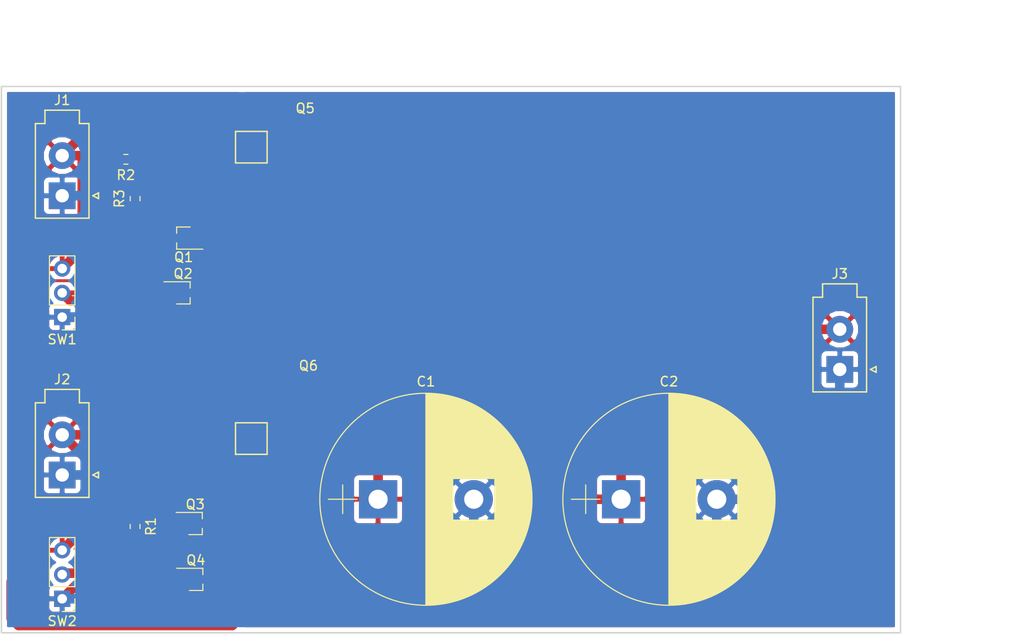
<source format=kicad_pcb>
(kicad_pcb (version 4) (host pcbnew 4.0.7-e2-6376~58~ubuntu16.04.1)

  (general
    (links 34)
    (no_connects 2)
    (area 114.224999 45.644999 208.355001 102.945001)
    (thickness 1.6)
    (drawings 7)
    (tracks 124)
    (zones 0)
    (modules 16)
    (nets 11)
  )

  (page A4)
  (layers
    (0 F.Cu signal)
    (31 B.Cu signal hide)
    (32 B.Adhes user)
    (33 F.Adhes user)
    (34 B.Paste user)
    (35 F.Paste user)
    (36 B.SilkS user)
    (37 F.SilkS user)
    (38 B.Mask user)
    (39 F.Mask user)
    (40 Dwgs.User user)
    (41 Cmts.User user)
    (42 Eco1.User user)
    (43 Eco2.User user)
    (44 Edge.Cuts user)
    (45 Margin user)
    (46 B.CrtYd user)
    (47 F.CrtYd user)
    (48 B.Fab user)
    (49 F.Fab user)
  )

  (setup
    (last_trace_width 1)
    (trace_clearance 0.2)
    (zone_clearance 0.508)
    (zone_45_only no)
    (trace_min 0.2)
    (segment_width 0.2)
    (edge_width 0.15)
    (via_size 0.6)
    (via_drill 0.4)
    (via_min_size 0.4)
    (via_min_drill 0.3)
    (uvia_size 0.3)
    (uvia_drill 0.1)
    (uvias_allowed no)
    (uvia_min_size 0.2)
    (uvia_min_drill 0.1)
    (pcb_text_width 0.3)
    (pcb_text_size 1.5 1.5)
    (mod_edge_width 0.15)
    (mod_text_size 1 1)
    (mod_text_width 0.15)
    (pad_size 1.524 1.524)
    (pad_drill 0.762)
    (pad_to_mask_clearance 0.2)
    (aux_axis_origin 0 0)
    (visible_elements FFFFEF7F)
    (pcbplotparams
      (layerselection 0x010c0_80000001)
      (usegerberextensions false)
      (excludeedgelayer true)
      (linewidth 0.100000)
      (plotframeref false)
      (viasonmask false)
      (mode 1)
      (useauxorigin false)
      (hpglpennumber 1)
      (hpglpenspeed 20)
      (hpglpendiameter 15)
      (hpglpenoverlay 2)
      (psnegative false)
      (psa4output false)
      (plotreference true)
      (plotvalue true)
      (plotinvisibletext false)
      (padsonsilk false)
      (subtractmaskfromsilk false)
      (outputformat 1)
      (mirror false)
      (drillshape 0)
      (scaleselection 1)
      (outputdirectory gerbers/))
  )

  (net 0 "")
  (net 1 "Net-(C1-Pad1)")
  (net 2 GND)
  (net 3 /Batt_in)
  (net 4 /Ext_in)
  (net 5 "Net-(Q1-Pad1)")
  (net 6 "Net-(Q1-Pad2)")
  (net 7 "Net-(Q1-Pad3)")
  (net 8 "Net-(Q2-Pad1)")
  (net 9 "Net-(Q3-Pad2)")
  (net 10 "Net-(Q4-Pad1)")

  (net_class Default "This is the default net class."
    (clearance 0.2)
    (trace_width 1)
    (via_dia 0.6)
    (via_drill 0.4)
    (uvia_dia 0.3)
    (uvia_drill 0.1)
    (add_net /Batt_in)
    (add_net /Ext_in)
    (add_net GND)
    (add_net "Net-(C1-Pad1)")
    (add_net "Net-(Q1-Pad1)")
    (add_net "Net-(Q1-Pad2)")
    (add_net "Net-(Q1-Pad3)")
    (add_net "Net-(Q2-Pad1)")
    (add_net "Net-(Q3-Pad2)")
    (add_net "Net-(Q4-Pad1)")
  )

  (module Capacitors_THT:CP_Radial_D22.0mm_P10.00mm_SnapIn (layer F.Cu) (tedit 597BC7C2) (tstamp 5A2AEB54)
    (at 153.67 88.9)
    (descr "CP, Radial series, Radial, pin pitch=10.00mm, , diameter=22mm, Electrolytic Capacitor, , http://www.vishay.com/docs/28342/058059pll-si.pdf")
    (tags "CP Radial series Radial pin pitch 10.00mm  diameter 22mm Electrolytic Capacitor")
    (path /5A29DA67)
    (fp_text reference C1 (at 5 -12.31) (layer F.SilkS)
      (effects (font (size 1 1) (thickness 0.15)))
    )
    (fp_text value CP1 (at 5 12.31) (layer F.Fab)
      (effects (font (size 1 1) (thickness 0.15)))
    )
    (fp_circle (center 5 0) (end 16 0) (layer F.Fab) (width 0.1))
    (fp_circle (center 5 0) (end 16.09 0) (layer F.SilkS) (width 0.12))
    (fp_line (start -5.2 0) (end -2.2 0) (layer F.Fab) (width 0.1))
    (fp_line (start -3.7 -1.5) (end -3.7 1.5) (layer F.Fab) (width 0.1))
    (fp_line (start 5 -11.05) (end 5 11.05) (layer F.SilkS) (width 0.12))
    (fp_line (start 5.04 -11.05) (end 5.04 11.05) (layer F.SilkS) (width 0.12))
    (fp_line (start 5.08 -11.05) (end 5.08 11.05) (layer F.SilkS) (width 0.12))
    (fp_line (start 5.12 -11.05) (end 5.12 11.05) (layer F.SilkS) (width 0.12))
    (fp_line (start 5.16 -11.049) (end 5.16 11.049) (layer F.SilkS) (width 0.12))
    (fp_line (start 5.2 -11.049) (end 5.2 11.049) (layer F.SilkS) (width 0.12))
    (fp_line (start 5.24 -11.048) (end 5.24 11.048) (layer F.SilkS) (width 0.12))
    (fp_line (start 5.28 -11.047) (end 5.28 11.047) (layer F.SilkS) (width 0.12))
    (fp_line (start 5.32 -11.046) (end 5.32 11.046) (layer F.SilkS) (width 0.12))
    (fp_line (start 5.36 -11.045) (end 5.36 11.045) (layer F.SilkS) (width 0.12))
    (fp_line (start 5.4 -11.043) (end 5.4 11.043) (layer F.SilkS) (width 0.12))
    (fp_line (start 5.44 -11.042) (end 5.44 11.042) (layer F.SilkS) (width 0.12))
    (fp_line (start 5.48 -11.04) (end 5.48 11.04) (layer F.SilkS) (width 0.12))
    (fp_line (start 5.52 -11.038) (end 5.52 11.038) (layer F.SilkS) (width 0.12))
    (fp_line (start 5.56 -11.036) (end 5.56 11.036) (layer F.SilkS) (width 0.12))
    (fp_line (start 5.6 -11.034) (end 5.6 11.034) (layer F.SilkS) (width 0.12))
    (fp_line (start 5.64 -11.032) (end 5.64 11.032) (layer F.SilkS) (width 0.12))
    (fp_line (start 5.68 -11.03) (end 5.68 11.03) (layer F.SilkS) (width 0.12))
    (fp_line (start 5.721 -11.027) (end 5.721 11.027) (layer F.SilkS) (width 0.12))
    (fp_line (start 5.761 -11.024) (end 5.761 11.024) (layer F.SilkS) (width 0.12))
    (fp_line (start 5.801 -11.022) (end 5.801 11.022) (layer F.SilkS) (width 0.12))
    (fp_line (start 5.841 -11.019) (end 5.841 11.019) (layer F.SilkS) (width 0.12))
    (fp_line (start 5.881 -11.016) (end 5.881 11.016) (layer F.SilkS) (width 0.12))
    (fp_line (start 5.921 -11.012) (end 5.921 11.012) (layer F.SilkS) (width 0.12))
    (fp_line (start 5.961 -11.009) (end 5.961 11.009) (layer F.SilkS) (width 0.12))
    (fp_line (start 6.001 -11.005) (end 6.001 11.005) (layer F.SilkS) (width 0.12))
    (fp_line (start 6.041 -11.002) (end 6.041 11.002) (layer F.SilkS) (width 0.12))
    (fp_line (start 6.081 -10.998) (end 6.081 10.998) (layer F.SilkS) (width 0.12))
    (fp_line (start 6.121 -10.994) (end 6.121 10.994) (layer F.SilkS) (width 0.12))
    (fp_line (start 6.161 -10.99) (end 6.161 10.99) (layer F.SilkS) (width 0.12))
    (fp_line (start 6.201 -10.985) (end 6.201 10.985) (layer F.SilkS) (width 0.12))
    (fp_line (start 6.241 -10.981) (end 6.241 10.981) (layer F.SilkS) (width 0.12))
    (fp_line (start 6.281 -10.976) (end 6.281 10.976) (layer F.SilkS) (width 0.12))
    (fp_line (start 6.321 -10.972) (end 6.321 10.972) (layer F.SilkS) (width 0.12))
    (fp_line (start 6.361 -10.967) (end 6.361 10.967) (layer F.SilkS) (width 0.12))
    (fp_line (start 6.401 -10.962) (end 6.401 10.962) (layer F.SilkS) (width 0.12))
    (fp_line (start 6.441 -10.957) (end 6.441 10.957) (layer F.SilkS) (width 0.12))
    (fp_line (start 6.481 -10.951) (end 6.481 10.951) (layer F.SilkS) (width 0.12))
    (fp_line (start 6.521 -10.946) (end 6.521 10.946) (layer F.SilkS) (width 0.12))
    (fp_line (start 6.561 -10.94) (end 6.561 10.94) (layer F.SilkS) (width 0.12))
    (fp_line (start 6.601 -10.934) (end 6.601 10.934) (layer F.SilkS) (width 0.12))
    (fp_line (start 6.641 -10.929) (end 6.641 10.929) (layer F.SilkS) (width 0.12))
    (fp_line (start 6.681 -10.923) (end 6.681 10.923) (layer F.SilkS) (width 0.12))
    (fp_line (start 6.721 -10.916) (end 6.721 10.916) (layer F.SilkS) (width 0.12))
    (fp_line (start 6.761 -10.91) (end 6.761 10.91) (layer F.SilkS) (width 0.12))
    (fp_line (start 6.801 -10.903) (end 6.801 10.903) (layer F.SilkS) (width 0.12))
    (fp_line (start 6.841 -10.897) (end 6.841 10.897) (layer F.SilkS) (width 0.12))
    (fp_line (start 6.881 -10.89) (end 6.881 10.89) (layer F.SilkS) (width 0.12))
    (fp_line (start 6.921 -10.883) (end 6.921 10.883) (layer F.SilkS) (width 0.12))
    (fp_line (start 6.961 -10.876) (end 6.961 10.876) (layer F.SilkS) (width 0.12))
    (fp_line (start 7.001 -10.869) (end 7.001 10.869) (layer F.SilkS) (width 0.12))
    (fp_line (start 7.041 -10.861) (end 7.041 10.861) (layer F.SilkS) (width 0.12))
    (fp_line (start 7.081 -10.854) (end 7.081 10.854) (layer F.SilkS) (width 0.12))
    (fp_line (start 7.121 -10.846) (end 7.121 10.846) (layer F.SilkS) (width 0.12))
    (fp_line (start 7.161 -10.838) (end 7.161 10.838) (layer F.SilkS) (width 0.12))
    (fp_line (start 7.201 -10.83) (end 7.201 10.83) (layer F.SilkS) (width 0.12))
    (fp_line (start 7.241 -10.822) (end 7.241 10.822) (layer F.SilkS) (width 0.12))
    (fp_line (start 7.281 -10.814) (end 7.281 10.814) (layer F.SilkS) (width 0.12))
    (fp_line (start 7.321 -10.805) (end 7.321 10.805) (layer F.SilkS) (width 0.12))
    (fp_line (start 7.361 -10.796) (end 7.361 10.796) (layer F.SilkS) (width 0.12))
    (fp_line (start 7.401 -10.788) (end 7.401 10.788) (layer F.SilkS) (width 0.12))
    (fp_line (start 7.441 -10.779) (end 7.441 10.779) (layer F.SilkS) (width 0.12))
    (fp_line (start 7.481 -10.77) (end 7.481 10.77) (layer F.SilkS) (width 0.12))
    (fp_line (start 7.521 -10.76) (end 7.521 10.76) (layer F.SilkS) (width 0.12))
    (fp_line (start 7.561 -10.751) (end 7.561 10.751) (layer F.SilkS) (width 0.12))
    (fp_line (start 7.601 -10.741) (end 7.601 10.741) (layer F.SilkS) (width 0.12))
    (fp_line (start 7.641 -10.732) (end 7.641 10.732) (layer F.SilkS) (width 0.12))
    (fp_line (start 7.681 -10.722) (end 7.681 10.722) (layer F.SilkS) (width 0.12))
    (fp_line (start 7.721 -10.712) (end 7.721 10.712) (layer F.SilkS) (width 0.12))
    (fp_line (start 7.761 -10.702) (end 7.761 10.702) (layer F.SilkS) (width 0.12))
    (fp_line (start 7.801 -10.691) (end 7.801 10.691) (layer F.SilkS) (width 0.12))
    (fp_line (start 7.841 -10.681) (end 7.841 -2.18) (layer F.SilkS) (width 0.12))
    (fp_line (start 7.841 2.18) (end 7.841 10.681) (layer F.SilkS) (width 0.12))
    (fp_line (start 7.881 -10.67) (end 7.881 -2.18) (layer F.SilkS) (width 0.12))
    (fp_line (start 7.881 2.18) (end 7.881 10.67) (layer F.SilkS) (width 0.12))
    (fp_line (start 7.921 -10.659) (end 7.921 -2.18) (layer F.SilkS) (width 0.12))
    (fp_line (start 7.921 2.18) (end 7.921 10.659) (layer F.SilkS) (width 0.12))
    (fp_line (start 7.961 -10.648) (end 7.961 -2.18) (layer F.SilkS) (width 0.12))
    (fp_line (start 7.961 2.18) (end 7.961 10.648) (layer F.SilkS) (width 0.12))
    (fp_line (start 8.001 -10.637) (end 8.001 -2.18) (layer F.SilkS) (width 0.12))
    (fp_line (start 8.001 2.18) (end 8.001 10.637) (layer F.SilkS) (width 0.12))
    (fp_line (start 8.041 -10.626) (end 8.041 -2.18) (layer F.SilkS) (width 0.12))
    (fp_line (start 8.041 2.18) (end 8.041 10.626) (layer F.SilkS) (width 0.12))
    (fp_line (start 8.081 -10.614) (end 8.081 -2.18) (layer F.SilkS) (width 0.12))
    (fp_line (start 8.081 2.18) (end 8.081 10.614) (layer F.SilkS) (width 0.12))
    (fp_line (start 8.121 -10.603) (end 8.121 -2.18) (layer F.SilkS) (width 0.12))
    (fp_line (start 8.121 2.18) (end 8.121 10.603) (layer F.SilkS) (width 0.12))
    (fp_line (start 8.161 -10.591) (end 8.161 -2.18) (layer F.SilkS) (width 0.12))
    (fp_line (start 8.161 2.18) (end 8.161 10.591) (layer F.SilkS) (width 0.12))
    (fp_line (start 8.201 -10.579) (end 8.201 -2.18) (layer F.SilkS) (width 0.12))
    (fp_line (start 8.201 2.18) (end 8.201 10.579) (layer F.SilkS) (width 0.12))
    (fp_line (start 8.241 -10.567) (end 8.241 -2.18) (layer F.SilkS) (width 0.12))
    (fp_line (start 8.241 2.18) (end 8.241 10.567) (layer F.SilkS) (width 0.12))
    (fp_line (start 8.281 -10.554) (end 8.281 -2.18) (layer F.SilkS) (width 0.12))
    (fp_line (start 8.281 2.18) (end 8.281 10.554) (layer F.SilkS) (width 0.12))
    (fp_line (start 8.321 -10.542) (end 8.321 -2.18) (layer F.SilkS) (width 0.12))
    (fp_line (start 8.321 2.18) (end 8.321 10.542) (layer F.SilkS) (width 0.12))
    (fp_line (start 8.361 -10.529) (end 8.361 -2.18) (layer F.SilkS) (width 0.12))
    (fp_line (start 8.361 2.18) (end 8.361 10.529) (layer F.SilkS) (width 0.12))
    (fp_line (start 8.401 -10.516) (end 8.401 -2.18) (layer F.SilkS) (width 0.12))
    (fp_line (start 8.401 2.18) (end 8.401 10.516) (layer F.SilkS) (width 0.12))
    (fp_line (start 8.441 -10.503) (end 8.441 -2.18) (layer F.SilkS) (width 0.12))
    (fp_line (start 8.441 2.18) (end 8.441 10.503) (layer F.SilkS) (width 0.12))
    (fp_line (start 8.481 -10.49) (end 8.481 -2.18) (layer F.SilkS) (width 0.12))
    (fp_line (start 8.481 2.18) (end 8.481 10.49) (layer F.SilkS) (width 0.12))
    (fp_line (start 8.521 -10.477) (end 8.521 -2.18) (layer F.SilkS) (width 0.12))
    (fp_line (start 8.521 2.18) (end 8.521 10.477) (layer F.SilkS) (width 0.12))
    (fp_line (start 8.561 -10.464) (end 8.561 -2.18) (layer F.SilkS) (width 0.12))
    (fp_line (start 8.561 2.18) (end 8.561 10.464) (layer F.SilkS) (width 0.12))
    (fp_line (start 8.601 -10.45) (end 8.601 -2.18) (layer F.SilkS) (width 0.12))
    (fp_line (start 8.601 2.18) (end 8.601 10.45) (layer F.SilkS) (width 0.12))
    (fp_line (start 8.641 -10.436) (end 8.641 -2.18) (layer F.SilkS) (width 0.12))
    (fp_line (start 8.641 2.18) (end 8.641 10.436) (layer F.SilkS) (width 0.12))
    (fp_line (start 8.681 -10.422) (end 8.681 -2.18) (layer F.SilkS) (width 0.12))
    (fp_line (start 8.681 2.18) (end 8.681 10.422) (layer F.SilkS) (width 0.12))
    (fp_line (start 8.721 -10.408) (end 8.721 -2.18) (layer F.SilkS) (width 0.12))
    (fp_line (start 8.721 2.18) (end 8.721 10.408) (layer F.SilkS) (width 0.12))
    (fp_line (start 8.761 -10.394) (end 8.761 -2.18) (layer F.SilkS) (width 0.12))
    (fp_line (start 8.761 2.18) (end 8.761 10.394) (layer F.SilkS) (width 0.12))
    (fp_line (start 8.801 -10.379) (end 8.801 -2.18) (layer F.SilkS) (width 0.12))
    (fp_line (start 8.801 2.18) (end 8.801 10.379) (layer F.SilkS) (width 0.12))
    (fp_line (start 8.841 -10.364) (end 8.841 -2.18) (layer F.SilkS) (width 0.12))
    (fp_line (start 8.841 2.18) (end 8.841 10.364) (layer F.SilkS) (width 0.12))
    (fp_line (start 8.881 -10.35) (end 8.881 -2.18) (layer F.SilkS) (width 0.12))
    (fp_line (start 8.881 2.18) (end 8.881 10.35) (layer F.SilkS) (width 0.12))
    (fp_line (start 8.921 -10.335) (end 8.921 -2.18) (layer F.SilkS) (width 0.12))
    (fp_line (start 8.921 2.18) (end 8.921 10.335) (layer F.SilkS) (width 0.12))
    (fp_line (start 8.961 -10.319) (end 8.961 -2.18) (layer F.SilkS) (width 0.12))
    (fp_line (start 8.961 2.18) (end 8.961 10.319) (layer F.SilkS) (width 0.12))
    (fp_line (start 9.001 -10.304) (end 9.001 -2.18) (layer F.SilkS) (width 0.12))
    (fp_line (start 9.001 2.18) (end 9.001 10.304) (layer F.SilkS) (width 0.12))
    (fp_line (start 9.041 -10.288) (end 9.041 -2.18) (layer F.SilkS) (width 0.12))
    (fp_line (start 9.041 2.18) (end 9.041 10.288) (layer F.SilkS) (width 0.12))
    (fp_line (start 9.081 -10.273) (end 9.081 -2.18) (layer F.SilkS) (width 0.12))
    (fp_line (start 9.081 2.18) (end 9.081 10.273) (layer F.SilkS) (width 0.12))
    (fp_line (start 9.121 -10.257) (end 9.121 -2.18) (layer F.SilkS) (width 0.12))
    (fp_line (start 9.121 2.18) (end 9.121 10.257) (layer F.SilkS) (width 0.12))
    (fp_line (start 9.161 -10.241) (end 9.161 -2.18) (layer F.SilkS) (width 0.12))
    (fp_line (start 9.161 2.18) (end 9.161 10.241) (layer F.SilkS) (width 0.12))
    (fp_line (start 9.201 -10.224) (end 9.201 -2.18) (layer F.SilkS) (width 0.12))
    (fp_line (start 9.201 2.18) (end 9.201 10.224) (layer F.SilkS) (width 0.12))
    (fp_line (start 9.241 -10.208) (end 9.241 -2.18) (layer F.SilkS) (width 0.12))
    (fp_line (start 9.241 2.18) (end 9.241 10.208) (layer F.SilkS) (width 0.12))
    (fp_line (start 9.281 -10.191) (end 9.281 -2.18) (layer F.SilkS) (width 0.12))
    (fp_line (start 9.281 2.18) (end 9.281 10.191) (layer F.SilkS) (width 0.12))
    (fp_line (start 9.321 -10.174) (end 9.321 -2.18) (layer F.SilkS) (width 0.12))
    (fp_line (start 9.321 2.18) (end 9.321 10.174) (layer F.SilkS) (width 0.12))
    (fp_line (start 9.361 -10.157) (end 9.361 -2.18) (layer F.SilkS) (width 0.12))
    (fp_line (start 9.361 2.18) (end 9.361 10.157) (layer F.SilkS) (width 0.12))
    (fp_line (start 9.401 -10.14) (end 9.401 -2.18) (layer F.SilkS) (width 0.12))
    (fp_line (start 9.401 2.18) (end 9.401 10.14) (layer F.SilkS) (width 0.12))
    (fp_line (start 9.441 -10.123) (end 9.441 -2.18) (layer F.SilkS) (width 0.12))
    (fp_line (start 9.441 2.18) (end 9.441 10.123) (layer F.SilkS) (width 0.12))
    (fp_line (start 9.481 -10.105) (end 9.481 -2.18) (layer F.SilkS) (width 0.12))
    (fp_line (start 9.481 2.18) (end 9.481 10.105) (layer F.SilkS) (width 0.12))
    (fp_line (start 9.521 -10.088) (end 9.521 -2.18) (layer F.SilkS) (width 0.12))
    (fp_line (start 9.521 2.18) (end 9.521 10.088) (layer F.SilkS) (width 0.12))
    (fp_line (start 9.561 -10.07) (end 9.561 -2.18) (layer F.SilkS) (width 0.12))
    (fp_line (start 9.561 2.18) (end 9.561 10.07) (layer F.SilkS) (width 0.12))
    (fp_line (start 9.601 -10.051) (end 9.601 -2.18) (layer F.SilkS) (width 0.12))
    (fp_line (start 9.601 2.18) (end 9.601 10.051) (layer F.SilkS) (width 0.12))
    (fp_line (start 9.641 -10.033) (end 9.641 -2.18) (layer F.SilkS) (width 0.12))
    (fp_line (start 9.641 2.18) (end 9.641 10.033) (layer F.SilkS) (width 0.12))
    (fp_line (start 9.681 -10.015) (end 9.681 -2.18) (layer F.SilkS) (width 0.12))
    (fp_line (start 9.681 2.18) (end 9.681 10.015) (layer F.SilkS) (width 0.12))
    (fp_line (start 9.721 -9.996) (end 9.721 -2.18) (layer F.SilkS) (width 0.12))
    (fp_line (start 9.721 2.18) (end 9.721 9.996) (layer F.SilkS) (width 0.12))
    (fp_line (start 9.761 -9.977) (end 9.761 -2.18) (layer F.SilkS) (width 0.12))
    (fp_line (start 9.761 2.18) (end 9.761 9.977) (layer F.SilkS) (width 0.12))
    (fp_line (start 9.801 -9.958) (end 9.801 -2.18) (layer F.SilkS) (width 0.12))
    (fp_line (start 9.801 2.18) (end 9.801 9.958) (layer F.SilkS) (width 0.12))
    (fp_line (start 9.841 -9.939) (end 9.841 -2.18) (layer F.SilkS) (width 0.12))
    (fp_line (start 9.841 2.18) (end 9.841 9.939) (layer F.SilkS) (width 0.12))
    (fp_line (start 9.881 -9.919) (end 9.881 -2.18) (layer F.SilkS) (width 0.12))
    (fp_line (start 9.881 2.18) (end 9.881 9.919) (layer F.SilkS) (width 0.12))
    (fp_line (start 9.921 -9.899) (end 9.921 -2.18) (layer F.SilkS) (width 0.12))
    (fp_line (start 9.921 2.18) (end 9.921 9.899) (layer F.SilkS) (width 0.12))
    (fp_line (start 9.961 -9.879) (end 9.961 -2.18) (layer F.SilkS) (width 0.12))
    (fp_line (start 9.961 2.18) (end 9.961 9.879) (layer F.SilkS) (width 0.12))
    (fp_line (start 10.001 -9.859) (end 10.001 -2.18) (layer F.SilkS) (width 0.12))
    (fp_line (start 10.001 2.18) (end 10.001 9.859) (layer F.SilkS) (width 0.12))
    (fp_line (start 10.041 -9.839) (end 10.041 -2.18) (layer F.SilkS) (width 0.12))
    (fp_line (start 10.041 2.18) (end 10.041 9.839) (layer F.SilkS) (width 0.12))
    (fp_line (start 10.081 -9.819) (end 10.081 -2.18) (layer F.SilkS) (width 0.12))
    (fp_line (start 10.081 2.18) (end 10.081 9.819) (layer F.SilkS) (width 0.12))
    (fp_line (start 10.121 -9.798) (end 10.121 -2.18) (layer F.SilkS) (width 0.12))
    (fp_line (start 10.121 2.18) (end 10.121 9.798) (layer F.SilkS) (width 0.12))
    (fp_line (start 10.161 -9.777) (end 10.161 -2.18) (layer F.SilkS) (width 0.12))
    (fp_line (start 10.161 2.18) (end 10.161 9.777) (layer F.SilkS) (width 0.12))
    (fp_line (start 10.201 -9.756) (end 10.201 -2.18) (layer F.SilkS) (width 0.12))
    (fp_line (start 10.201 2.18) (end 10.201 9.756) (layer F.SilkS) (width 0.12))
    (fp_line (start 10.241 -9.734) (end 10.241 -2.18) (layer F.SilkS) (width 0.12))
    (fp_line (start 10.241 2.18) (end 10.241 9.734) (layer F.SilkS) (width 0.12))
    (fp_line (start 10.281 -9.713) (end 10.281 -2.18) (layer F.SilkS) (width 0.12))
    (fp_line (start 10.281 2.18) (end 10.281 9.713) (layer F.SilkS) (width 0.12))
    (fp_line (start 10.321 -9.691) (end 10.321 -2.18) (layer F.SilkS) (width 0.12))
    (fp_line (start 10.321 2.18) (end 10.321 9.691) (layer F.SilkS) (width 0.12))
    (fp_line (start 10.361 -9.669) (end 10.361 -2.18) (layer F.SilkS) (width 0.12))
    (fp_line (start 10.361 2.18) (end 10.361 9.669) (layer F.SilkS) (width 0.12))
    (fp_line (start 10.401 -9.647) (end 10.401 -2.18) (layer F.SilkS) (width 0.12))
    (fp_line (start 10.401 2.18) (end 10.401 9.647) (layer F.SilkS) (width 0.12))
    (fp_line (start 10.441 -9.625) (end 10.441 -2.18) (layer F.SilkS) (width 0.12))
    (fp_line (start 10.441 2.18) (end 10.441 9.625) (layer F.SilkS) (width 0.12))
    (fp_line (start 10.481 -9.602) (end 10.481 -2.18) (layer F.SilkS) (width 0.12))
    (fp_line (start 10.481 2.18) (end 10.481 9.602) (layer F.SilkS) (width 0.12))
    (fp_line (start 10.521 -9.579) (end 10.521 -2.18) (layer F.SilkS) (width 0.12))
    (fp_line (start 10.521 2.18) (end 10.521 9.579) (layer F.SilkS) (width 0.12))
    (fp_line (start 10.561 -9.556) (end 10.561 -2.18) (layer F.SilkS) (width 0.12))
    (fp_line (start 10.561 2.18) (end 10.561 9.556) (layer F.SilkS) (width 0.12))
    (fp_line (start 10.601 -9.533) (end 10.601 -2.18) (layer F.SilkS) (width 0.12))
    (fp_line (start 10.601 2.18) (end 10.601 9.533) (layer F.SilkS) (width 0.12))
    (fp_line (start 10.641 -9.509) (end 10.641 -2.18) (layer F.SilkS) (width 0.12))
    (fp_line (start 10.641 2.18) (end 10.641 9.509) (layer F.SilkS) (width 0.12))
    (fp_line (start 10.681 -9.486) (end 10.681 -2.18) (layer F.SilkS) (width 0.12))
    (fp_line (start 10.681 2.18) (end 10.681 9.486) (layer F.SilkS) (width 0.12))
    (fp_line (start 10.721 -9.462) (end 10.721 -2.18) (layer F.SilkS) (width 0.12))
    (fp_line (start 10.721 2.18) (end 10.721 9.462) (layer F.SilkS) (width 0.12))
    (fp_line (start 10.761 -9.437) (end 10.761 -2.18) (layer F.SilkS) (width 0.12))
    (fp_line (start 10.761 2.18) (end 10.761 9.437) (layer F.SilkS) (width 0.12))
    (fp_line (start 10.801 -9.413) (end 10.801 -2.18) (layer F.SilkS) (width 0.12))
    (fp_line (start 10.801 2.18) (end 10.801 9.413) (layer F.SilkS) (width 0.12))
    (fp_line (start 10.841 -9.388) (end 10.841 -2.18) (layer F.SilkS) (width 0.12))
    (fp_line (start 10.841 2.18) (end 10.841 9.388) (layer F.SilkS) (width 0.12))
    (fp_line (start 10.881 -9.363) (end 10.881 -2.18) (layer F.SilkS) (width 0.12))
    (fp_line (start 10.881 2.18) (end 10.881 9.363) (layer F.SilkS) (width 0.12))
    (fp_line (start 10.921 -9.338) (end 10.921 -2.18) (layer F.SilkS) (width 0.12))
    (fp_line (start 10.921 2.18) (end 10.921 9.338) (layer F.SilkS) (width 0.12))
    (fp_line (start 10.961 -9.313) (end 10.961 -2.18) (layer F.SilkS) (width 0.12))
    (fp_line (start 10.961 2.18) (end 10.961 9.313) (layer F.SilkS) (width 0.12))
    (fp_line (start 11.001 -9.287) (end 11.001 -2.18) (layer F.SilkS) (width 0.12))
    (fp_line (start 11.001 2.18) (end 11.001 9.287) (layer F.SilkS) (width 0.12))
    (fp_line (start 11.041 -9.261) (end 11.041 -2.18) (layer F.SilkS) (width 0.12))
    (fp_line (start 11.041 2.18) (end 11.041 9.261) (layer F.SilkS) (width 0.12))
    (fp_line (start 11.081 -9.235) (end 11.081 -2.18) (layer F.SilkS) (width 0.12))
    (fp_line (start 11.081 2.18) (end 11.081 9.235) (layer F.SilkS) (width 0.12))
    (fp_line (start 11.121 -9.209) (end 11.121 -2.18) (layer F.SilkS) (width 0.12))
    (fp_line (start 11.121 2.18) (end 11.121 9.209) (layer F.SilkS) (width 0.12))
    (fp_line (start 11.161 -9.182) (end 11.161 -2.18) (layer F.SilkS) (width 0.12))
    (fp_line (start 11.161 2.18) (end 11.161 9.182) (layer F.SilkS) (width 0.12))
    (fp_line (start 11.201 -9.156) (end 11.201 -2.18) (layer F.SilkS) (width 0.12))
    (fp_line (start 11.201 2.18) (end 11.201 9.156) (layer F.SilkS) (width 0.12))
    (fp_line (start 11.241 -9.128) (end 11.241 -2.18) (layer F.SilkS) (width 0.12))
    (fp_line (start 11.241 2.18) (end 11.241 9.128) (layer F.SilkS) (width 0.12))
    (fp_line (start 11.281 -9.101) (end 11.281 -2.18) (layer F.SilkS) (width 0.12))
    (fp_line (start 11.281 2.18) (end 11.281 9.101) (layer F.SilkS) (width 0.12))
    (fp_line (start 11.321 -9.073) (end 11.321 -2.18) (layer F.SilkS) (width 0.12))
    (fp_line (start 11.321 2.18) (end 11.321 9.073) (layer F.SilkS) (width 0.12))
    (fp_line (start 11.361 -9.046) (end 11.361 -2.18) (layer F.SilkS) (width 0.12))
    (fp_line (start 11.361 2.18) (end 11.361 9.046) (layer F.SilkS) (width 0.12))
    (fp_line (start 11.401 -9.017) (end 11.401 -2.18) (layer F.SilkS) (width 0.12))
    (fp_line (start 11.401 2.18) (end 11.401 9.017) (layer F.SilkS) (width 0.12))
    (fp_line (start 11.441 -8.989) (end 11.441 -2.18) (layer F.SilkS) (width 0.12))
    (fp_line (start 11.441 2.18) (end 11.441 8.989) (layer F.SilkS) (width 0.12))
    (fp_line (start 11.481 -8.96) (end 11.481 -2.18) (layer F.SilkS) (width 0.12))
    (fp_line (start 11.481 2.18) (end 11.481 8.96) (layer F.SilkS) (width 0.12))
    (fp_line (start 11.521 -8.931) (end 11.521 -2.18) (layer F.SilkS) (width 0.12))
    (fp_line (start 11.521 2.18) (end 11.521 8.931) (layer F.SilkS) (width 0.12))
    (fp_line (start 11.561 -8.902) (end 11.561 -2.18) (layer F.SilkS) (width 0.12))
    (fp_line (start 11.561 2.18) (end 11.561 8.902) (layer F.SilkS) (width 0.12))
    (fp_line (start 11.601 -8.873) (end 11.601 -2.18) (layer F.SilkS) (width 0.12))
    (fp_line (start 11.601 2.18) (end 11.601 8.873) (layer F.SilkS) (width 0.12))
    (fp_line (start 11.641 -8.843) (end 11.641 -2.18) (layer F.SilkS) (width 0.12))
    (fp_line (start 11.641 2.18) (end 11.641 8.843) (layer F.SilkS) (width 0.12))
    (fp_line (start 11.681 -8.813) (end 11.681 -2.18) (layer F.SilkS) (width 0.12))
    (fp_line (start 11.681 2.18) (end 11.681 8.813) (layer F.SilkS) (width 0.12))
    (fp_line (start 11.721 -8.783) (end 11.721 -2.18) (layer F.SilkS) (width 0.12))
    (fp_line (start 11.721 2.18) (end 11.721 8.783) (layer F.SilkS) (width 0.12))
    (fp_line (start 11.761 -8.752) (end 11.761 -2.18) (layer F.SilkS) (width 0.12))
    (fp_line (start 11.761 2.18) (end 11.761 8.752) (layer F.SilkS) (width 0.12))
    (fp_line (start 11.801 -8.721) (end 11.801 -2.18) (layer F.SilkS) (width 0.12))
    (fp_line (start 11.801 2.18) (end 11.801 8.721) (layer F.SilkS) (width 0.12))
    (fp_line (start 11.841 -8.69) (end 11.841 -2.18) (layer F.SilkS) (width 0.12))
    (fp_line (start 11.841 2.18) (end 11.841 8.69) (layer F.SilkS) (width 0.12))
    (fp_line (start 11.881 -8.658) (end 11.881 -2.18) (layer F.SilkS) (width 0.12))
    (fp_line (start 11.881 2.18) (end 11.881 8.658) (layer F.SilkS) (width 0.12))
    (fp_line (start 11.921 -8.627) (end 11.921 -2.18) (layer F.SilkS) (width 0.12))
    (fp_line (start 11.921 2.18) (end 11.921 8.627) (layer F.SilkS) (width 0.12))
    (fp_line (start 11.961 -8.595) (end 11.961 -2.18) (layer F.SilkS) (width 0.12))
    (fp_line (start 11.961 2.18) (end 11.961 8.595) (layer F.SilkS) (width 0.12))
    (fp_line (start 12.001 -8.562) (end 12.001 -2.18) (layer F.SilkS) (width 0.12))
    (fp_line (start 12.001 2.18) (end 12.001 8.562) (layer F.SilkS) (width 0.12))
    (fp_line (start 12.041 -8.529) (end 12.041 -2.18) (layer F.SilkS) (width 0.12))
    (fp_line (start 12.041 2.18) (end 12.041 8.529) (layer F.SilkS) (width 0.12))
    (fp_line (start 12.081 -8.496) (end 12.081 -2.18) (layer F.SilkS) (width 0.12))
    (fp_line (start 12.081 2.18) (end 12.081 8.496) (layer F.SilkS) (width 0.12))
    (fp_line (start 12.121 -8.463) (end 12.121 -2.18) (layer F.SilkS) (width 0.12))
    (fp_line (start 12.121 2.18) (end 12.121 8.463) (layer F.SilkS) (width 0.12))
    (fp_line (start 12.161 -8.429) (end 12.161 -2.18) (layer F.SilkS) (width 0.12))
    (fp_line (start 12.161 2.18) (end 12.161 8.429) (layer F.SilkS) (width 0.12))
    (fp_line (start 12.201 -8.395) (end 12.201 8.395) (layer F.SilkS) (width 0.12))
    (fp_line (start 12.241 -8.361) (end 12.241 8.361) (layer F.SilkS) (width 0.12))
    (fp_line (start 12.281 -8.326) (end 12.281 8.326) (layer F.SilkS) (width 0.12))
    (fp_line (start 12.321 -8.292) (end 12.321 8.292) (layer F.SilkS) (width 0.12))
    (fp_line (start 12.361 -8.256) (end 12.361 8.256) (layer F.SilkS) (width 0.12))
    (fp_line (start 12.401 -8.221) (end 12.401 8.221) (layer F.SilkS) (width 0.12))
    (fp_line (start 12.441 -8.185) (end 12.441 8.185) (layer F.SilkS) (width 0.12))
    (fp_line (start 12.481 -8.148) (end 12.481 8.148) (layer F.SilkS) (width 0.12))
    (fp_line (start 12.521 -8.111) (end 12.521 8.111) (layer F.SilkS) (width 0.12))
    (fp_line (start 12.561 -8.074) (end 12.561 8.074) (layer F.SilkS) (width 0.12))
    (fp_line (start 12.601 -8.037) (end 12.601 8.037) (layer F.SilkS) (width 0.12))
    (fp_line (start 12.641 -7.999) (end 12.641 7.999) (layer F.SilkS) (width 0.12))
    (fp_line (start 12.681 -7.961) (end 12.681 7.961) (layer F.SilkS) (width 0.12))
    (fp_line (start 12.721 -7.922) (end 12.721 7.922) (layer F.SilkS) (width 0.12))
    (fp_line (start 12.761 -7.883) (end 12.761 7.883) (layer F.SilkS) (width 0.12))
    (fp_line (start 12.801 -7.844) (end 12.801 7.844) (layer F.SilkS) (width 0.12))
    (fp_line (start 12.841 -7.804) (end 12.841 7.804) (layer F.SilkS) (width 0.12))
    (fp_line (start 12.881 -7.764) (end 12.881 7.764) (layer F.SilkS) (width 0.12))
    (fp_line (start 12.921 -7.723) (end 12.921 7.723) (layer F.SilkS) (width 0.12))
    (fp_line (start 12.961 -7.682) (end 12.961 7.682) (layer F.SilkS) (width 0.12))
    (fp_line (start 13.001 -7.641) (end 13.001 7.641) (layer F.SilkS) (width 0.12))
    (fp_line (start 13.041 -7.599) (end 13.041 7.599) (layer F.SilkS) (width 0.12))
    (fp_line (start 13.081 -7.557) (end 13.081 7.557) (layer F.SilkS) (width 0.12))
    (fp_line (start 13.121 -7.514) (end 13.121 7.514) (layer F.SilkS) (width 0.12))
    (fp_line (start 13.161 -7.471) (end 13.161 7.471) (layer F.SilkS) (width 0.12))
    (fp_line (start 13.2 -7.427) (end 13.2 7.427) (layer F.SilkS) (width 0.12))
    (fp_line (start 13.24 -7.383) (end 13.24 7.383) (layer F.SilkS) (width 0.12))
    (fp_line (start 13.28 -7.338) (end 13.28 7.338) (layer F.SilkS) (width 0.12))
    (fp_line (start 13.32 -7.293) (end 13.32 7.293) (layer F.SilkS) (width 0.12))
    (fp_line (start 13.36 -7.247) (end 13.36 7.247) (layer F.SilkS) (width 0.12))
    (fp_line (start 13.4 -7.201) (end 13.4 7.201) (layer F.SilkS) (width 0.12))
    (fp_line (start 13.44 -7.155) (end 13.44 7.155) (layer F.SilkS) (width 0.12))
    (fp_line (start 13.48 -7.107) (end 13.48 7.107) (layer F.SilkS) (width 0.12))
    (fp_line (start 13.52 -7.06) (end 13.52 7.06) (layer F.SilkS) (width 0.12))
    (fp_line (start 13.56 -7.011) (end 13.56 7.011) (layer F.SilkS) (width 0.12))
    (fp_line (start 13.6 -6.963) (end 13.6 6.963) (layer F.SilkS) (width 0.12))
    (fp_line (start 13.64 -6.913) (end 13.64 6.913) (layer F.SilkS) (width 0.12))
    (fp_line (start 13.68 -6.863) (end 13.68 6.863) (layer F.SilkS) (width 0.12))
    (fp_line (start 13.72 -6.812) (end 13.72 6.812) (layer F.SilkS) (width 0.12))
    (fp_line (start 13.76 -6.761) (end 13.76 6.761) (layer F.SilkS) (width 0.12))
    (fp_line (start 13.8 -6.709) (end 13.8 6.709) (layer F.SilkS) (width 0.12))
    (fp_line (start 13.84 -6.657) (end 13.84 6.657) (layer F.SilkS) (width 0.12))
    (fp_line (start 13.88 -6.604) (end 13.88 6.604) (layer F.SilkS) (width 0.12))
    (fp_line (start 13.92 -6.55) (end 13.92 6.55) (layer F.SilkS) (width 0.12))
    (fp_line (start 13.96 -6.496) (end 13.96 6.496) (layer F.SilkS) (width 0.12))
    (fp_line (start 14 -6.44) (end 14 6.44) (layer F.SilkS) (width 0.12))
    (fp_line (start 14.04 -6.384) (end 14.04 6.384) (layer F.SilkS) (width 0.12))
    (fp_line (start 14.08 -6.328) (end 14.08 6.328) (layer F.SilkS) (width 0.12))
    (fp_line (start 14.12 -6.27) (end 14.12 6.27) (layer F.SilkS) (width 0.12))
    (fp_line (start 14.16 -6.212) (end 14.16 6.212) (layer F.SilkS) (width 0.12))
    (fp_line (start 14.2 -6.153) (end 14.2 6.153) (layer F.SilkS) (width 0.12))
    (fp_line (start 14.24 -6.093) (end 14.24 6.093) (layer F.SilkS) (width 0.12))
    (fp_line (start 14.28 -6.033) (end 14.28 6.033) (layer F.SilkS) (width 0.12))
    (fp_line (start 14.32 -5.971) (end 14.32 5.971) (layer F.SilkS) (width 0.12))
    (fp_line (start 14.36 -5.908) (end 14.36 5.908) (layer F.SilkS) (width 0.12))
    (fp_line (start 14.4 -5.845) (end 14.4 5.845) (layer F.SilkS) (width 0.12))
    (fp_line (start 14.44 -5.781) (end 14.44 5.781) (layer F.SilkS) (width 0.12))
    (fp_line (start 14.48 -5.715) (end 14.48 5.715) (layer F.SilkS) (width 0.12))
    (fp_line (start 14.52 -5.649) (end 14.52 5.649) (layer F.SilkS) (width 0.12))
    (fp_line (start 14.56 -5.581) (end 14.56 5.581) (layer F.SilkS) (width 0.12))
    (fp_line (start 14.6 -5.513) (end 14.6 5.513) (layer F.SilkS) (width 0.12))
    (fp_line (start 14.64 -5.443) (end 14.64 5.443) (layer F.SilkS) (width 0.12))
    (fp_line (start 14.68 -5.372) (end 14.68 5.372) (layer F.SilkS) (width 0.12))
    (fp_line (start 14.72 -5.3) (end 14.72 5.3) (layer F.SilkS) (width 0.12))
    (fp_line (start 14.76 -5.226) (end 14.76 5.226) (layer F.SilkS) (width 0.12))
    (fp_line (start 14.8 -5.152) (end 14.8 5.152) (layer F.SilkS) (width 0.12))
    (fp_line (start 14.84 -5.075) (end 14.84 5.075) (layer F.SilkS) (width 0.12))
    (fp_line (start 14.88 -4.998) (end 14.88 4.998) (layer F.SilkS) (width 0.12))
    (fp_line (start 14.92 -4.918) (end 14.92 4.918) (layer F.SilkS) (width 0.12))
    (fp_line (start 14.96 -4.838) (end 14.96 4.838) (layer F.SilkS) (width 0.12))
    (fp_line (start 15 -4.755) (end 15 4.755) (layer F.SilkS) (width 0.12))
    (fp_line (start 15.04 -4.671) (end 15.04 4.671) (layer F.SilkS) (width 0.12))
    (fp_line (start 15.08 -4.585) (end 15.08 4.585) (layer F.SilkS) (width 0.12))
    (fp_line (start 15.12 -4.496) (end 15.12 4.496) (layer F.SilkS) (width 0.12))
    (fp_line (start 15.16 -4.406) (end 15.16 4.406) (layer F.SilkS) (width 0.12))
    (fp_line (start 15.2 -4.313) (end 15.2 4.313) (layer F.SilkS) (width 0.12))
    (fp_line (start 15.24 -4.218) (end 15.24 4.218) (layer F.SilkS) (width 0.12))
    (fp_line (start 15.28 -4.121) (end 15.28 4.121) (layer F.SilkS) (width 0.12))
    (fp_line (start 15.32 -4.021) (end 15.32 4.021) (layer F.SilkS) (width 0.12))
    (fp_line (start 15.36 -3.918) (end 15.36 3.918) (layer F.SilkS) (width 0.12))
    (fp_line (start 15.4 -3.811) (end 15.4 3.811) (layer F.SilkS) (width 0.12))
    (fp_line (start 15.44 -3.701) (end 15.44 3.701) (layer F.SilkS) (width 0.12))
    (fp_line (start 15.48 -3.588) (end 15.48 3.588) (layer F.SilkS) (width 0.12))
    (fp_line (start 15.52 -3.47) (end 15.52 3.47) (layer F.SilkS) (width 0.12))
    (fp_line (start 15.56 -3.348) (end 15.56 3.348) (layer F.SilkS) (width 0.12))
    (fp_line (start 15.6 -3.221) (end 15.6 3.221) (layer F.SilkS) (width 0.12))
    (fp_line (start 15.64 -3.088) (end 15.64 3.088) (layer F.SilkS) (width 0.12))
    (fp_line (start 15.68 -2.948) (end 15.68 2.948) (layer F.SilkS) (width 0.12))
    (fp_line (start 15.72 -2.801) (end 15.72 2.801) (layer F.SilkS) (width 0.12))
    (fp_line (start 15.76 -2.646) (end 15.76 2.646) (layer F.SilkS) (width 0.12))
    (fp_line (start 15.8 -2.48) (end 15.8 2.48) (layer F.SilkS) (width 0.12))
    (fp_line (start 15.84 -2.302) (end 15.84 2.302) (layer F.SilkS) (width 0.12))
    (fp_line (start 15.88 -2.108) (end 15.88 2.108) (layer F.SilkS) (width 0.12))
    (fp_line (start 15.92 -1.895) (end 15.92 1.895) (layer F.SilkS) (width 0.12))
    (fp_line (start 15.96 -1.654) (end 15.96 1.654) (layer F.SilkS) (width 0.12))
    (fp_line (start 16 -1.371) (end 16 1.371) (layer F.SilkS) (width 0.12))
    (fp_line (start 16.04 -1.012) (end 16.04 1.012) (layer F.SilkS) (width 0.12))
    (fp_line (start 16.08 -0.431) (end 16.08 0.431) (layer F.SilkS) (width 0.12))
    (fp_line (start -5.2 0) (end -2.2 0) (layer F.SilkS) (width 0.12))
    (fp_line (start -3.7 -1.5) (end -3.7 1.5) (layer F.SilkS) (width 0.12))
    (fp_line (start -6.35 -11.35) (end -6.35 11.35) (layer F.CrtYd) (width 0.05))
    (fp_line (start -6.35 11.35) (end 16.35 11.35) (layer F.CrtYd) (width 0.05))
    (fp_line (start 16.35 11.35) (end 16.35 -11.35) (layer F.CrtYd) (width 0.05))
    (fp_line (start 16.35 -11.35) (end -6.35 -11.35) (layer F.CrtYd) (width 0.05))
    (fp_text user %R (at 5 0) (layer F.Fab)
      (effects (font (size 1 1) (thickness 0.15)))
    )
    (pad 1 thru_hole rect (at 0 0) (size 4 4) (drill 2) (layers *.Cu *.Mask)
      (net 1 "Net-(C1-Pad1)"))
    (pad 2 thru_hole circle (at 10 0) (size 4 4) (drill 2) (layers *.Cu *.Mask)
      (net 2 GND))
    (model ${KISYS3DMOD}/Capacitors_THT.3dshapes/CP_Radial_D22.0mm_P10.00mm_SnapIn.wrl
      (at (xyz 0 0 0))
      (scale (xyz 1 1 1))
      (rotate (xyz 0 0 0))
    )
  )

  (module Capacitors_THT:CP_Radial_D22.0mm_P10.00mm_SnapIn (layer F.Cu) (tedit 597BC7C2) (tstamp 5A2AEB5A)
    (at 179.07 88.9)
    (descr "CP, Radial series, Radial, pin pitch=10.00mm, , diameter=22mm, Electrolytic Capacitor, , http://www.vishay.com/docs/28342/058059pll-si.pdf")
    (tags "CP Radial series Radial pin pitch 10.00mm  diameter 22mm Electrolytic Capacitor")
    (path /5A29DB00)
    (fp_text reference C2 (at 5 -12.31) (layer F.SilkS)
      (effects (font (size 1 1) (thickness 0.15)))
    )
    (fp_text value CP1 (at 5 12.31) (layer F.Fab)
      (effects (font (size 1 1) (thickness 0.15)))
    )
    (fp_circle (center 5 0) (end 16 0) (layer F.Fab) (width 0.1))
    (fp_circle (center 5 0) (end 16.09 0) (layer F.SilkS) (width 0.12))
    (fp_line (start -5.2 0) (end -2.2 0) (layer F.Fab) (width 0.1))
    (fp_line (start -3.7 -1.5) (end -3.7 1.5) (layer F.Fab) (width 0.1))
    (fp_line (start 5 -11.05) (end 5 11.05) (layer F.SilkS) (width 0.12))
    (fp_line (start 5.04 -11.05) (end 5.04 11.05) (layer F.SilkS) (width 0.12))
    (fp_line (start 5.08 -11.05) (end 5.08 11.05) (layer F.SilkS) (width 0.12))
    (fp_line (start 5.12 -11.05) (end 5.12 11.05) (layer F.SilkS) (width 0.12))
    (fp_line (start 5.16 -11.049) (end 5.16 11.049) (layer F.SilkS) (width 0.12))
    (fp_line (start 5.2 -11.049) (end 5.2 11.049) (layer F.SilkS) (width 0.12))
    (fp_line (start 5.24 -11.048) (end 5.24 11.048) (layer F.SilkS) (width 0.12))
    (fp_line (start 5.28 -11.047) (end 5.28 11.047) (layer F.SilkS) (width 0.12))
    (fp_line (start 5.32 -11.046) (end 5.32 11.046) (layer F.SilkS) (width 0.12))
    (fp_line (start 5.36 -11.045) (end 5.36 11.045) (layer F.SilkS) (width 0.12))
    (fp_line (start 5.4 -11.043) (end 5.4 11.043) (layer F.SilkS) (width 0.12))
    (fp_line (start 5.44 -11.042) (end 5.44 11.042) (layer F.SilkS) (width 0.12))
    (fp_line (start 5.48 -11.04) (end 5.48 11.04) (layer F.SilkS) (width 0.12))
    (fp_line (start 5.52 -11.038) (end 5.52 11.038) (layer F.SilkS) (width 0.12))
    (fp_line (start 5.56 -11.036) (end 5.56 11.036) (layer F.SilkS) (width 0.12))
    (fp_line (start 5.6 -11.034) (end 5.6 11.034) (layer F.SilkS) (width 0.12))
    (fp_line (start 5.64 -11.032) (end 5.64 11.032) (layer F.SilkS) (width 0.12))
    (fp_line (start 5.68 -11.03) (end 5.68 11.03) (layer F.SilkS) (width 0.12))
    (fp_line (start 5.721 -11.027) (end 5.721 11.027) (layer F.SilkS) (width 0.12))
    (fp_line (start 5.761 -11.024) (end 5.761 11.024) (layer F.SilkS) (width 0.12))
    (fp_line (start 5.801 -11.022) (end 5.801 11.022) (layer F.SilkS) (width 0.12))
    (fp_line (start 5.841 -11.019) (end 5.841 11.019) (layer F.SilkS) (width 0.12))
    (fp_line (start 5.881 -11.016) (end 5.881 11.016) (layer F.SilkS) (width 0.12))
    (fp_line (start 5.921 -11.012) (end 5.921 11.012) (layer F.SilkS) (width 0.12))
    (fp_line (start 5.961 -11.009) (end 5.961 11.009) (layer F.SilkS) (width 0.12))
    (fp_line (start 6.001 -11.005) (end 6.001 11.005) (layer F.SilkS) (width 0.12))
    (fp_line (start 6.041 -11.002) (end 6.041 11.002) (layer F.SilkS) (width 0.12))
    (fp_line (start 6.081 -10.998) (end 6.081 10.998) (layer F.SilkS) (width 0.12))
    (fp_line (start 6.121 -10.994) (end 6.121 10.994) (layer F.SilkS) (width 0.12))
    (fp_line (start 6.161 -10.99) (end 6.161 10.99) (layer F.SilkS) (width 0.12))
    (fp_line (start 6.201 -10.985) (end 6.201 10.985) (layer F.SilkS) (width 0.12))
    (fp_line (start 6.241 -10.981) (end 6.241 10.981) (layer F.SilkS) (width 0.12))
    (fp_line (start 6.281 -10.976) (end 6.281 10.976) (layer F.SilkS) (width 0.12))
    (fp_line (start 6.321 -10.972) (end 6.321 10.972) (layer F.SilkS) (width 0.12))
    (fp_line (start 6.361 -10.967) (end 6.361 10.967) (layer F.SilkS) (width 0.12))
    (fp_line (start 6.401 -10.962) (end 6.401 10.962) (layer F.SilkS) (width 0.12))
    (fp_line (start 6.441 -10.957) (end 6.441 10.957) (layer F.SilkS) (width 0.12))
    (fp_line (start 6.481 -10.951) (end 6.481 10.951) (layer F.SilkS) (width 0.12))
    (fp_line (start 6.521 -10.946) (end 6.521 10.946) (layer F.SilkS) (width 0.12))
    (fp_line (start 6.561 -10.94) (end 6.561 10.94) (layer F.SilkS) (width 0.12))
    (fp_line (start 6.601 -10.934) (end 6.601 10.934) (layer F.SilkS) (width 0.12))
    (fp_line (start 6.641 -10.929) (end 6.641 10.929) (layer F.SilkS) (width 0.12))
    (fp_line (start 6.681 -10.923) (end 6.681 10.923) (layer F.SilkS) (width 0.12))
    (fp_line (start 6.721 -10.916) (end 6.721 10.916) (layer F.SilkS) (width 0.12))
    (fp_line (start 6.761 -10.91) (end 6.761 10.91) (layer F.SilkS) (width 0.12))
    (fp_line (start 6.801 -10.903) (end 6.801 10.903) (layer F.SilkS) (width 0.12))
    (fp_line (start 6.841 -10.897) (end 6.841 10.897) (layer F.SilkS) (width 0.12))
    (fp_line (start 6.881 -10.89) (end 6.881 10.89) (layer F.SilkS) (width 0.12))
    (fp_line (start 6.921 -10.883) (end 6.921 10.883) (layer F.SilkS) (width 0.12))
    (fp_line (start 6.961 -10.876) (end 6.961 10.876) (layer F.SilkS) (width 0.12))
    (fp_line (start 7.001 -10.869) (end 7.001 10.869) (layer F.SilkS) (width 0.12))
    (fp_line (start 7.041 -10.861) (end 7.041 10.861) (layer F.SilkS) (width 0.12))
    (fp_line (start 7.081 -10.854) (end 7.081 10.854) (layer F.SilkS) (width 0.12))
    (fp_line (start 7.121 -10.846) (end 7.121 10.846) (layer F.SilkS) (width 0.12))
    (fp_line (start 7.161 -10.838) (end 7.161 10.838) (layer F.SilkS) (width 0.12))
    (fp_line (start 7.201 -10.83) (end 7.201 10.83) (layer F.SilkS) (width 0.12))
    (fp_line (start 7.241 -10.822) (end 7.241 10.822) (layer F.SilkS) (width 0.12))
    (fp_line (start 7.281 -10.814) (end 7.281 10.814) (layer F.SilkS) (width 0.12))
    (fp_line (start 7.321 -10.805) (end 7.321 10.805) (layer F.SilkS) (width 0.12))
    (fp_line (start 7.361 -10.796) (end 7.361 10.796) (layer F.SilkS) (width 0.12))
    (fp_line (start 7.401 -10.788) (end 7.401 10.788) (layer F.SilkS) (width 0.12))
    (fp_line (start 7.441 -10.779) (end 7.441 10.779) (layer F.SilkS) (width 0.12))
    (fp_line (start 7.481 -10.77) (end 7.481 10.77) (layer F.SilkS) (width 0.12))
    (fp_line (start 7.521 -10.76) (end 7.521 10.76) (layer F.SilkS) (width 0.12))
    (fp_line (start 7.561 -10.751) (end 7.561 10.751) (layer F.SilkS) (width 0.12))
    (fp_line (start 7.601 -10.741) (end 7.601 10.741) (layer F.SilkS) (width 0.12))
    (fp_line (start 7.641 -10.732) (end 7.641 10.732) (layer F.SilkS) (width 0.12))
    (fp_line (start 7.681 -10.722) (end 7.681 10.722) (layer F.SilkS) (width 0.12))
    (fp_line (start 7.721 -10.712) (end 7.721 10.712) (layer F.SilkS) (width 0.12))
    (fp_line (start 7.761 -10.702) (end 7.761 10.702) (layer F.SilkS) (width 0.12))
    (fp_line (start 7.801 -10.691) (end 7.801 10.691) (layer F.SilkS) (width 0.12))
    (fp_line (start 7.841 -10.681) (end 7.841 -2.18) (layer F.SilkS) (width 0.12))
    (fp_line (start 7.841 2.18) (end 7.841 10.681) (layer F.SilkS) (width 0.12))
    (fp_line (start 7.881 -10.67) (end 7.881 -2.18) (layer F.SilkS) (width 0.12))
    (fp_line (start 7.881 2.18) (end 7.881 10.67) (layer F.SilkS) (width 0.12))
    (fp_line (start 7.921 -10.659) (end 7.921 -2.18) (layer F.SilkS) (width 0.12))
    (fp_line (start 7.921 2.18) (end 7.921 10.659) (layer F.SilkS) (width 0.12))
    (fp_line (start 7.961 -10.648) (end 7.961 -2.18) (layer F.SilkS) (width 0.12))
    (fp_line (start 7.961 2.18) (end 7.961 10.648) (layer F.SilkS) (width 0.12))
    (fp_line (start 8.001 -10.637) (end 8.001 -2.18) (layer F.SilkS) (width 0.12))
    (fp_line (start 8.001 2.18) (end 8.001 10.637) (layer F.SilkS) (width 0.12))
    (fp_line (start 8.041 -10.626) (end 8.041 -2.18) (layer F.SilkS) (width 0.12))
    (fp_line (start 8.041 2.18) (end 8.041 10.626) (layer F.SilkS) (width 0.12))
    (fp_line (start 8.081 -10.614) (end 8.081 -2.18) (layer F.SilkS) (width 0.12))
    (fp_line (start 8.081 2.18) (end 8.081 10.614) (layer F.SilkS) (width 0.12))
    (fp_line (start 8.121 -10.603) (end 8.121 -2.18) (layer F.SilkS) (width 0.12))
    (fp_line (start 8.121 2.18) (end 8.121 10.603) (layer F.SilkS) (width 0.12))
    (fp_line (start 8.161 -10.591) (end 8.161 -2.18) (layer F.SilkS) (width 0.12))
    (fp_line (start 8.161 2.18) (end 8.161 10.591) (layer F.SilkS) (width 0.12))
    (fp_line (start 8.201 -10.579) (end 8.201 -2.18) (layer F.SilkS) (width 0.12))
    (fp_line (start 8.201 2.18) (end 8.201 10.579) (layer F.SilkS) (width 0.12))
    (fp_line (start 8.241 -10.567) (end 8.241 -2.18) (layer F.SilkS) (width 0.12))
    (fp_line (start 8.241 2.18) (end 8.241 10.567) (layer F.SilkS) (width 0.12))
    (fp_line (start 8.281 -10.554) (end 8.281 -2.18) (layer F.SilkS) (width 0.12))
    (fp_line (start 8.281 2.18) (end 8.281 10.554) (layer F.SilkS) (width 0.12))
    (fp_line (start 8.321 -10.542) (end 8.321 -2.18) (layer F.SilkS) (width 0.12))
    (fp_line (start 8.321 2.18) (end 8.321 10.542) (layer F.SilkS) (width 0.12))
    (fp_line (start 8.361 -10.529) (end 8.361 -2.18) (layer F.SilkS) (width 0.12))
    (fp_line (start 8.361 2.18) (end 8.361 10.529) (layer F.SilkS) (width 0.12))
    (fp_line (start 8.401 -10.516) (end 8.401 -2.18) (layer F.SilkS) (width 0.12))
    (fp_line (start 8.401 2.18) (end 8.401 10.516) (layer F.SilkS) (width 0.12))
    (fp_line (start 8.441 -10.503) (end 8.441 -2.18) (layer F.SilkS) (width 0.12))
    (fp_line (start 8.441 2.18) (end 8.441 10.503) (layer F.SilkS) (width 0.12))
    (fp_line (start 8.481 -10.49) (end 8.481 -2.18) (layer F.SilkS) (width 0.12))
    (fp_line (start 8.481 2.18) (end 8.481 10.49) (layer F.SilkS) (width 0.12))
    (fp_line (start 8.521 -10.477) (end 8.521 -2.18) (layer F.SilkS) (width 0.12))
    (fp_line (start 8.521 2.18) (end 8.521 10.477) (layer F.SilkS) (width 0.12))
    (fp_line (start 8.561 -10.464) (end 8.561 -2.18) (layer F.SilkS) (width 0.12))
    (fp_line (start 8.561 2.18) (end 8.561 10.464) (layer F.SilkS) (width 0.12))
    (fp_line (start 8.601 -10.45) (end 8.601 -2.18) (layer F.SilkS) (width 0.12))
    (fp_line (start 8.601 2.18) (end 8.601 10.45) (layer F.SilkS) (width 0.12))
    (fp_line (start 8.641 -10.436) (end 8.641 -2.18) (layer F.SilkS) (width 0.12))
    (fp_line (start 8.641 2.18) (end 8.641 10.436) (layer F.SilkS) (width 0.12))
    (fp_line (start 8.681 -10.422) (end 8.681 -2.18) (layer F.SilkS) (width 0.12))
    (fp_line (start 8.681 2.18) (end 8.681 10.422) (layer F.SilkS) (width 0.12))
    (fp_line (start 8.721 -10.408) (end 8.721 -2.18) (layer F.SilkS) (width 0.12))
    (fp_line (start 8.721 2.18) (end 8.721 10.408) (layer F.SilkS) (width 0.12))
    (fp_line (start 8.761 -10.394) (end 8.761 -2.18) (layer F.SilkS) (width 0.12))
    (fp_line (start 8.761 2.18) (end 8.761 10.394) (layer F.SilkS) (width 0.12))
    (fp_line (start 8.801 -10.379) (end 8.801 -2.18) (layer F.SilkS) (width 0.12))
    (fp_line (start 8.801 2.18) (end 8.801 10.379) (layer F.SilkS) (width 0.12))
    (fp_line (start 8.841 -10.364) (end 8.841 -2.18) (layer F.SilkS) (width 0.12))
    (fp_line (start 8.841 2.18) (end 8.841 10.364) (layer F.SilkS) (width 0.12))
    (fp_line (start 8.881 -10.35) (end 8.881 -2.18) (layer F.SilkS) (width 0.12))
    (fp_line (start 8.881 2.18) (end 8.881 10.35) (layer F.SilkS) (width 0.12))
    (fp_line (start 8.921 -10.335) (end 8.921 -2.18) (layer F.SilkS) (width 0.12))
    (fp_line (start 8.921 2.18) (end 8.921 10.335) (layer F.SilkS) (width 0.12))
    (fp_line (start 8.961 -10.319) (end 8.961 -2.18) (layer F.SilkS) (width 0.12))
    (fp_line (start 8.961 2.18) (end 8.961 10.319) (layer F.SilkS) (width 0.12))
    (fp_line (start 9.001 -10.304) (end 9.001 -2.18) (layer F.SilkS) (width 0.12))
    (fp_line (start 9.001 2.18) (end 9.001 10.304) (layer F.SilkS) (width 0.12))
    (fp_line (start 9.041 -10.288) (end 9.041 -2.18) (layer F.SilkS) (width 0.12))
    (fp_line (start 9.041 2.18) (end 9.041 10.288) (layer F.SilkS) (width 0.12))
    (fp_line (start 9.081 -10.273) (end 9.081 -2.18) (layer F.SilkS) (width 0.12))
    (fp_line (start 9.081 2.18) (end 9.081 10.273) (layer F.SilkS) (width 0.12))
    (fp_line (start 9.121 -10.257) (end 9.121 -2.18) (layer F.SilkS) (width 0.12))
    (fp_line (start 9.121 2.18) (end 9.121 10.257) (layer F.SilkS) (width 0.12))
    (fp_line (start 9.161 -10.241) (end 9.161 -2.18) (layer F.SilkS) (width 0.12))
    (fp_line (start 9.161 2.18) (end 9.161 10.241) (layer F.SilkS) (width 0.12))
    (fp_line (start 9.201 -10.224) (end 9.201 -2.18) (layer F.SilkS) (width 0.12))
    (fp_line (start 9.201 2.18) (end 9.201 10.224) (layer F.SilkS) (width 0.12))
    (fp_line (start 9.241 -10.208) (end 9.241 -2.18) (layer F.SilkS) (width 0.12))
    (fp_line (start 9.241 2.18) (end 9.241 10.208) (layer F.SilkS) (width 0.12))
    (fp_line (start 9.281 -10.191) (end 9.281 -2.18) (layer F.SilkS) (width 0.12))
    (fp_line (start 9.281 2.18) (end 9.281 10.191) (layer F.SilkS) (width 0.12))
    (fp_line (start 9.321 -10.174) (end 9.321 -2.18) (layer F.SilkS) (width 0.12))
    (fp_line (start 9.321 2.18) (end 9.321 10.174) (layer F.SilkS) (width 0.12))
    (fp_line (start 9.361 -10.157) (end 9.361 -2.18) (layer F.SilkS) (width 0.12))
    (fp_line (start 9.361 2.18) (end 9.361 10.157) (layer F.SilkS) (width 0.12))
    (fp_line (start 9.401 -10.14) (end 9.401 -2.18) (layer F.SilkS) (width 0.12))
    (fp_line (start 9.401 2.18) (end 9.401 10.14) (layer F.SilkS) (width 0.12))
    (fp_line (start 9.441 -10.123) (end 9.441 -2.18) (layer F.SilkS) (width 0.12))
    (fp_line (start 9.441 2.18) (end 9.441 10.123) (layer F.SilkS) (width 0.12))
    (fp_line (start 9.481 -10.105) (end 9.481 -2.18) (layer F.SilkS) (width 0.12))
    (fp_line (start 9.481 2.18) (end 9.481 10.105) (layer F.SilkS) (width 0.12))
    (fp_line (start 9.521 -10.088) (end 9.521 -2.18) (layer F.SilkS) (width 0.12))
    (fp_line (start 9.521 2.18) (end 9.521 10.088) (layer F.SilkS) (width 0.12))
    (fp_line (start 9.561 -10.07) (end 9.561 -2.18) (layer F.SilkS) (width 0.12))
    (fp_line (start 9.561 2.18) (end 9.561 10.07) (layer F.SilkS) (width 0.12))
    (fp_line (start 9.601 -10.051) (end 9.601 -2.18) (layer F.SilkS) (width 0.12))
    (fp_line (start 9.601 2.18) (end 9.601 10.051) (layer F.SilkS) (width 0.12))
    (fp_line (start 9.641 -10.033) (end 9.641 -2.18) (layer F.SilkS) (width 0.12))
    (fp_line (start 9.641 2.18) (end 9.641 10.033) (layer F.SilkS) (width 0.12))
    (fp_line (start 9.681 -10.015) (end 9.681 -2.18) (layer F.SilkS) (width 0.12))
    (fp_line (start 9.681 2.18) (end 9.681 10.015) (layer F.SilkS) (width 0.12))
    (fp_line (start 9.721 -9.996) (end 9.721 -2.18) (layer F.SilkS) (width 0.12))
    (fp_line (start 9.721 2.18) (end 9.721 9.996) (layer F.SilkS) (width 0.12))
    (fp_line (start 9.761 -9.977) (end 9.761 -2.18) (layer F.SilkS) (width 0.12))
    (fp_line (start 9.761 2.18) (end 9.761 9.977) (layer F.SilkS) (width 0.12))
    (fp_line (start 9.801 -9.958) (end 9.801 -2.18) (layer F.SilkS) (width 0.12))
    (fp_line (start 9.801 2.18) (end 9.801 9.958) (layer F.SilkS) (width 0.12))
    (fp_line (start 9.841 -9.939) (end 9.841 -2.18) (layer F.SilkS) (width 0.12))
    (fp_line (start 9.841 2.18) (end 9.841 9.939) (layer F.SilkS) (width 0.12))
    (fp_line (start 9.881 -9.919) (end 9.881 -2.18) (layer F.SilkS) (width 0.12))
    (fp_line (start 9.881 2.18) (end 9.881 9.919) (layer F.SilkS) (width 0.12))
    (fp_line (start 9.921 -9.899) (end 9.921 -2.18) (layer F.SilkS) (width 0.12))
    (fp_line (start 9.921 2.18) (end 9.921 9.899) (layer F.SilkS) (width 0.12))
    (fp_line (start 9.961 -9.879) (end 9.961 -2.18) (layer F.SilkS) (width 0.12))
    (fp_line (start 9.961 2.18) (end 9.961 9.879) (layer F.SilkS) (width 0.12))
    (fp_line (start 10.001 -9.859) (end 10.001 -2.18) (layer F.SilkS) (width 0.12))
    (fp_line (start 10.001 2.18) (end 10.001 9.859) (layer F.SilkS) (width 0.12))
    (fp_line (start 10.041 -9.839) (end 10.041 -2.18) (layer F.SilkS) (width 0.12))
    (fp_line (start 10.041 2.18) (end 10.041 9.839) (layer F.SilkS) (width 0.12))
    (fp_line (start 10.081 -9.819) (end 10.081 -2.18) (layer F.SilkS) (width 0.12))
    (fp_line (start 10.081 2.18) (end 10.081 9.819) (layer F.SilkS) (width 0.12))
    (fp_line (start 10.121 -9.798) (end 10.121 -2.18) (layer F.SilkS) (width 0.12))
    (fp_line (start 10.121 2.18) (end 10.121 9.798) (layer F.SilkS) (width 0.12))
    (fp_line (start 10.161 -9.777) (end 10.161 -2.18) (layer F.SilkS) (width 0.12))
    (fp_line (start 10.161 2.18) (end 10.161 9.777) (layer F.SilkS) (width 0.12))
    (fp_line (start 10.201 -9.756) (end 10.201 -2.18) (layer F.SilkS) (width 0.12))
    (fp_line (start 10.201 2.18) (end 10.201 9.756) (layer F.SilkS) (width 0.12))
    (fp_line (start 10.241 -9.734) (end 10.241 -2.18) (layer F.SilkS) (width 0.12))
    (fp_line (start 10.241 2.18) (end 10.241 9.734) (layer F.SilkS) (width 0.12))
    (fp_line (start 10.281 -9.713) (end 10.281 -2.18) (layer F.SilkS) (width 0.12))
    (fp_line (start 10.281 2.18) (end 10.281 9.713) (layer F.SilkS) (width 0.12))
    (fp_line (start 10.321 -9.691) (end 10.321 -2.18) (layer F.SilkS) (width 0.12))
    (fp_line (start 10.321 2.18) (end 10.321 9.691) (layer F.SilkS) (width 0.12))
    (fp_line (start 10.361 -9.669) (end 10.361 -2.18) (layer F.SilkS) (width 0.12))
    (fp_line (start 10.361 2.18) (end 10.361 9.669) (layer F.SilkS) (width 0.12))
    (fp_line (start 10.401 -9.647) (end 10.401 -2.18) (layer F.SilkS) (width 0.12))
    (fp_line (start 10.401 2.18) (end 10.401 9.647) (layer F.SilkS) (width 0.12))
    (fp_line (start 10.441 -9.625) (end 10.441 -2.18) (layer F.SilkS) (width 0.12))
    (fp_line (start 10.441 2.18) (end 10.441 9.625) (layer F.SilkS) (width 0.12))
    (fp_line (start 10.481 -9.602) (end 10.481 -2.18) (layer F.SilkS) (width 0.12))
    (fp_line (start 10.481 2.18) (end 10.481 9.602) (layer F.SilkS) (width 0.12))
    (fp_line (start 10.521 -9.579) (end 10.521 -2.18) (layer F.SilkS) (width 0.12))
    (fp_line (start 10.521 2.18) (end 10.521 9.579) (layer F.SilkS) (width 0.12))
    (fp_line (start 10.561 -9.556) (end 10.561 -2.18) (layer F.SilkS) (width 0.12))
    (fp_line (start 10.561 2.18) (end 10.561 9.556) (layer F.SilkS) (width 0.12))
    (fp_line (start 10.601 -9.533) (end 10.601 -2.18) (layer F.SilkS) (width 0.12))
    (fp_line (start 10.601 2.18) (end 10.601 9.533) (layer F.SilkS) (width 0.12))
    (fp_line (start 10.641 -9.509) (end 10.641 -2.18) (layer F.SilkS) (width 0.12))
    (fp_line (start 10.641 2.18) (end 10.641 9.509) (layer F.SilkS) (width 0.12))
    (fp_line (start 10.681 -9.486) (end 10.681 -2.18) (layer F.SilkS) (width 0.12))
    (fp_line (start 10.681 2.18) (end 10.681 9.486) (layer F.SilkS) (width 0.12))
    (fp_line (start 10.721 -9.462) (end 10.721 -2.18) (layer F.SilkS) (width 0.12))
    (fp_line (start 10.721 2.18) (end 10.721 9.462) (layer F.SilkS) (width 0.12))
    (fp_line (start 10.761 -9.437) (end 10.761 -2.18) (layer F.SilkS) (width 0.12))
    (fp_line (start 10.761 2.18) (end 10.761 9.437) (layer F.SilkS) (width 0.12))
    (fp_line (start 10.801 -9.413) (end 10.801 -2.18) (layer F.SilkS) (width 0.12))
    (fp_line (start 10.801 2.18) (end 10.801 9.413) (layer F.SilkS) (width 0.12))
    (fp_line (start 10.841 -9.388) (end 10.841 -2.18) (layer F.SilkS) (width 0.12))
    (fp_line (start 10.841 2.18) (end 10.841 9.388) (layer F.SilkS) (width 0.12))
    (fp_line (start 10.881 -9.363) (end 10.881 -2.18) (layer F.SilkS) (width 0.12))
    (fp_line (start 10.881 2.18) (end 10.881 9.363) (layer F.SilkS) (width 0.12))
    (fp_line (start 10.921 -9.338) (end 10.921 -2.18) (layer F.SilkS) (width 0.12))
    (fp_line (start 10.921 2.18) (end 10.921 9.338) (layer F.SilkS) (width 0.12))
    (fp_line (start 10.961 -9.313) (end 10.961 -2.18) (layer F.SilkS) (width 0.12))
    (fp_line (start 10.961 2.18) (end 10.961 9.313) (layer F.SilkS) (width 0.12))
    (fp_line (start 11.001 -9.287) (end 11.001 -2.18) (layer F.SilkS) (width 0.12))
    (fp_line (start 11.001 2.18) (end 11.001 9.287) (layer F.SilkS) (width 0.12))
    (fp_line (start 11.041 -9.261) (end 11.041 -2.18) (layer F.SilkS) (width 0.12))
    (fp_line (start 11.041 2.18) (end 11.041 9.261) (layer F.SilkS) (width 0.12))
    (fp_line (start 11.081 -9.235) (end 11.081 -2.18) (layer F.SilkS) (width 0.12))
    (fp_line (start 11.081 2.18) (end 11.081 9.235) (layer F.SilkS) (width 0.12))
    (fp_line (start 11.121 -9.209) (end 11.121 -2.18) (layer F.SilkS) (width 0.12))
    (fp_line (start 11.121 2.18) (end 11.121 9.209) (layer F.SilkS) (width 0.12))
    (fp_line (start 11.161 -9.182) (end 11.161 -2.18) (layer F.SilkS) (width 0.12))
    (fp_line (start 11.161 2.18) (end 11.161 9.182) (layer F.SilkS) (width 0.12))
    (fp_line (start 11.201 -9.156) (end 11.201 -2.18) (layer F.SilkS) (width 0.12))
    (fp_line (start 11.201 2.18) (end 11.201 9.156) (layer F.SilkS) (width 0.12))
    (fp_line (start 11.241 -9.128) (end 11.241 -2.18) (layer F.SilkS) (width 0.12))
    (fp_line (start 11.241 2.18) (end 11.241 9.128) (layer F.SilkS) (width 0.12))
    (fp_line (start 11.281 -9.101) (end 11.281 -2.18) (layer F.SilkS) (width 0.12))
    (fp_line (start 11.281 2.18) (end 11.281 9.101) (layer F.SilkS) (width 0.12))
    (fp_line (start 11.321 -9.073) (end 11.321 -2.18) (layer F.SilkS) (width 0.12))
    (fp_line (start 11.321 2.18) (end 11.321 9.073) (layer F.SilkS) (width 0.12))
    (fp_line (start 11.361 -9.046) (end 11.361 -2.18) (layer F.SilkS) (width 0.12))
    (fp_line (start 11.361 2.18) (end 11.361 9.046) (layer F.SilkS) (width 0.12))
    (fp_line (start 11.401 -9.017) (end 11.401 -2.18) (layer F.SilkS) (width 0.12))
    (fp_line (start 11.401 2.18) (end 11.401 9.017) (layer F.SilkS) (width 0.12))
    (fp_line (start 11.441 -8.989) (end 11.441 -2.18) (layer F.SilkS) (width 0.12))
    (fp_line (start 11.441 2.18) (end 11.441 8.989) (layer F.SilkS) (width 0.12))
    (fp_line (start 11.481 -8.96) (end 11.481 -2.18) (layer F.SilkS) (width 0.12))
    (fp_line (start 11.481 2.18) (end 11.481 8.96) (layer F.SilkS) (width 0.12))
    (fp_line (start 11.521 -8.931) (end 11.521 -2.18) (layer F.SilkS) (width 0.12))
    (fp_line (start 11.521 2.18) (end 11.521 8.931) (layer F.SilkS) (width 0.12))
    (fp_line (start 11.561 -8.902) (end 11.561 -2.18) (layer F.SilkS) (width 0.12))
    (fp_line (start 11.561 2.18) (end 11.561 8.902) (layer F.SilkS) (width 0.12))
    (fp_line (start 11.601 -8.873) (end 11.601 -2.18) (layer F.SilkS) (width 0.12))
    (fp_line (start 11.601 2.18) (end 11.601 8.873) (layer F.SilkS) (width 0.12))
    (fp_line (start 11.641 -8.843) (end 11.641 -2.18) (layer F.SilkS) (width 0.12))
    (fp_line (start 11.641 2.18) (end 11.641 8.843) (layer F.SilkS) (width 0.12))
    (fp_line (start 11.681 -8.813) (end 11.681 -2.18) (layer F.SilkS) (width 0.12))
    (fp_line (start 11.681 2.18) (end 11.681 8.813) (layer F.SilkS) (width 0.12))
    (fp_line (start 11.721 -8.783) (end 11.721 -2.18) (layer F.SilkS) (width 0.12))
    (fp_line (start 11.721 2.18) (end 11.721 8.783) (layer F.SilkS) (width 0.12))
    (fp_line (start 11.761 -8.752) (end 11.761 -2.18) (layer F.SilkS) (width 0.12))
    (fp_line (start 11.761 2.18) (end 11.761 8.752) (layer F.SilkS) (width 0.12))
    (fp_line (start 11.801 -8.721) (end 11.801 -2.18) (layer F.SilkS) (width 0.12))
    (fp_line (start 11.801 2.18) (end 11.801 8.721) (layer F.SilkS) (width 0.12))
    (fp_line (start 11.841 -8.69) (end 11.841 -2.18) (layer F.SilkS) (width 0.12))
    (fp_line (start 11.841 2.18) (end 11.841 8.69) (layer F.SilkS) (width 0.12))
    (fp_line (start 11.881 -8.658) (end 11.881 -2.18) (layer F.SilkS) (width 0.12))
    (fp_line (start 11.881 2.18) (end 11.881 8.658) (layer F.SilkS) (width 0.12))
    (fp_line (start 11.921 -8.627) (end 11.921 -2.18) (layer F.SilkS) (width 0.12))
    (fp_line (start 11.921 2.18) (end 11.921 8.627) (layer F.SilkS) (width 0.12))
    (fp_line (start 11.961 -8.595) (end 11.961 -2.18) (layer F.SilkS) (width 0.12))
    (fp_line (start 11.961 2.18) (end 11.961 8.595) (layer F.SilkS) (width 0.12))
    (fp_line (start 12.001 -8.562) (end 12.001 -2.18) (layer F.SilkS) (width 0.12))
    (fp_line (start 12.001 2.18) (end 12.001 8.562) (layer F.SilkS) (width 0.12))
    (fp_line (start 12.041 -8.529) (end 12.041 -2.18) (layer F.SilkS) (width 0.12))
    (fp_line (start 12.041 2.18) (end 12.041 8.529) (layer F.SilkS) (width 0.12))
    (fp_line (start 12.081 -8.496) (end 12.081 -2.18) (layer F.SilkS) (width 0.12))
    (fp_line (start 12.081 2.18) (end 12.081 8.496) (layer F.SilkS) (width 0.12))
    (fp_line (start 12.121 -8.463) (end 12.121 -2.18) (layer F.SilkS) (width 0.12))
    (fp_line (start 12.121 2.18) (end 12.121 8.463) (layer F.SilkS) (width 0.12))
    (fp_line (start 12.161 -8.429) (end 12.161 -2.18) (layer F.SilkS) (width 0.12))
    (fp_line (start 12.161 2.18) (end 12.161 8.429) (layer F.SilkS) (width 0.12))
    (fp_line (start 12.201 -8.395) (end 12.201 8.395) (layer F.SilkS) (width 0.12))
    (fp_line (start 12.241 -8.361) (end 12.241 8.361) (layer F.SilkS) (width 0.12))
    (fp_line (start 12.281 -8.326) (end 12.281 8.326) (layer F.SilkS) (width 0.12))
    (fp_line (start 12.321 -8.292) (end 12.321 8.292) (layer F.SilkS) (width 0.12))
    (fp_line (start 12.361 -8.256) (end 12.361 8.256) (layer F.SilkS) (width 0.12))
    (fp_line (start 12.401 -8.221) (end 12.401 8.221) (layer F.SilkS) (width 0.12))
    (fp_line (start 12.441 -8.185) (end 12.441 8.185) (layer F.SilkS) (width 0.12))
    (fp_line (start 12.481 -8.148) (end 12.481 8.148) (layer F.SilkS) (width 0.12))
    (fp_line (start 12.521 -8.111) (end 12.521 8.111) (layer F.SilkS) (width 0.12))
    (fp_line (start 12.561 -8.074) (end 12.561 8.074) (layer F.SilkS) (width 0.12))
    (fp_line (start 12.601 -8.037) (end 12.601 8.037) (layer F.SilkS) (width 0.12))
    (fp_line (start 12.641 -7.999) (end 12.641 7.999) (layer F.SilkS) (width 0.12))
    (fp_line (start 12.681 -7.961) (end 12.681 7.961) (layer F.SilkS) (width 0.12))
    (fp_line (start 12.721 -7.922) (end 12.721 7.922) (layer F.SilkS) (width 0.12))
    (fp_line (start 12.761 -7.883) (end 12.761 7.883) (layer F.SilkS) (width 0.12))
    (fp_line (start 12.801 -7.844) (end 12.801 7.844) (layer F.SilkS) (width 0.12))
    (fp_line (start 12.841 -7.804) (end 12.841 7.804) (layer F.SilkS) (width 0.12))
    (fp_line (start 12.881 -7.764) (end 12.881 7.764) (layer F.SilkS) (width 0.12))
    (fp_line (start 12.921 -7.723) (end 12.921 7.723) (layer F.SilkS) (width 0.12))
    (fp_line (start 12.961 -7.682) (end 12.961 7.682) (layer F.SilkS) (width 0.12))
    (fp_line (start 13.001 -7.641) (end 13.001 7.641) (layer F.SilkS) (width 0.12))
    (fp_line (start 13.041 -7.599) (end 13.041 7.599) (layer F.SilkS) (width 0.12))
    (fp_line (start 13.081 -7.557) (end 13.081 7.557) (layer F.SilkS) (width 0.12))
    (fp_line (start 13.121 -7.514) (end 13.121 7.514) (layer F.SilkS) (width 0.12))
    (fp_line (start 13.161 -7.471) (end 13.161 7.471) (layer F.SilkS) (width 0.12))
    (fp_line (start 13.2 -7.427) (end 13.2 7.427) (layer F.SilkS) (width 0.12))
    (fp_line (start 13.24 -7.383) (end 13.24 7.383) (layer F.SilkS) (width 0.12))
    (fp_line (start 13.28 -7.338) (end 13.28 7.338) (layer F.SilkS) (width 0.12))
    (fp_line (start 13.32 -7.293) (end 13.32 7.293) (layer F.SilkS) (width 0.12))
    (fp_line (start 13.36 -7.247) (end 13.36 7.247) (layer F.SilkS) (width 0.12))
    (fp_line (start 13.4 -7.201) (end 13.4 7.201) (layer F.SilkS) (width 0.12))
    (fp_line (start 13.44 -7.155) (end 13.44 7.155) (layer F.SilkS) (width 0.12))
    (fp_line (start 13.48 -7.107) (end 13.48 7.107) (layer F.SilkS) (width 0.12))
    (fp_line (start 13.52 -7.06) (end 13.52 7.06) (layer F.SilkS) (width 0.12))
    (fp_line (start 13.56 -7.011) (end 13.56 7.011) (layer F.SilkS) (width 0.12))
    (fp_line (start 13.6 -6.963) (end 13.6 6.963) (layer F.SilkS) (width 0.12))
    (fp_line (start 13.64 -6.913) (end 13.64 6.913) (layer F.SilkS) (width 0.12))
    (fp_line (start 13.68 -6.863) (end 13.68 6.863) (layer F.SilkS) (width 0.12))
    (fp_line (start 13.72 -6.812) (end 13.72 6.812) (layer F.SilkS) (width 0.12))
    (fp_line (start 13.76 -6.761) (end 13.76 6.761) (layer F.SilkS) (width 0.12))
    (fp_line (start 13.8 -6.709) (end 13.8 6.709) (layer F.SilkS) (width 0.12))
    (fp_line (start 13.84 -6.657) (end 13.84 6.657) (layer F.SilkS) (width 0.12))
    (fp_line (start 13.88 -6.604) (end 13.88 6.604) (layer F.SilkS) (width 0.12))
    (fp_line (start 13.92 -6.55) (end 13.92 6.55) (layer F.SilkS) (width 0.12))
    (fp_line (start 13.96 -6.496) (end 13.96 6.496) (layer F.SilkS) (width 0.12))
    (fp_line (start 14 -6.44) (end 14 6.44) (layer F.SilkS) (width 0.12))
    (fp_line (start 14.04 -6.384) (end 14.04 6.384) (layer F.SilkS) (width 0.12))
    (fp_line (start 14.08 -6.328) (end 14.08 6.328) (layer F.SilkS) (width 0.12))
    (fp_line (start 14.12 -6.27) (end 14.12 6.27) (layer F.SilkS) (width 0.12))
    (fp_line (start 14.16 -6.212) (end 14.16 6.212) (layer F.SilkS) (width 0.12))
    (fp_line (start 14.2 -6.153) (end 14.2 6.153) (layer F.SilkS) (width 0.12))
    (fp_line (start 14.24 -6.093) (end 14.24 6.093) (layer F.SilkS) (width 0.12))
    (fp_line (start 14.28 -6.033) (end 14.28 6.033) (layer F.SilkS) (width 0.12))
    (fp_line (start 14.32 -5.971) (end 14.32 5.971) (layer F.SilkS) (width 0.12))
    (fp_line (start 14.36 -5.908) (end 14.36 5.908) (layer F.SilkS) (width 0.12))
    (fp_line (start 14.4 -5.845) (end 14.4 5.845) (layer F.SilkS) (width 0.12))
    (fp_line (start 14.44 -5.781) (end 14.44 5.781) (layer F.SilkS) (width 0.12))
    (fp_line (start 14.48 -5.715) (end 14.48 5.715) (layer F.SilkS) (width 0.12))
    (fp_line (start 14.52 -5.649) (end 14.52 5.649) (layer F.SilkS) (width 0.12))
    (fp_line (start 14.56 -5.581) (end 14.56 5.581) (layer F.SilkS) (width 0.12))
    (fp_line (start 14.6 -5.513) (end 14.6 5.513) (layer F.SilkS) (width 0.12))
    (fp_line (start 14.64 -5.443) (end 14.64 5.443) (layer F.SilkS) (width 0.12))
    (fp_line (start 14.68 -5.372) (end 14.68 5.372) (layer F.SilkS) (width 0.12))
    (fp_line (start 14.72 -5.3) (end 14.72 5.3) (layer F.SilkS) (width 0.12))
    (fp_line (start 14.76 -5.226) (end 14.76 5.226) (layer F.SilkS) (width 0.12))
    (fp_line (start 14.8 -5.152) (end 14.8 5.152) (layer F.SilkS) (width 0.12))
    (fp_line (start 14.84 -5.075) (end 14.84 5.075) (layer F.SilkS) (width 0.12))
    (fp_line (start 14.88 -4.998) (end 14.88 4.998) (layer F.SilkS) (width 0.12))
    (fp_line (start 14.92 -4.918) (end 14.92 4.918) (layer F.SilkS) (width 0.12))
    (fp_line (start 14.96 -4.838) (end 14.96 4.838) (layer F.SilkS) (width 0.12))
    (fp_line (start 15 -4.755) (end 15 4.755) (layer F.SilkS) (width 0.12))
    (fp_line (start 15.04 -4.671) (end 15.04 4.671) (layer F.SilkS) (width 0.12))
    (fp_line (start 15.08 -4.585) (end 15.08 4.585) (layer F.SilkS) (width 0.12))
    (fp_line (start 15.12 -4.496) (end 15.12 4.496) (layer F.SilkS) (width 0.12))
    (fp_line (start 15.16 -4.406) (end 15.16 4.406) (layer F.SilkS) (width 0.12))
    (fp_line (start 15.2 -4.313) (end 15.2 4.313) (layer F.SilkS) (width 0.12))
    (fp_line (start 15.24 -4.218) (end 15.24 4.218) (layer F.SilkS) (width 0.12))
    (fp_line (start 15.28 -4.121) (end 15.28 4.121) (layer F.SilkS) (width 0.12))
    (fp_line (start 15.32 -4.021) (end 15.32 4.021) (layer F.SilkS) (width 0.12))
    (fp_line (start 15.36 -3.918) (end 15.36 3.918) (layer F.SilkS) (width 0.12))
    (fp_line (start 15.4 -3.811) (end 15.4 3.811) (layer F.SilkS) (width 0.12))
    (fp_line (start 15.44 -3.701) (end 15.44 3.701) (layer F.SilkS) (width 0.12))
    (fp_line (start 15.48 -3.588) (end 15.48 3.588) (layer F.SilkS) (width 0.12))
    (fp_line (start 15.52 -3.47) (end 15.52 3.47) (layer F.SilkS) (width 0.12))
    (fp_line (start 15.56 -3.348) (end 15.56 3.348) (layer F.SilkS) (width 0.12))
    (fp_line (start 15.6 -3.221) (end 15.6 3.221) (layer F.SilkS) (width 0.12))
    (fp_line (start 15.64 -3.088) (end 15.64 3.088) (layer F.SilkS) (width 0.12))
    (fp_line (start 15.68 -2.948) (end 15.68 2.948) (layer F.SilkS) (width 0.12))
    (fp_line (start 15.72 -2.801) (end 15.72 2.801) (layer F.SilkS) (width 0.12))
    (fp_line (start 15.76 -2.646) (end 15.76 2.646) (layer F.SilkS) (width 0.12))
    (fp_line (start 15.8 -2.48) (end 15.8 2.48) (layer F.SilkS) (width 0.12))
    (fp_line (start 15.84 -2.302) (end 15.84 2.302) (layer F.SilkS) (width 0.12))
    (fp_line (start 15.88 -2.108) (end 15.88 2.108) (layer F.SilkS) (width 0.12))
    (fp_line (start 15.92 -1.895) (end 15.92 1.895) (layer F.SilkS) (width 0.12))
    (fp_line (start 15.96 -1.654) (end 15.96 1.654) (layer F.SilkS) (width 0.12))
    (fp_line (start 16 -1.371) (end 16 1.371) (layer F.SilkS) (width 0.12))
    (fp_line (start 16.04 -1.012) (end 16.04 1.012) (layer F.SilkS) (width 0.12))
    (fp_line (start 16.08 -0.431) (end 16.08 0.431) (layer F.SilkS) (width 0.12))
    (fp_line (start -5.2 0) (end -2.2 0) (layer F.SilkS) (width 0.12))
    (fp_line (start -3.7 -1.5) (end -3.7 1.5) (layer F.SilkS) (width 0.12))
    (fp_line (start -6.35 -11.35) (end -6.35 11.35) (layer F.CrtYd) (width 0.05))
    (fp_line (start -6.35 11.35) (end 16.35 11.35) (layer F.CrtYd) (width 0.05))
    (fp_line (start 16.35 11.35) (end 16.35 -11.35) (layer F.CrtYd) (width 0.05))
    (fp_line (start 16.35 -11.35) (end -6.35 -11.35) (layer F.CrtYd) (width 0.05))
    (fp_text user %R (at 5 0) (layer F.Fab)
      (effects (font (size 1 1) (thickness 0.15)))
    )
    (pad 1 thru_hole rect (at 0 0) (size 4 4) (drill 2) (layers *.Cu *.Mask)
      (net 1 "Net-(C1-Pad1)"))
    (pad 2 thru_hole circle (at 10 0) (size 4 4) (drill 2) (layers *.Cu *.Mask)
      (net 2 GND))
    (model ${KISYS3DMOD}/Capacitors_THT.3dshapes/CP_Radial_D22.0mm_P10.00mm_SnapIn.wrl
      (at (xyz 0 0 0))
      (scale (xyz 1 1 1))
      (rotate (xyz 0 0 0))
    )
  )

  (module correct_molex:Molex_MiniFit-JR-5556-02A_2x01x4.20mm_Straight (layer F.Cu) (tedit 589BA64B) (tstamp 5A2AEB60)
    (at 120.65 57.15 180)
    (descr "Molex Mini-Fit JR, PN:5556-02A, dual row, top entry type, through hole")
    (tags "connector molex mini-fit 5556")
    (path /5A29A9F0)
    (fp_text reference J1 (at 0 10 180) (layer F.SilkS)
      (effects (font (size 1 1) (thickness 0.15)))
    )
    (fp_text value Batt_in (at 0 -4 180) (layer F.Fab)
      (effects (font (size 1 1) (thickness 0.15)))
    )
    (fp_line (start -2.7 -2.25) (end -2.7 7.45) (layer F.Fab) (width 0.05))
    (fp_line (start -2.7 7.45) (end 2.7 7.45) (layer F.Fab) (width 0.05))
    (fp_line (start 2.7 7.45) (end 2.7 -2.25) (layer F.Fab) (width 0.05))
    (fp_line (start 2.7 -2.25) (end -2.7 -2.25) (layer F.Fab) (width 0.05))
    (fp_line (start -1.7 7.45) (end -1.7 8.85) (layer F.Fab) (width 0.05))
    (fp_line (start -1.7 8.85) (end 1.7 8.85) (layer F.Fab) (width 0.05))
    (fp_line (start 1.7 8.85) (end 1.7 7.45) (layer F.Fab) (width 0.05))
    (fp_line (start -1.75 -1.75) (end -1.75 1.75) (layer F.Fab) (width 0.05))
    (fp_line (start -1.75 1.75) (end 1.75 1.75) (layer F.Fab) (width 0.05))
    (fp_line (start 1.75 1.75) (end 1.75 -1.75) (layer F.Fab) (width 0.05))
    (fp_line (start 1.75 -1.75) (end -1.75 -1.75) (layer F.Fab) (width 0.05))
    (fp_line (start -1.75 5.95) (end -1.75 3.325) (layer F.Fab) (width 0.05))
    (fp_line (start -1.75 3.325) (end -0.875 2.45) (layer F.Fab) (width 0.05))
    (fp_line (start -0.875 2.45) (end 0.875 2.45) (layer F.Fab) (width 0.05))
    (fp_line (start 0.875 2.45) (end 1.75 3.325) (layer F.Fab) (width 0.05))
    (fp_line (start 1.75 3.325) (end 1.75 5.95) (layer F.Fab) (width 0.05))
    (fp_line (start 1.75 5.95) (end -1.75 5.95) (layer F.Fab) (width 0.05))
    (fp_line (start 0 -2.35) (end -2.8 -2.35) (layer F.SilkS) (width 0.15))
    (fp_line (start -2.8 -2.35) (end -2.8 7.55) (layer F.SilkS) (width 0.15))
    (fp_line (start -2.8 7.55) (end -1.8 7.55) (layer F.SilkS) (width 0.15))
    (fp_line (start -1.8 7.55) (end -1.8 8.95) (layer F.SilkS) (width 0.15))
    (fp_line (start -1.8 8.95) (end 0 8.95) (layer F.SilkS) (width 0.15))
    (fp_line (start 0 -2.35) (end 2.8 -2.35) (layer F.SilkS) (width 0.15))
    (fp_line (start 2.8 -2.35) (end 2.8 7.55) (layer F.SilkS) (width 0.15))
    (fp_line (start 2.8 7.55) (end 1.8 7.55) (layer F.SilkS) (width 0.15))
    (fp_line (start 1.8 7.55) (end 1.8 8.95) (layer F.SilkS) (width 0.15))
    (fp_line (start 1.8 8.95) (end 0 8.95) (layer F.SilkS) (width 0.15))
    (fp_line (start -3.2 0) (end -3.8 0.3) (layer F.SilkS) (width 0.15))
    (fp_line (start -3.8 0.3) (end -3.8 -0.3) (layer F.SilkS) (width 0.15))
    (fp_line (start -3.8 -0.3) (end -3.2 0) (layer F.SilkS) (width 0.15))
    (fp_line (start -3.2 -2.75) (end -3.2 9.3) (layer F.CrtYd) (width 0.05))
    (fp_line (start -3.2 9.3) (end 3.2 9.3) (layer F.CrtYd) (width 0.05))
    (fp_line (start 3.2 9.3) (end 3.2 -2.75) (layer F.CrtYd) (width 0.05))
    (fp_line (start 3.2 -2.75) (end -3.2 -2.75) (layer F.CrtYd) (width 0.05))
    (pad 1 thru_hole rect (at 0 0 180) (size 2.8 2.8) (drill 1.4) (layers *.Cu *.Mask)
      (net 2 GND))
    (pad 2 thru_hole circle (at 0 4.2 180) (size 2.8 2.8) (drill 1.4) (layers *.Cu *.Mask)
      (net 3 /Batt_in))
    (model C:/Users/BB/Documents/GrabCAD/SUPERBall/SuperBall_V2/Electronics/KiCAD_models/minifit_jr_vert_2.wrl
      (at (xyz 0 0 0))
      (scale (xyz 0.4 0.4 0.4))
      (rotate (xyz 0 0 0))
    )
  )

  (module correct_molex:Molex_MiniFit-JR-5556-02A_2x01x4.20mm_Straight (layer F.Cu) (tedit 589BA64B) (tstamp 5A2AEB66)
    (at 120.65 86.36 180)
    (descr "Molex Mini-Fit JR, PN:5556-02A, dual row, top entry type, through hole")
    (tags "connector molex mini-fit 5556")
    (path /5A29AA30)
    (fp_text reference J2 (at 0 10 180) (layer F.SilkS)
      (effects (font (size 1 1) (thickness 0.15)))
    )
    (fp_text value Ext_in (at 0 -4 180) (layer F.Fab)
      (effects (font (size 1 1) (thickness 0.15)))
    )
    (fp_line (start -2.7 -2.25) (end -2.7 7.45) (layer F.Fab) (width 0.05))
    (fp_line (start -2.7 7.45) (end 2.7 7.45) (layer F.Fab) (width 0.05))
    (fp_line (start 2.7 7.45) (end 2.7 -2.25) (layer F.Fab) (width 0.05))
    (fp_line (start 2.7 -2.25) (end -2.7 -2.25) (layer F.Fab) (width 0.05))
    (fp_line (start -1.7 7.45) (end -1.7 8.85) (layer F.Fab) (width 0.05))
    (fp_line (start -1.7 8.85) (end 1.7 8.85) (layer F.Fab) (width 0.05))
    (fp_line (start 1.7 8.85) (end 1.7 7.45) (layer F.Fab) (width 0.05))
    (fp_line (start -1.75 -1.75) (end -1.75 1.75) (layer F.Fab) (width 0.05))
    (fp_line (start -1.75 1.75) (end 1.75 1.75) (layer F.Fab) (width 0.05))
    (fp_line (start 1.75 1.75) (end 1.75 -1.75) (layer F.Fab) (width 0.05))
    (fp_line (start 1.75 -1.75) (end -1.75 -1.75) (layer F.Fab) (width 0.05))
    (fp_line (start -1.75 5.95) (end -1.75 3.325) (layer F.Fab) (width 0.05))
    (fp_line (start -1.75 3.325) (end -0.875 2.45) (layer F.Fab) (width 0.05))
    (fp_line (start -0.875 2.45) (end 0.875 2.45) (layer F.Fab) (width 0.05))
    (fp_line (start 0.875 2.45) (end 1.75 3.325) (layer F.Fab) (width 0.05))
    (fp_line (start 1.75 3.325) (end 1.75 5.95) (layer F.Fab) (width 0.05))
    (fp_line (start 1.75 5.95) (end -1.75 5.95) (layer F.Fab) (width 0.05))
    (fp_line (start 0 -2.35) (end -2.8 -2.35) (layer F.SilkS) (width 0.15))
    (fp_line (start -2.8 -2.35) (end -2.8 7.55) (layer F.SilkS) (width 0.15))
    (fp_line (start -2.8 7.55) (end -1.8 7.55) (layer F.SilkS) (width 0.15))
    (fp_line (start -1.8 7.55) (end -1.8 8.95) (layer F.SilkS) (width 0.15))
    (fp_line (start -1.8 8.95) (end 0 8.95) (layer F.SilkS) (width 0.15))
    (fp_line (start 0 -2.35) (end 2.8 -2.35) (layer F.SilkS) (width 0.15))
    (fp_line (start 2.8 -2.35) (end 2.8 7.55) (layer F.SilkS) (width 0.15))
    (fp_line (start 2.8 7.55) (end 1.8 7.55) (layer F.SilkS) (width 0.15))
    (fp_line (start 1.8 7.55) (end 1.8 8.95) (layer F.SilkS) (width 0.15))
    (fp_line (start 1.8 8.95) (end 0 8.95) (layer F.SilkS) (width 0.15))
    (fp_line (start -3.2 0) (end -3.8 0.3) (layer F.SilkS) (width 0.15))
    (fp_line (start -3.8 0.3) (end -3.8 -0.3) (layer F.SilkS) (width 0.15))
    (fp_line (start -3.8 -0.3) (end -3.2 0) (layer F.SilkS) (width 0.15))
    (fp_line (start -3.2 -2.75) (end -3.2 9.3) (layer F.CrtYd) (width 0.05))
    (fp_line (start -3.2 9.3) (end 3.2 9.3) (layer F.CrtYd) (width 0.05))
    (fp_line (start 3.2 9.3) (end 3.2 -2.75) (layer F.CrtYd) (width 0.05))
    (fp_line (start 3.2 -2.75) (end -3.2 -2.75) (layer F.CrtYd) (width 0.05))
    (pad 1 thru_hole rect (at 0 0 180) (size 2.8 2.8) (drill 1.4) (layers *.Cu *.Mask)
      (net 2 GND))
    (pad 2 thru_hole circle (at 0 4.2 180) (size 2.8 2.8) (drill 1.4) (layers *.Cu *.Mask)
      (net 4 /Ext_in))
    (model C:/Users/BB/Documents/GrabCAD/SUPERBall/SuperBall_V2/Electronics/KiCAD_models/minifit_jr_vert_2.wrl
      (at (xyz 0 0 0))
      (scale (xyz 0.4 0.4 0.4))
      (rotate (xyz 0 0 0))
    )
  )

  (module correct_molex:Molex_MiniFit-JR-5556-02A_2x01x4.20mm_Straight (layer F.Cu) (tedit 589BA64B) (tstamp 5A2AEB6C)
    (at 201.93 75.32 180)
    (descr "Molex Mini-Fit JR, PN:5556-02A, dual row, top entry type, through hole")
    (tags "connector molex mini-fit 5556")
    (path /5A29DD64)
    (fp_text reference J3 (at 0 10 180) (layer F.SilkS)
      (effects (font (size 1 1) (thickness 0.15)))
    )
    (fp_text value Conn_01x02 (at 0 -4 180) (layer F.Fab)
      (effects (font (size 1 1) (thickness 0.15)))
    )
    (fp_line (start -2.7 -2.25) (end -2.7 7.45) (layer F.Fab) (width 0.05))
    (fp_line (start -2.7 7.45) (end 2.7 7.45) (layer F.Fab) (width 0.05))
    (fp_line (start 2.7 7.45) (end 2.7 -2.25) (layer F.Fab) (width 0.05))
    (fp_line (start 2.7 -2.25) (end -2.7 -2.25) (layer F.Fab) (width 0.05))
    (fp_line (start -1.7 7.45) (end -1.7 8.85) (layer F.Fab) (width 0.05))
    (fp_line (start -1.7 8.85) (end 1.7 8.85) (layer F.Fab) (width 0.05))
    (fp_line (start 1.7 8.85) (end 1.7 7.45) (layer F.Fab) (width 0.05))
    (fp_line (start -1.75 -1.75) (end -1.75 1.75) (layer F.Fab) (width 0.05))
    (fp_line (start -1.75 1.75) (end 1.75 1.75) (layer F.Fab) (width 0.05))
    (fp_line (start 1.75 1.75) (end 1.75 -1.75) (layer F.Fab) (width 0.05))
    (fp_line (start 1.75 -1.75) (end -1.75 -1.75) (layer F.Fab) (width 0.05))
    (fp_line (start -1.75 5.95) (end -1.75 3.325) (layer F.Fab) (width 0.05))
    (fp_line (start -1.75 3.325) (end -0.875 2.45) (layer F.Fab) (width 0.05))
    (fp_line (start -0.875 2.45) (end 0.875 2.45) (layer F.Fab) (width 0.05))
    (fp_line (start 0.875 2.45) (end 1.75 3.325) (layer F.Fab) (width 0.05))
    (fp_line (start 1.75 3.325) (end 1.75 5.95) (layer F.Fab) (width 0.05))
    (fp_line (start 1.75 5.95) (end -1.75 5.95) (layer F.Fab) (width 0.05))
    (fp_line (start 0 -2.35) (end -2.8 -2.35) (layer F.SilkS) (width 0.15))
    (fp_line (start -2.8 -2.35) (end -2.8 7.55) (layer F.SilkS) (width 0.15))
    (fp_line (start -2.8 7.55) (end -1.8 7.55) (layer F.SilkS) (width 0.15))
    (fp_line (start -1.8 7.55) (end -1.8 8.95) (layer F.SilkS) (width 0.15))
    (fp_line (start -1.8 8.95) (end 0 8.95) (layer F.SilkS) (width 0.15))
    (fp_line (start 0 -2.35) (end 2.8 -2.35) (layer F.SilkS) (width 0.15))
    (fp_line (start 2.8 -2.35) (end 2.8 7.55) (layer F.SilkS) (width 0.15))
    (fp_line (start 2.8 7.55) (end 1.8 7.55) (layer F.SilkS) (width 0.15))
    (fp_line (start 1.8 7.55) (end 1.8 8.95) (layer F.SilkS) (width 0.15))
    (fp_line (start 1.8 8.95) (end 0 8.95) (layer F.SilkS) (width 0.15))
    (fp_line (start -3.2 0) (end -3.8 0.3) (layer F.SilkS) (width 0.15))
    (fp_line (start -3.8 0.3) (end -3.8 -0.3) (layer F.SilkS) (width 0.15))
    (fp_line (start -3.8 -0.3) (end -3.2 0) (layer F.SilkS) (width 0.15))
    (fp_line (start -3.2 -2.75) (end -3.2 9.3) (layer F.CrtYd) (width 0.05))
    (fp_line (start -3.2 9.3) (end 3.2 9.3) (layer F.CrtYd) (width 0.05))
    (fp_line (start 3.2 9.3) (end 3.2 -2.75) (layer F.CrtYd) (width 0.05))
    (fp_line (start 3.2 -2.75) (end -3.2 -2.75) (layer F.CrtYd) (width 0.05))
    (pad 1 thru_hole rect (at 0 0 180) (size 2.8 2.8) (drill 1.4) (layers *.Cu *.Mask)
      (net 2 GND))
    (pad 2 thru_hole circle (at 0 4.2 180) (size 2.8 2.8) (drill 1.4) (layers *.Cu *.Mask)
      (net 1 "Net-(C1-Pad1)"))
    (model C:/Users/BB/Documents/GrabCAD/SUPERBall/SuperBall_V2/Electronics/KiCAD_models/minifit_jr_vert_2.wrl
      (at (xyz 0 0 0))
      (scale (xyz 0.4 0.4 0.4))
      (rotate (xyz 0 0 0))
    )
  )

  (module TO_SOT_Packages_SMD:SOT-323_SC-70_Handsoldering (layer F.Cu) (tedit 58CE4E7F) (tstamp 5A2AEB73)
    (at 133.35 61.58 180)
    (descr "SOT-323, SC-70 Handsoldering")
    (tags "SOT-323 SC-70 Handsoldering")
    (path /5A29A90E)
    (attr smd)
    (fp_text reference Q1 (at 0 -2 180) (layer F.SilkS)
      (effects (font (size 1 1) (thickness 0.15)))
    )
    (fp_text value Q_NMOS_GSD (at 0 2.05 180) (layer F.Fab)
      (effects (font (size 1 1) (thickness 0.15)))
    )
    (fp_text user %R (at 0 0 270) (layer F.Fab)
      (effects (font (size 0.5 0.5) (thickness 0.075)))
    )
    (fp_line (start 0.735 0.5) (end 0.735 1.16) (layer F.SilkS) (width 0.12))
    (fp_line (start 0.735 -1.17) (end 0.735 -0.5) (layer F.SilkS) (width 0.12))
    (fp_line (start 2.4 1.3) (end -2.4 1.3) (layer F.CrtYd) (width 0.05))
    (fp_line (start 2.4 -1.3) (end 2.4 1.3) (layer F.CrtYd) (width 0.05))
    (fp_line (start -2.4 -1.3) (end 2.4 -1.3) (layer F.CrtYd) (width 0.05))
    (fp_line (start -2.4 1.3) (end -2.4 -1.3) (layer F.CrtYd) (width 0.05))
    (fp_line (start 0.735 -1.16) (end -2 -1.16) (layer F.SilkS) (width 0.12))
    (fp_line (start -0.675 1.16) (end 0.735 1.16) (layer F.SilkS) (width 0.12))
    (fp_line (start 0.675 -1.1) (end -0.175 -1.1) (layer F.Fab) (width 0.1))
    (fp_line (start -0.675 -0.6) (end -0.675 1.1) (layer F.Fab) (width 0.1))
    (fp_line (start 0.675 -1.1) (end 0.675 1.1) (layer F.Fab) (width 0.1))
    (fp_line (start 0.675 1.1) (end -0.675 1.1) (layer F.Fab) (width 0.1))
    (fp_line (start -0.175 -1.1) (end -0.675 -0.6) (layer F.Fab) (width 0.1))
    (pad 1 smd rect (at -1.33 -0.65 90) (size 0.45 1.5) (layers F.Cu F.Paste F.Mask)
      (net 5 "Net-(Q1-Pad1)"))
    (pad 2 smd rect (at -1.33 0.65 90) (size 0.45 1.5) (layers F.Cu F.Paste F.Mask)
      (net 6 "Net-(Q1-Pad2)"))
    (pad 3 smd rect (at 1.33 0 90) (size 0.45 1.5) (layers F.Cu F.Paste F.Mask)
      (net 7 "Net-(Q1-Pad3)"))
    (model ${KISYS3DMOD}/TO_SOT_Packages_SMD.3dshapes/SOT-323_SC-70.wrl
      (at (xyz 0 0 0))
      (scale (xyz 1 1 1))
      (rotate (xyz 0 0 0))
    )
  )

  (module TO_SOT_Packages_SMD:SOT-323_SC-70_Handsoldering (layer F.Cu) (tedit 58CE4E7F) (tstamp 5A2AEB7A)
    (at 133.29 67.31)
    (descr "SOT-323, SC-70 Handsoldering")
    (tags "SOT-323 SC-70 Handsoldering")
    (path /5A29A93A)
    (attr smd)
    (fp_text reference Q2 (at 0 -2) (layer F.SilkS)
      (effects (font (size 1 1) (thickness 0.15)))
    )
    (fp_text value Q_NMOS_GSD (at 0 2.05) (layer F.Fab)
      (effects (font (size 1 1) (thickness 0.15)))
    )
    (fp_text user %R (at 0 0 90) (layer F.Fab)
      (effects (font (size 0.5 0.5) (thickness 0.075)))
    )
    (fp_line (start 0.735 0.5) (end 0.735 1.16) (layer F.SilkS) (width 0.12))
    (fp_line (start 0.735 -1.17) (end 0.735 -0.5) (layer F.SilkS) (width 0.12))
    (fp_line (start 2.4 1.3) (end -2.4 1.3) (layer F.CrtYd) (width 0.05))
    (fp_line (start 2.4 -1.3) (end 2.4 1.3) (layer F.CrtYd) (width 0.05))
    (fp_line (start -2.4 -1.3) (end 2.4 -1.3) (layer F.CrtYd) (width 0.05))
    (fp_line (start -2.4 1.3) (end -2.4 -1.3) (layer F.CrtYd) (width 0.05))
    (fp_line (start 0.735 -1.16) (end -2 -1.16) (layer F.SilkS) (width 0.12))
    (fp_line (start -0.675 1.16) (end 0.735 1.16) (layer F.SilkS) (width 0.12))
    (fp_line (start 0.675 -1.1) (end -0.175 -1.1) (layer F.Fab) (width 0.1))
    (fp_line (start -0.675 -0.6) (end -0.675 1.1) (layer F.Fab) (width 0.1))
    (fp_line (start 0.675 -1.1) (end 0.675 1.1) (layer F.Fab) (width 0.1))
    (fp_line (start 0.675 1.1) (end -0.675 1.1) (layer F.Fab) (width 0.1))
    (fp_line (start -0.175 -1.1) (end -0.675 -0.6) (layer F.Fab) (width 0.1))
    (pad 1 smd rect (at -1.33 -0.65 270) (size 0.45 1.5) (layers F.Cu F.Paste F.Mask)
      (net 8 "Net-(Q2-Pad1)"))
    (pad 2 smd rect (at -1.33 0.65 270) (size 0.45 1.5) (layers F.Cu F.Paste F.Mask)
      (net 2 GND))
    (pad 3 smd rect (at 1.33 0 270) (size 0.45 1.5) (layers F.Cu F.Paste F.Mask)
      (net 6 "Net-(Q1-Pad2)"))
    (model ${KISYS3DMOD}/TO_SOT_Packages_SMD.3dshapes/SOT-323_SC-70.wrl
      (at (xyz 0 0 0))
      (scale (xyz 1 1 1))
      (rotate (xyz 0 0 0))
    )
  )

  (module TO_SOT_Packages_SMD:SOT-323_SC-70_Handsoldering (layer F.Cu) (tedit 58CE4E7F) (tstamp 5A2AEB81)
    (at 134.56 91.44)
    (descr "SOT-323, SC-70 Handsoldering")
    (tags "SOT-323 SC-70 Handsoldering")
    (path /5A29A9A8)
    (attr smd)
    (fp_text reference Q3 (at 0 -2) (layer F.SilkS)
      (effects (font (size 1 1) (thickness 0.15)))
    )
    (fp_text value Q_NMOS_GSD (at 0 2.05) (layer F.Fab)
      (effects (font (size 1 1) (thickness 0.15)))
    )
    (fp_text user %R (at 0 0 90) (layer F.Fab)
      (effects (font (size 0.5 0.5) (thickness 0.075)))
    )
    (fp_line (start 0.735 0.5) (end 0.735 1.16) (layer F.SilkS) (width 0.12))
    (fp_line (start 0.735 -1.17) (end 0.735 -0.5) (layer F.SilkS) (width 0.12))
    (fp_line (start 2.4 1.3) (end -2.4 1.3) (layer F.CrtYd) (width 0.05))
    (fp_line (start 2.4 -1.3) (end 2.4 1.3) (layer F.CrtYd) (width 0.05))
    (fp_line (start -2.4 -1.3) (end 2.4 -1.3) (layer F.CrtYd) (width 0.05))
    (fp_line (start -2.4 1.3) (end -2.4 -1.3) (layer F.CrtYd) (width 0.05))
    (fp_line (start 0.735 -1.16) (end -2 -1.16) (layer F.SilkS) (width 0.12))
    (fp_line (start -0.675 1.16) (end 0.735 1.16) (layer F.SilkS) (width 0.12))
    (fp_line (start 0.675 -1.1) (end -0.175 -1.1) (layer F.Fab) (width 0.1))
    (fp_line (start -0.675 -0.6) (end -0.675 1.1) (layer F.Fab) (width 0.1))
    (fp_line (start 0.675 -1.1) (end 0.675 1.1) (layer F.Fab) (width 0.1))
    (fp_line (start 0.675 1.1) (end -0.675 1.1) (layer F.Fab) (width 0.1))
    (fp_line (start -0.175 -1.1) (end -0.675 -0.6) (layer F.Fab) (width 0.1))
    (pad 1 smd rect (at -1.33 -0.65 270) (size 0.45 1.5) (layers F.Cu F.Paste F.Mask)
      (net 4 /Ext_in))
    (pad 2 smd rect (at -1.33 0.65 270) (size 0.45 1.5) (layers F.Cu F.Paste F.Mask)
      (net 9 "Net-(Q3-Pad2)"))
    (pad 3 smd rect (at 1.33 0 270) (size 0.45 1.5) (layers F.Cu F.Paste F.Mask)
      (net 5 "Net-(Q1-Pad1)"))
    (model ${KISYS3DMOD}/TO_SOT_Packages_SMD.3dshapes/SOT-323_SC-70.wrl
      (at (xyz 0 0 0))
      (scale (xyz 1 1 1))
      (rotate (xyz 0 0 0))
    )
  )

  (module TO_SOT_Packages_SMD:SOT-323_SC-70_Handsoldering (layer F.Cu) (tedit 58CE4E7F) (tstamp 5A2AEB88)
    (at 134.62 97.282)
    (descr "SOT-323, SC-70 Handsoldering")
    (tags "SOT-323 SC-70 Handsoldering")
    (path /5A29A9AE)
    (attr smd)
    (fp_text reference Q4 (at 0 -2) (layer F.SilkS)
      (effects (font (size 1 1) (thickness 0.15)))
    )
    (fp_text value Q_NMOS_GSD (at 0 2.54) (layer F.Fab)
      (effects (font (size 1 1) (thickness 0.15)))
    )
    (fp_text user %R (at 0 0 90) (layer F.Fab)
      (effects (font (size 0.5 0.5) (thickness 0.075)))
    )
    (fp_line (start 0.735 0.5) (end 0.735 1.16) (layer F.SilkS) (width 0.12))
    (fp_line (start 0.735 -1.17) (end 0.735 -0.5) (layer F.SilkS) (width 0.12))
    (fp_line (start 2.4 1.3) (end -2.4 1.3) (layer F.CrtYd) (width 0.05))
    (fp_line (start 2.4 -1.3) (end 2.4 1.3) (layer F.CrtYd) (width 0.05))
    (fp_line (start -2.4 -1.3) (end 2.4 -1.3) (layer F.CrtYd) (width 0.05))
    (fp_line (start -2.4 1.3) (end -2.4 -1.3) (layer F.CrtYd) (width 0.05))
    (fp_line (start 0.735 -1.16) (end -2 -1.16) (layer F.SilkS) (width 0.12))
    (fp_line (start -0.675 1.16) (end 0.735 1.16) (layer F.SilkS) (width 0.12))
    (fp_line (start 0.675 -1.1) (end -0.175 -1.1) (layer F.Fab) (width 0.1))
    (fp_line (start -0.675 -0.6) (end -0.675 1.1) (layer F.Fab) (width 0.1))
    (fp_line (start 0.675 -1.1) (end 0.675 1.1) (layer F.Fab) (width 0.1))
    (fp_line (start 0.675 1.1) (end -0.675 1.1) (layer F.Fab) (width 0.1))
    (fp_line (start -0.175 -1.1) (end -0.675 -0.6) (layer F.Fab) (width 0.1))
    (pad 1 smd rect (at -1.33 -0.65 270) (size 0.45 1.5) (layers F.Cu F.Paste F.Mask)
      (net 10 "Net-(Q4-Pad1)"))
    (pad 2 smd rect (at -1.33 0.65 270) (size 0.45 1.5) (layers F.Cu F.Paste F.Mask)
      (net 2 GND))
    (pad 3 smd rect (at 1.33 0 270) (size 0.45 1.5) (layers F.Cu F.Paste F.Mask)
      (net 9 "Net-(Q3-Pad2)"))
    (model ${KISYS3DMOD}/TO_SOT_Packages_SMD.3dshapes/SOT-323_SC-70.wrl
      (at (xyz 0 0 0))
      (scale (xyz 1 1 1))
      (rotate (xyz 0 0 0))
    )
  )

  (module 8-powerVDFN:8-powerVDFN (layer F.Cu) (tedit 5A29E90F) (tstamp 5A2AEB91)
    (at 138.77 52.07)
    (path /5A29A866)
    (fp_text reference Q5 (at 7.28 -4.064) (layer F.SilkS)
      (effects (font (size 1 1) (thickness 0.15)))
    )
    (fp_text value RQ3E120AT (at 1.184 -4.318) (layer F.Fab)
      (effects (font (size 1 1) (thickness 0.15)))
    )
    (fp_line (start 0 -1.65) (end 3.3 -1.65) (layer F.SilkS) (width 0.15))
    (fp_line (start 3.3 -1.65) (end 3.3 1.65) (layer F.SilkS) (width 0.15))
    (fp_line (start 3.3 1.65) (end 0 1.65) (layer F.SilkS) (width 0.15))
    (fp_line (start 0 1.65) (end 0 -1.65) (layer F.SilkS) (width 0.15))
    (pad 1 smd rect (at 0.25 -0.975) (size 0.5 0.5) (layers F.Cu F.Paste F.Mask)
      (net 3 /Batt_in))
    (pad 2 smd rect (at 0.25 -0.325) (size 0.5 0.5) (layers F.Cu F.Paste F.Mask)
      (net 3 /Batt_in))
    (pad 3 smd rect (at 0.25 0.325) (size 0.5 0.5) (layers F.Cu F.Paste F.Mask)
      (net 3 /Batt_in))
    (pad 4 smd rect (at 0.25 0.975) (size 0.5 0.5) (layers F.Cu F.Paste F.Mask)
      (net 7 "Net-(Q1-Pad3)"))
    (pad 5 smd rect (at 2.2 0) (size 2.4 3.4) (layers F.Cu F.Paste F.Mask)
      (net 1 "Net-(C1-Pad1)"))
  )

  (module 8-powerVDFN:8-powerVDFN (layer F.Cu) (tedit 5A29E90F) (tstamp 5A2AEB9A)
    (at 138.77 82.55)
    (path /5A29A8C6)
    (fp_text reference Q6 (at 7.62 -7.62) (layer F.SilkS)
      (effects (font (size 1 1) (thickness 0.15)))
    )
    (fp_text value RQ3E120AT (at 0 -7.62) (layer F.Fab)
      (effects (font (size 1 1) (thickness 0.15)))
    )
    (fp_line (start 0 -1.65) (end 3.3 -1.65) (layer F.SilkS) (width 0.15))
    (fp_line (start 3.3 -1.65) (end 3.3 1.65) (layer F.SilkS) (width 0.15))
    (fp_line (start 3.3 1.65) (end 0 1.65) (layer F.SilkS) (width 0.15))
    (fp_line (start 0 1.65) (end 0 -1.65) (layer F.SilkS) (width 0.15))
    (pad 1 smd rect (at 0.25 -0.975) (size 0.5 0.5) (layers F.Cu F.Paste F.Mask)
      (net 4 /Ext_in))
    (pad 2 smd rect (at 0.25 -0.325) (size 0.5 0.5) (layers F.Cu F.Paste F.Mask)
      (net 4 /Ext_in))
    (pad 3 smd rect (at 0.25 0.325) (size 0.5 0.5) (layers F.Cu F.Paste F.Mask)
      (net 4 /Ext_in))
    (pad 4 smd rect (at 0.25 0.975) (size 0.5 0.5) (layers F.Cu F.Paste F.Mask)
      (net 5 "Net-(Q1-Pad1)"))
    (pad 5 smd rect (at 2.2 0) (size 2.4 3.4) (layers F.Cu F.Paste F.Mask)
      (net 1 "Net-(C1-Pad1)"))
  )

  (module Resistor_SMD:R_0603_1608Metric_Pad0.84x1.00mm_HandSolder (layer F.Cu) (tedit 59FE48B8) (tstamp 5A2AEBA0)
    (at 128.27 91.7475 270)
    (descr "Resistor SMD 0603 (1608 Metric), square (rectangular) end terminal, IPC_7351 nominal with elongated pad for handsoldering. (Body size source: http://www.tortai-tech.com/upload/download/2011102023233369053.pdf), generated with kicad-footprint-generator")
    (tags "resistor handsolder")
    (path /5A29B54E)
    (attr smd)
    (fp_text reference R1 (at 0 -1.65 270) (layer F.SilkS)
      (effects (font (size 1 1) (thickness 0.15)))
    )
    (fp_text value R (at 0 1.65 270) (layer F.Fab)
      (effects (font (size 1 1) (thickness 0.15)))
    )
    (fp_line (start -0.8 0.4) (end -0.8 -0.4) (layer F.Fab) (width 0.1))
    (fp_line (start -0.8 -0.4) (end 0.8 -0.4) (layer F.Fab) (width 0.1))
    (fp_line (start 0.8 -0.4) (end 0.8 0.4) (layer F.Fab) (width 0.1))
    (fp_line (start 0.8 0.4) (end -0.8 0.4) (layer F.Fab) (width 0.1))
    (fp_line (start -0.22 -0.51) (end 0.22 -0.51) (layer F.SilkS) (width 0.12))
    (fp_line (start -0.22 0.51) (end 0.22 0.51) (layer F.SilkS) (width 0.12))
    (fp_line (start -1.64 0.75) (end -1.64 -0.75) (layer F.CrtYd) (width 0.05))
    (fp_line (start -1.64 -0.75) (end 1.64 -0.75) (layer F.CrtYd) (width 0.05))
    (fp_line (start 1.64 -0.75) (end 1.64 0.75) (layer F.CrtYd) (width 0.05))
    (fp_line (start 1.64 0.75) (end -1.64 0.75) (layer F.CrtYd) (width 0.05))
    (fp_text user %R (at 0 0 270) (layer F.Fab)
      (effects (font (size 0.5 0.5) (thickness 0.08)))
    )
    (pad 1 smd rect (at -0.9625 0 270) (size 0.845 1) (layers F.Cu F.Paste F.Mask)
      (net 4 /Ext_in))
    (pad 2 smd rect (at 0.9625 0 270) (size 0.845 1) (layers F.Cu F.Paste F.Mask)
      (net 2 GND))
    (model ${KISYS3DMOD}/Resistor_SMD.3dshapes/R_0603_1608Metric.wrl
      (at (xyz 0 0 0))
      (scale (xyz 1 1 1))
      (rotate (xyz 0 0 0))
    )
  )

  (module Resistor_SMD:R_0603_1608Metric_Pad0.84x1.00mm_HandSolder (layer F.Cu) (tedit 59FE48B8) (tstamp 5A2AEBA6)
    (at 127.3075 53.34 180)
    (descr "Resistor SMD 0603 (1608 Metric), square (rectangular) end terminal, IPC_7351 nominal with elongated pad for handsoldering. (Body size source: http://www.tortai-tech.com/upload/download/2011102023233369053.pdf), generated with kicad-footprint-generator")
    (tags "resistor handsolder")
    (path /5A29AC7B)
    (attr smd)
    (fp_text reference R2 (at 0 -1.65 180) (layer F.SilkS)
      (effects (font (size 1 1) (thickness 0.15)))
    )
    (fp_text value R (at 0 1.65 180) (layer F.Fab)
      (effects (font (size 1 1) (thickness 0.15)))
    )
    (fp_line (start -0.8 0.4) (end -0.8 -0.4) (layer F.Fab) (width 0.1))
    (fp_line (start -0.8 -0.4) (end 0.8 -0.4) (layer F.Fab) (width 0.1))
    (fp_line (start 0.8 -0.4) (end 0.8 0.4) (layer F.Fab) (width 0.1))
    (fp_line (start 0.8 0.4) (end -0.8 0.4) (layer F.Fab) (width 0.1))
    (fp_line (start -0.22 -0.51) (end 0.22 -0.51) (layer F.SilkS) (width 0.12))
    (fp_line (start -0.22 0.51) (end 0.22 0.51) (layer F.SilkS) (width 0.12))
    (fp_line (start -1.64 0.75) (end -1.64 -0.75) (layer F.CrtYd) (width 0.05))
    (fp_line (start -1.64 -0.75) (end 1.64 -0.75) (layer F.CrtYd) (width 0.05))
    (fp_line (start 1.64 -0.75) (end 1.64 0.75) (layer F.CrtYd) (width 0.05))
    (fp_line (start 1.64 0.75) (end -1.64 0.75) (layer F.CrtYd) (width 0.05))
    (fp_text user %R (at 0 0 180) (layer F.Fab)
      (effects (font (size 0.5 0.5) (thickness 0.08)))
    )
    (pad 1 smd rect (at -0.9625 0 180) (size 0.845 1) (layers F.Cu F.Paste F.Mask)
      (net 3 /Batt_in))
    (pad 2 smd rect (at 0.9625 0 180) (size 0.845 1) (layers F.Cu F.Paste F.Mask)
      (net 5 "Net-(Q1-Pad1)"))
    (model ${KISYS3DMOD}/Resistor_SMD.3dshapes/R_0603_1608Metric.wrl
      (at (xyz 0 0 0))
      (scale (xyz 1 1 1))
      (rotate (xyz 0 0 0))
    )
  )

  (module Resistor_SMD:R_0603_1608Metric_Pad0.84x1.00mm_HandSolder (layer F.Cu) (tedit 59FE48B8) (tstamp 5A2AEBAC)
    (at 128.27 57.4575 90)
    (descr "Resistor SMD 0603 (1608 Metric), square (rectangular) end terminal, IPC_7351 nominal with elongated pad for handsoldering. (Body size source: http://www.tortai-tech.com/upload/download/2011102023233369053.pdf), generated with kicad-footprint-generator")
    (tags "resistor handsolder")
    (path /5A29AB7E)
    (attr smd)
    (fp_text reference R3 (at 0 -1.65 90) (layer F.SilkS)
      (effects (font (size 1 1) (thickness 0.15)))
    )
    (fp_text value R (at 0 1.65 90) (layer F.Fab)
      (effects (font (size 1 1) (thickness 0.15)))
    )
    (fp_line (start -0.8 0.4) (end -0.8 -0.4) (layer F.Fab) (width 0.1))
    (fp_line (start -0.8 -0.4) (end 0.8 -0.4) (layer F.Fab) (width 0.1))
    (fp_line (start 0.8 -0.4) (end 0.8 0.4) (layer F.Fab) (width 0.1))
    (fp_line (start 0.8 0.4) (end -0.8 0.4) (layer F.Fab) (width 0.1))
    (fp_line (start -0.22 -0.51) (end 0.22 -0.51) (layer F.SilkS) (width 0.12))
    (fp_line (start -0.22 0.51) (end 0.22 0.51) (layer F.SilkS) (width 0.12))
    (fp_line (start -1.64 0.75) (end -1.64 -0.75) (layer F.CrtYd) (width 0.05))
    (fp_line (start -1.64 -0.75) (end 1.64 -0.75) (layer F.CrtYd) (width 0.05))
    (fp_line (start 1.64 -0.75) (end 1.64 0.75) (layer F.CrtYd) (width 0.05))
    (fp_line (start 1.64 0.75) (end -1.64 0.75) (layer F.CrtYd) (width 0.05))
    (fp_text user %R (at 0 0 90) (layer F.Fab)
      (effects (font (size 0.5 0.5) (thickness 0.08)))
    )
    (pad 1 smd rect (at -0.9625 0 90) (size 0.845 1) (layers F.Cu F.Paste F.Mask)
      (net 7 "Net-(Q1-Pad3)"))
    (pad 2 smd rect (at 0.9625 0 90) (size 0.845 1) (layers F.Cu F.Paste F.Mask)
      (net 3 /Batt_in))
    (model ${KISYS3DMOD}/Resistor_SMD.3dshapes/R_0603_1608Metric.wrl
      (at (xyz 0 0 0))
      (scale (xyz 1 1 1))
      (rotate (xyz 0 0 0))
    )
  )

  (module Conn_PinHeader_2.54mm:PinHeader_1x03_P2.54mm_Vertical (layer F.Cu) (tedit 59FED5CC) (tstamp 5A2AEBB3)
    (at 120.65 69.85 180)
    (descr "Through hole straight pin header, 1x03, 2.54mm pitch, single row")
    (tags "Through hole pin header THT 1x03 2.54mm single row")
    (path /5A29ACAD)
    (fp_text reference SW1 (at 0 -2.33 180) (layer F.SilkS)
      (effects (font (size 1 1) (thickness 0.15)))
    )
    (fp_text value Batt_SW (at 0 7.41 180) (layer F.Fab)
      (effects (font (size 1 1) (thickness 0.15)))
    )
    (fp_line (start -0.635 -1.27) (end 1.27 -1.27) (layer F.Fab) (width 0.1))
    (fp_line (start 1.27 -1.27) (end 1.27 6.35) (layer F.Fab) (width 0.1))
    (fp_line (start 1.27 6.35) (end -1.27 6.35) (layer F.Fab) (width 0.1))
    (fp_line (start -1.27 6.35) (end -1.27 -0.635) (layer F.Fab) (width 0.1))
    (fp_line (start -1.27 -0.635) (end -0.635 -1.27) (layer F.Fab) (width 0.1))
    (fp_line (start -1.33 6.41) (end 1.33 6.41) (layer F.SilkS) (width 0.12))
    (fp_line (start -1.33 1.27) (end -1.33 6.41) (layer F.SilkS) (width 0.12))
    (fp_line (start 1.33 1.27) (end 1.33 6.41) (layer F.SilkS) (width 0.12))
    (fp_line (start -1.33 1.27) (end 1.33 1.27) (layer F.SilkS) (width 0.12))
    (fp_line (start -1.33 0) (end -1.33 -1.33) (layer F.SilkS) (width 0.12))
    (fp_line (start -1.33 -1.33) (end 0 -1.33) (layer F.SilkS) (width 0.12))
    (fp_line (start -1.8 -1.8) (end -1.8 6.85) (layer F.CrtYd) (width 0.05))
    (fp_line (start -1.8 6.85) (end 1.8 6.85) (layer F.CrtYd) (width 0.05))
    (fp_line (start 1.8 6.85) (end 1.8 -1.8) (layer F.CrtYd) (width 0.05))
    (fp_line (start 1.8 -1.8) (end -1.8 -1.8) (layer F.CrtYd) (width 0.05))
    (fp_text user %R (at 0 2.54 270) (layer F.Fab)
      (effects (font (size 1 1) (thickness 0.15)))
    )
    (pad 1 thru_hole rect (at 0 0 180) (size 1.7 1.7) (drill 1) (layers *.Cu *.Mask)
      (net 2 GND))
    (pad 2 thru_hole oval (at 0 2.54 180) (size 1.7 1.7) (drill 1) (layers *.Cu *.Mask)
      (net 8 "Net-(Q2-Pad1)"))
    (pad 3 thru_hole oval (at 0 5.08 180) (size 1.7 1.7) (drill 1) (layers *.Cu *.Mask)
      (net 3 /Batt_in))
    (model ${KISYS3DMOD}/Conn_PinHeader_2.54mm.3dshapes/PinHeader_1x03_P2.54mm_Vertical.wrl
      (at (xyz 0 0 0))
      (scale (xyz 1 1 1))
      (rotate (xyz 0 0 0))
    )
  )

  (module Conn_PinHeader_2.54mm:PinHeader_1x03_P2.54mm_Vertical (layer F.Cu) (tedit 59FED5CC) (tstamp 5A2AEBBA)
    (at 120.65 99.314 180)
    (descr "Through hole straight pin header, 1x03, 2.54mm pitch, single row")
    (tags "Through hole pin header THT 1x03 2.54mm single row")
    (path /5A29ACFB)
    (fp_text reference SW2 (at 0 -2.33 180) (layer F.SilkS)
      (effects (font (size 1 1) (thickness 0.15)))
    )
    (fp_text value Ext_SW (at 0 7.41 180) (layer F.Fab)
      (effects (font (size 1 1) (thickness 0.15)))
    )
    (fp_line (start -0.635 -1.27) (end 1.27 -1.27) (layer F.Fab) (width 0.1))
    (fp_line (start 1.27 -1.27) (end 1.27 6.35) (layer F.Fab) (width 0.1))
    (fp_line (start 1.27 6.35) (end -1.27 6.35) (layer F.Fab) (width 0.1))
    (fp_line (start -1.27 6.35) (end -1.27 -0.635) (layer F.Fab) (width 0.1))
    (fp_line (start -1.27 -0.635) (end -0.635 -1.27) (layer F.Fab) (width 0.1))
    (fp_line (start -1.33 6.41) (end 1.33 6.41) (layer F.SilkS) (width 0.12))
    (fp_line (start -1.33 1.27) (end -1.33 6.41) (layer F.SilkS) (width 0.12))
    (fp_line (start 1.33 1.27) (end 1.33 6.41) (layer F.SilkS) (width 0.12))
    (fp_line (start -1.33 1.27) (end 1.33 1.27) (layer F.SilkS) (width 0.12))
    (fp_line (start -1.33 0) (end -1.33 -1.33) (layer F.SilkS) (width 0.12))
    (fp_line (start -1.33 -1.33) (end 0 -1.33) (layer F.SilkS) (width 0.12))
    (fp_line (start -1.8 -1.8) (end -1.8 6.85) (layer F.CrtYd) (width 0.05))
    (fp_line (start -1.8 6.85) (end 1.8 6.85) (layer F.CrtYd) (width 0.05))
    (fp_line (start 1.8 6.85) (end 1.8 -1.8) (layer F.CrtYd) (width 0.05))
    (fp_line (start 1.8 -1.8) (end -1.8 -1.8) (layer F.CrtYd) (width 0.05))
    (fp_text user %R (at 0 2.54 270) (layer F.Fab)
      (effects (font (size 1 1) (thickness 0.15)))
    )
    (pad 1 thru_hole rect (at 0 0 180) (size 1.7 1.7) (drill 1) (layers *.Cu *.Mask)
      (net 2 GND))
    (pad 2 thru_hole oval (at 0 2.54 180) (size 1.7 1.7) (drill 1) (layers *.Cu *.Mask)
      (net 10 "Net-(Q4-Pad1)"))
    (pad 3 thru_hole oval (at 0 5.08 180) (size 1.7 1.7) (drill 1) (layers *.Cu *.Mask)
      (net 4 /Ext_in))
    (model ${KISYS3DMOD}/Conn_PinHeader_2.54mm.3dshapes/PinHeader_1x03_P2.54mm_Vertical.wrl
      (at (xyz 0 0 0))
      (scale (xyz 1 1 1))
      (rotate (xyz 0 0 0))
    )
  )

  (dimension 57.15 (width 0.3) (layer Dwgs.User)
    (gr_text "57.150 mm" (at 218.52 74.295 270) (layer Dwgs.User)
      (effects (font (size 1.5 1.5) (thickness 0.3)))
    )
    (feature1 (pts (xy 208.28 102.87) (xy 219.87 102.87)))
    (feature2 (pts (xy 208.28 45.72) (xy 219.87 45.72)))
    (crossbar (pts (xy 217.17 45.72) (xy 217.17 102.87)))
    (arrow1a (pts (xy 217.17 102.87) (xy 216.583579 101.743496)))
    (arrow1b (pts (xy 217.17 102.87) (xy 217.756421 101.743496)))
    (arrow2a (pts (xy 217.17 45.72) (xy 216.583579 46.846504)))
    (arrow2b (pts (xy 217.17 45.72) (xy 217.756421 46.846504)))
  )
  (dimension 93.98 (width 0.3) (layer Dwgs.User)
    (gr_text "93.980 mm" (at 161.29 38.528) (layer Dwgs.User)
      (effects (font (size 1.5 1.5) (thickness 0.3)))
    )
    (feature1 (pts (xy 208.28 45.72) (xy 208.28 37.178)))
    (feature2 (pts (xy 114.3 45.72) (xy 114.3 37.178)))
    (crossbar (pts (xy 114.3 39.878) (xy 208.28 39.878)))
    (arrow1a (pts (xy 208.28 39.878) (xy 207.153496 40.464421)))
    (arrow1b (pts (xy 208.28 39.878) (xy 207.153496 39.291579)))
    (arrow2a (pts (xy 114.3 39.878) (xy 115.426504 40.464421)))
    (arrow2b (pts (xy 114.3 39.878) (xy 115.426504 39.291579)))
  )
  (gr_line (start 114.3 45.72) (end 114.3 45.72) (layer Edge.Cuts) (width 0.15) (tstamp 5A2B0F63))
  (gr_line (start 208.28 45.72) (end 114.3 45.72) (layer Edge.Cuts) (width 0.15))
  (gr_line (start 208.28 102.87) (end 208.28 45.72) (layer Edge.Cuts) (width 0.15))
  (gr_line (start 114.3 102.87) (end 208.28 102.87) (layer Edge.Cuts) (width 0.15))
  (gr_line (start 114.3 45.72) (end 114.3 102.87) (layer Edge.Cuts) (width 0.15))

  (segment (start 150.32 82.55) (end 151.13 82.55) (width 1) (layer F.Cu) (net 1))
  (segment (start 151.13 82.55) (end 169.72 82.55) (width 1) (layer F.Cu) (net 1))
  (segment (start 140.97 52.07) (end 143.17 52.07) (width 1) (layer F.Cu) (net 1))
  (segment (start 143.17 52.07) (end 150.32 59.22) (width 1) (layer F.Cu) (net 1))
  (segment (start 150.32 59.22) (end 150.32 65.57) (width 1) (layer F.Cu) (net 1))
  (segment (start 179.07 88.9) (end 179.07 78.486) (width 1) (layer F.Cu) (net 1))
  (segment (start 201.93 71.12) (end 186.436 71.12) (width 1) (layer F.Cu) (net 1))
  (segment (start 186.436 71.12) (end 179.07 78.486) (width 1) (layer F.Cu) (net 1))
  (segment (start 169.72 82.55) (end 176.07 88.9) (width 1) (layer F.Cu) (net 1))
  (segment (start 176.07 88.9) (end 179.07 88.9) (width 1) (layer F.Cu) (net 1))
  (segment (start 150.32 65.57) (end 150.32 82.55) (width 1) (layer F.Cu) (net 1))
  (segment (start 150.32 82.55) (end 153.67 85.9) (width 1) (layer F.Cu) (net 1))
  (segment (start 153.67 85.9) (end 153.67 88.9) (width 1) (layer F.Cu) (net 1))
  (segment (start 197.104 88.9) (end 201.93 84.074) (width 1) (layer B.Cu) (net 2))
  (segment (start 201.93 84.074) (end 201.93 75.32) (width 1) (layer B.Cu) (net 2))
  (segment (start 189.07 88.9) (end 197.104 88.9) (width 1) (layer B.Cu) (net 2))
  (segment (start 186.182 95.504) (end 189.07 92.616) (width 1) (layer B.Cu) (net 2))
  (segment (start 189.07 92.616) (end 189.07 88.9) (width 1) (layer B.Cu) (net 2))
  (segment (start 167.445573 95.504) (end 186.182 95.504) (width 1) (layer B.Cu) (net 2))
  (segment (start 163.67 91.728427) (end 167.445573 95.504) (width 1) (layer B.Cu) (net 2))
  (segment (start 124.968 58.928) (end 123.19 57.15) (width 1) (layer B.Cu) (net 2))
  (segment (start 123.19 57.15) (end 120.65 57.15) (width 1) (layer B.Cu) (net 2))
  (segment (start 124.968 67.382) (end 124.968 58.928) (width 1) (layer B.Cu) (net 2))
  (segment (start 120.65 69.85) (end 122.5 69.85) (width 1) (layer B.Cu) (net 2))
  (segment (start 122.5 69.85) (end 124.968 67.382) (width 1) (layer B.Cu) (net 2))
  (segment (start 124.714 70.866) (end 123.698 69.85) (width 1) (layer B.Cu) (net 2))
  (segment (start 123.698 69.85) (end 120.65 69.85) (width 1) (layer B.Cu) (net 2))
  (segment (start 124.714 84.696) (end 124.714 70.866) (width 1) (layer B.Cu) (net 2))
  (segment (start 120.65 86.36) (end 123.05 86.36) (width 1) (layer B.Cu) (net 2))
  (segment (start 123.05 86.36) (end 124.714 84.696) (width 1) (layer B.Cu) (net 2))
  (segment (start 126.492 88.9) (end 123.952 86.36) (width 1) (layer B.Cu) (net 2))
  (segment (start 123.952 86.36) (end 120.65 86.36) (width 1) (layer B.Cu) (net 2))
  (segment (start 126.492 95.322) (end 126.492 88.9) (width 1) (layer B.Cu) (net 2))
  (segment (start 122.5 99.314) (end 126.492 95.322) (width 1) (layer B.Cu) (net 2))
  (segment (start 163.67 88.9) (end 163.67 91.728427) (width 1) (layer B.Cu) (net 2))
  (segment (start 163.67 91.728427) (end 156.084427 99.314) (width 1) (layer B.Cu) (net 2))
  (segment (start 156.084427 99.314) (end 122.5 99.314) (width 1) (layer B.Cu) (net 2))
  (segment (start 122.5 99.314) (end 120.65 99.314) (width 1) (layer B.Cu) (net 2))
  (segment (start 133.29 97.932) (end 122.032 97.932) (width 1) (layer F.Cu) (net 2))
  (segment (start 122.032 97.932) (end 120.65 99.314) (width 1) (layer F.Cu) (net 2))
  (segment (start 128.27 92.71) (end 131.153002 92.71) (width 0.5) (layer F.Cu) (net 2))
  (segment (start 131.153002 92.71) (end 134.54 96.096998) (width 0.5) (layer F.Cu) (net 2))
  (segment (start 134.54 96.096998) (end 134.54 97.207) (width 0.5) (layer F.Cu) (net 2))
  (segment (start 133.815 97.932) (end 133.29 97.932) (width 0.5) (layer F.Cu) (net 2))
  (segment (start 134.54 97.207) (end 133.815 97.932) (width 0.5) (layer F.Cu) (net 2))
  (segment (start 131.295 69.85) (end 131.96 69.185) (width 1) (layer F.Cu) (net 2))
  (segment (start 131.96 69.185) (end 131.96 67.96) (width 1) (layer F.Cu) (net 2))
  (segment (start 120.65 69.85) (end 131.295 69.85) (width 1) (layer F.Cu) (net 2))
  (segment (start 139.02 51.095) (end 139.02 51.745) (width 0.5) (layer F.Cu) (net 3))
  (segment (start 137.414 51.550001) (end 138.164001 51.550001) (width 1) (layer F.Cu) (net 3))
  (segment (start 128.27 51.550001) (end 137.414 51.550001) (width 1) (layer F.Cu) (net 3))
  (segment (start 137.414 51.550001) (end 138.672001 51.550001) (width 1) (layer F.Cu) (net 3))
  (segment (start 139.02 51.745) (end 138.27 51.745) (width 0.5) (layer F.Cu) (net 3))
  (segment (start 138.27 51.745) (end 138.164001 51.639001) (width 0.5) (layer F.Cu) (net 3))
  (segment (start 138.164001 51.639001) (end 138.164001 51.550001) (width 0.5) (layer F.Cu) (net 3))
  (segment (start 139.02 51.095) (end 139.02 52.344999) (width 0.5) (layer F.Cu) (net 3))
  (segment (start 120.65 52.95) (end 122.629898 52.95) (width 1) (layer F.Cu) (net 3))
  (segment (start 122.629898 52.95) (end 122.750001 53.070103) (width 1) (layer F.Cu) (net 3))
  (segment (start 122.750001 53.070103) (end 122.750001 62.669999) (width 1) (layer F.Cu) (net 3))
  (segment (start 121.499999 63.920001) (end 120.65 64.77) (width 1) (layer F.Cu) (net 3))
  (segment (start 122.750001 62.669999) (end 121.499999 63.920001) (width 1) (layer F.Cu) (net 3))
  (segment (start 128.27 56.495) (end 128.27 53.34) (width 1) (layer F.Cu) (net 3))
  (segment (start 122.049999 51.550001) (end 128.27 51.550001) (width 1) (layer F.Cu) (net 3))
  (segment (start 128.27 53.34) (end 128.27 51.550001) (width 1) (layer F.Cu) (net 3))
  (segment (start 120.65 52.95) (end 122.049999 51.550001) (width 1) (layer F.Cu) (net 3))
  (segment (start 139.02 82.225) (end 138.684 82.225) (width 0.5) (layer F.Cu) (net 4))
  (segment (start 138.684 82.225) (end 137.225 82.225) (width 0.5) (layer F.Cu) (net 4))
  (segment (start 120.65 82.16) (end 138.619 82.16) (width 1) (layer F.Cu) (net 4))
  (segment (start 138.619 82.16) (end 138.684 82.225) (width 1) (layer F.Cu) (net 4))
  (segment (start 137.225 82.225) (end 137.16 82.16) (width 0.5) (layer F.Cu) (net 4))
  (segment (start 139.02 81.575) (end 139.02 82.325) (width 0.5) (layer F.Cu) (net 4))
  (segment (start 139.02 82.325) (end 139.02 82.824999) (width 0.5) (layer F.Cu) (net 4))
  (segment (start 120.715 82.225) (end 120.65 82.16) (width 1) (layer F.Cu) (net 4))
  (segment (start 120.65 82.16) (end 123.698 85.208) (width 1) (layer F.Cu) (net 4))
  (segment (start 123.698 85.208) (end 123.698 91.186) (width 1) (layer F.Cu) (net 4))
  (segment (start 123.698 91.186) (end 121.499999 93.384001) (width 1) (layer F.Cu) (net 4))
  (segment (start 121.499999 93.384001) (end 120.65 94.234) (width 1) (layer F.Cu) (net 4))
  (segment (start 128.27 90.785) (end 133.225 90.785) (width 1) (layer F.Cu) (net 4))
  (segment (start 133.225 90.785) (end 133.23 90.79) (width 1) (layer F.Cu) (net 4))
  (segment (start 115.316 97.536) (end 115.316 67.564) (width 0.3) (layer F.Cu) (net 5))
  (segment (start 115.316 101.346) (end 115.316 97.536) (width 1) (layer F.Cu) (net 5))
  (segment (start 138.43 102.108) (end 116.078 102.108) (width 1) (layer F.Cu) (net 5))
  (segment (start 116.078 102.108) (end 115.316 101.346) (width 1) (layer F.Cu) (net 5))
  (segment (start 139.192 101.346) (end 138.43 102.108) (width 1) (layer F.Cu) (net 5))
  (segment (start 135.89 91.44) (end 136.415 91.44) (width 1) (layer F.Cu) (net 5))
  (segment (start 136.415 91.44) (end 139.192 94.217) (width 1) (layer F.Cu) (net 5))
  (segment (start 139.192 94.217) (end 139.192 101.346) (width 1) (layer F.Cu) (net 5))
  (segment (start 125.222 62.738) (end 131.02199 62.738) (width 0.3) (layer F.Cu) (net 5))
  (segment (start 131.02199 62.738) (end 131.064 62.78001) (width 0.3) (layer F.Cu) (net 5))
  (segment (start 121.92 66.04) (end 125.222 62.738) (width 0.3) (layer F.Cu) (net 5))
  (segment (start 116.84 66.04) (end 121.92 66.04) (width 0.3) (layer F.Cu) (net 5))
  (segment (start 115.316 67.564) (end 116.84 66.04) (width 0.3) (layer F.Cu) (net 5))
  (segment (start 131.064 62.78001) (end 130.447508 62.78001) (width 1) (layer F.Cu) (net 5))
  (segment (start 134.12999 62.78001) (end 131.064 62.78001) (width 1) (layer F.Cu) (net 5))
  (segment (start 134.68 62.23) (end 134.12999 62.78001) (width 1) (layer F.Cu) (net 5))
  (segment (start 130.447508 62.78001) (end 126.345 58.677502) (width 1) (layer F.Cu) (net 5))
  (segment (start 126.345 58.677502) (end 126.345 54.84) (width 1) (layer F.Cu) (net 5))
  (segment (start 126.345 54.84) (end 126.345 53.34) (width 1) (layer F.Cu) (net 5))
  (segment (start 139.02 84.5) (end 137.75 84.5) (width 1) (layer F.Cu) (net 5))
  (segment (start 137.75 84.5) (end 135.89 86.36) (width 1) (layer F.Cu) (net 5))
  (segment (start 135.89 86.36) (end 135.89 88.9) (width 1) (layer F.Cu) (net 5))
  (segment (start 139.02 83.525) (end 139.02 84.5) (width 0.3) (layer F.Cu) (net 5))
  (segment (start 135.89 91.44) (end 135.89 88.9) (width 1) (layer F.Cu) (net 5))
  (segment (start 134.62 67.31) (end 134.62 66.085) (width 1) (layer F.Cu) (net 6))
  (segment (start 134.62 66.085) (end 136.398 64.307) (width 1) (layer F.Cu) (net 6))
  (segment (start 136.398 64.307) (end 136.398 61.712998) (width 1) (layer F.Cu) (net 6))
  (segment (start 134.68 60.93) (end 135.615002 60.93) (width 1) (layer F.Cu) (net 6))
  (segment (start 135.615002 60.93) (end 136.398 61.712998) (width 1) (layer F.Cu) (net 6))
  (segment (start 139.02 54.02) (end 139.02 55.29) (width 1) (layer F.Cu) (net 7))
  (segment (start 139.02 55.29) (end 134.934 59.376) (width 1) (layer F.Cu) (net 7))
  (segment (start 139.02 53.045) (end 139.02 54.02) (width 0.3) (layer F.Cu) (net 7))
  (segment (start 132.02 59.376) (end 134.934 59.376) (width 1) (layer F.Cu) (net 7))
  (segment (start 131.064 58.42) (end 132.02 59.376) (width 1) (layer F.Cu) (net 7))
  (segment (start 132.02 59.376) (end 132.02 61.58) (width 1) (layer F.Cu) (net 7))
  (segment (start 128.27 58.42) (end 131.064 58.42) (width 1) (layer F.Cu) (net 7))
  (segment (start 128.182001 68.159999) (end 129.682 66.66) (width 1) (layer F.Cu) (net 8))
  (segment (start 129.682 66.66) (end 131.96 66.66) (width 1) (layer F.Cu) (net 8))
  (segment (start 120.65 67.31) (end 121.499999 68.159999) (width 1) (layer F.Cu) (net 8))
  (segment (start 121.499999 68.159999) (end 128.182001 68.159999) (width 1) (layer F.Cu) (net 8))
  (segment (start 135.95 97.282) (end 135.95 94.285) (width 1) (layer F.Cu) (net 9))
  (segment (start 135.95 94.285) (end 133.755 92.09) (width 1) (layer F.Cu) (net 9))
  (segment (start 133.755 92.09) (end 133.23 92.09) (width 1) (layer F.Cu) (net 9))
  (segment (start 133.29 96.632) (end 120.792 96.632) (width 1) (layer F.Cu) (net 10))
  (segment (start 120.792 96.632) (end 120.65 96.774) (width 1) (layer F.Cu) (net 10))

  (zone (net 2) (net_name GND) (layer B.Cu) (tstamp 0) (hatch edge 0.508)
    (connect_pads (clearance 0.508))
    (min_thickness 0.254)
    (fill yes (arc_segments 16) (thermal_gap 0.508) (thermal_bridge_width 0.508))
    (polygon
      (pts
        (xy 114.554 45.974) (xy 208.026 45.974) (xy 208.026 102.616) (xy 114.554 102.616)
      )
    )
    (filled_polygon
      (pts
        (xy 207.57 102.16) (xy 115.01 102.16) (xy 115.01 99.59975) (xy 119.165 99.59975) (xy 119.165 100.29031)
        (xy 119.261673 100.523699) (xy 119.440302 100.702327) (xy 119.673691 100.799) (xy 120.36425 100.799) (xy 120.523 100.64025)
        (xy 120.523 99.441) (xy 120.777 99.441) (xy 120.777 100.64025) (xy 120.93575 100.799) (xy 121.626309 100.799)
        (xy 121.859698 100.702327) (xy 122.038327 100.523699) (xy 122.135 100.29031) (xy 122.135 99.59975) (xy 121.97625 99.441)
        (xy 120.777 99.441) (xy 120.523 99.441) (xy 119.32375 99.441) (xy 119.165 99.59975) (xy 115.01 99.59975)
        (xy 115.01 94.234) (xy 119.135907 94.234) (xy 119.248946 94.802285) (xy 119.570853 95.284054) (xy 119.900026 95.504)
        (xy 119.570853 95.723946) (xy 119.248946 96.205715) (xy 119.135907 96.774) (xy 119.248946 97.342285) (xy 119.570853 97.824054)
        (xy 119.614777 97.853403) (xy 119.440302 97.925673) (xy 119.261673 98.104301) (xy 119.165 98.33769) (xy 119.165 99.02825)
        (xy 119.32375 99.187) (xy 120.523 99.187) (xy 120.523 99.167) (xy 120.777 99.167) (xy 120.777 99.187)
        (xy 121.97625 99.187) (xy 122.135 99.02825) (xy 122.135 98.33769) (xy 122.038327 98.104301) (xy 121.859698 97.925673)
        (xy 121.685223 97.853403) (xy 121.729147 97.824054) (xy 122.051054 97.342285) (xy 122.164093 96.774) (xy 122.051054 96.205715)
        (xy 121.729147 95.723946) (xy 121.399974 95.504) (xy 121.729147 95.284054) (xy 122.051054 94.802285) (xy 122.164093 94.234)
        (xy 122.051054 93.665715) (xy 121.729147 93.183946) (xy 121.247378 92.862039) (xy 120.679093 92.749) (xy 120.620907 92.749)
        (xy 120.052622 92.862039) (xy 119.570853 93.183946) (xy 119.248946 93.665715) (xy 119.135907 94.234) (xy 115.01 94.234)
        (xy 115.01 86.64575) (xy 118.615 86.64575) (xy 118.615 87.88631) (xy 118.711673 88.119699) (xy 118.890302 88.298327)
        (xy 119.123691 88.395) (xy 120.36425 88.395) (xy 120.523 88.23625) (xy 120.523 86.487) (xy 120.777 86.487)
        (xy 120.777 88.23625) (xy 120.93575 88.395) (xy 122.176309 88.395) (xy 122.409698 88.298327) (xy 122.588327 88.119699)
        (xy 122.685 87.88631) (xy 122.685 86.9) (xy 151.02256 86.9) (xy 151.02256 90.9) (xy 151.066838 91.135317)
        (xy 151.20591 91.351441) (xy 151.41811 91.496431) (xy 151.67 91.54744) (xy 155.67 91.54744) (xy 155.905317 91.503162)
        (xy 156.121441 91.36409) (xy 156.266431 91.15189) (xy 156.31744 90.9) (xy 156.31744 90.775022) (xy 161.974584 90.775022)
        (xy 162.195353 91.145743) (xy 163.167012 91.539119) (xy 164.215247 91.530713) (xy 165.144647 91.145743) (xy 165.365416 90.775022)
        (xy 163.67 89.079605) (xy 161.974584 90.775022) (xy 156.31744 90.775022) (xy 156.31744 88.397012) (xy 161.030881 88.397012)
        (xy 161.039287 89.445247) (xy 161.424257 90.374647) (xy 161.794978 90.595416) (xy 163.490395 88.9) (xy 163.849605 88.9)
        (xy 165.545022 90.595416) (xy 165.915743 90.374647) (xy 166.309119 89.402988) (xy 166.300713 88.354753) (xy 165.915743 87.425353)
        (xy 165.545022 87.204584) (xy 163.849605 88.9) (xy 163.490395 88.9) (xy 161.794978 87.204584) (xy 161.424257 87.425353)
        (xy 161.030881 88.397012) (xy 156.31744 88.397012) (xy 156.31744 87.024978) (xy 161.974584 87.024978) (xy 163.67 88.720395)
        (xy 165.365416 87.024978) (xy 165.290991 86.9) (xy 176.42256 86.9) (xy 176.42256 90.9) (xy 176.466838 91.135317)
        (xy 176.60591 91.351441) (xy 176.81811 91.496431) (xy 177.07 91.54744) (xy 181.07 91.54744) (xy 181.305317 91.503162)
        (xy 181.521441 91.36409) (xy 181.666431 91.15189) (xy 181.71744 90.9) (xy 181.71744 90.775022) (xy 187.374584 90.775022)
        (xy 187.595353 91.145743) (xy 188.567012 91.539119) (xy 189.615247 91.530713) (xy 190.544647 91.145743) (xy 190.765416 90.775022)
        (xy 189.07 89.079605) (xy 187.374584 90.775022) (xy 181.71744 90.775022) (xy 181.71744 88.397012) (xy 186.430881 88.397012)
        (xy 186.439287 89.445247) (xy 186.824257 90.374647) (xy 187.194978 90.595416) (xy 188.890395 88.9) (xy 189.249605 88.9)
        (xy 190.945022 90.595416) (xy 191.315743 90.374647) (xy 191.709119 89.402988) (xy 191.700713 88.354753) (xy 191.315743 87.425353)
        (xy 190.945022 87.204584) (xy 189.249605 88.9) (xy 188.890395 88.9) (xy 187.194978 87.204584) (xy 186.824257 87.425353)
        (xy 186.430881 88.397012) (xy 181.71744 88.397012) (xy 181.71744 87.024978) (xy 187.374584 87.024978) (xy 189.07 88.720395)
        (xy 190.765416 87.024978) (xy 190.544647 86.654257) (xy 189.572988 86.260881) (xy 188.524753 86.269287) (xy 187.595353 86.654257)
        (xy 187.374584 87.024978) (xy 181.71744 87.024978) (xy 181.71744 86.9) (xy 181.673162 86.664683) (xy 181.53409 86.448559)
        (xy 181.32189 86.303569) (xy 181.07 86.25256) (xy 177.07 86.25256) (xy 176.834683 86.296838) (xy 176.618559 86.43591)
        (xy 176.473569 86.64811) (xy 176.42256 86.9) (xy 165.290991 86.9) (xy 165.144647 86.654257) (xy 164.172988 86.260881)
        (xy 163.124753 86.269287) (xy 162.195353 86.654257) (xy 161.974584 87.024978) (xy 156.31744 87.024978) (xy 156.31744 86.9)
        (xy 156.273162 86.664683) (xy 156.13409 86.448559) (xy 155.92189 86.303569) (xy 155.67 86.25256) (xy 151.67 86.25256)
        (xy 151.434683 86.296838) (xy 151.218559 86.43591) (xy 151.073569 86.64811) (xy 151.02256 86.9) (xy 122.685 86.9)
        (xy 122.685 86.64575) (xy 122.52625 86.487) (xy 120.777 86.487) (xy 120.523 86.487) (xy 118.77375 86.487)
        (xy 118.615 86.64575) (xy 115.01 86.64575) (xy 115.01 84.83369) (xy 118.615 84.83369) (xy 118.615 86.07425)
        (xy 118.77375 86.233) (xy 120.523 86.233) (xy 120.523 84.48375) (xy 120.777 84.48375) (xy 120.777 86.233)
        (xy 122.52625 86.233) (xy 122.685 86.07425) (xy 122.685 84.83369) (xy 122.588327 84.600301) (xy 122.409698 84.421673)
        (xy 122.176309 84.325) (xy 120.93575 84.325) (xy 120.777 84.48375) (xy 120.523 84.48375) (xy 120.36425 84.325)
        (xy 119.123691 84.325) (xy 118.890302 84.421673) (xy 118.711673 84.600301) (xy 118.615 84.83369) (xy 115.01 84.83369)
        (xy 115.01 82.563011) (xy 118.614648 82.563011) (xy 118.923805 83.311229) (xy 119.49576 83.884183) (xy 120.243438 84.194646)
        (xy 121.053011 84.195352) (xy 121.801229 83.886195) (xy 122.374183 83.31424) (xy 122.684646 82.566562) (xy 122.685352 81.756989)
        (xy 122.376195 81.008771) (xy 121.80424 80.435817) (xy 121.056562 80.125354) (xy 120.246989 80.124648) (xy 119.498771 80.433805)
        (xy 118.925817 81.00576) (xy 118.615354 81.753438) (xy 118.614648 82.563011) (xy 115.01 82.563011) (xy 115.01 75.60575)
        (xy 199.895 75.60575) (xy 199.895 76.84631) (xy 199.991673 77.079699) (xy 200.170302 77.258327) (xy 200.403691 77.355)
        (xy 201.64425 77.355) (xy 201.803 77.19625) (xy 201.803 75.447) (xy 202.057 75.447) (xy 202.057 77.19625)
        (xy 202.21575 77.355) (xy 203.456309 77.355) (xy 203.689698 77.258327) (xy 203.868327 77.079699) (xy 203.965 76.84631)
        (xy 203.965 75.60575) (xy 203.80625 75.447) (xy 202.057 75.447) (xy 201.803 75.447) (xy 200.05375 75.447)
        (xy 199.895 75.60575) (xy 115.01 75.60575) (xy 115.01 73.79369) (xy 199.895 73.79369) (xy 199.895 75.03425)
        (xy 200.05375 75.193) (xy 201.803 75.193) (xy 201.803 73.44375) (xy 202.057 73.44375) (xy 202.057 75.193)
        (xy 203.80625 75.193) (xy 203.965 75.03425) (xy 203.965 73.79369) (xy 203.868327 73.560301) (xy 203.689698 73.381673)
        (xy 203.456309 73.285) (xy 202.21575 73.285) (xy 202.057 73.44375) (xy 201.803 73.44375) (xy 201.64425 73.285)
        (xy 200.403691 73.285) (xy 200.170302 73.381673) (xy 199.991673 73.560301) (xy 199.895 73.79369) (xy 115.01 73.79369)
        (xy 115.01 71.523011) (xy 199.894648 71.523011) (xy 200.203805 72.271229) (xy 200.77576 72.844183) (xy 201.523438 73.154646)
        (xy 202.333011 73.155352) (xy 203.081229 72.846195) (xy 203.654183 72.27424) (xy 203.964646 71.526562) (xy 203.965352 70.716989)
        (xy 203.656195 69.968771) (xy 203.08424 69.395817) (xy 202.336562 69.085354) (xy 201.526989 69.084648) (xy 200.778771 69.393805)
        (xy 200.205817 69.96576) (xy 199.895354 70.713438) (xy 199.894648 71.523011) (xy 115.01 71.523011) (xy 115.01 70.13575)
        (xy 119.165 70.13575) (xy 119.165 70.82631) (xy 119.261673 71.059699) (xy 119.440302 71.238327) (xy 119.673691 71.335)
        (xy 120.36425 71.335) (xy 120.523 71.17625) (xy 120.523 69.977) (xy 120.777 69.977) (xy 120.777 71.17625)
        (xy 120.93575 71.335) (xy 121.626309 71.335) (xy 121.859698 71.238327) (xy 122.038327 71.059699) (xy 122.135 70.82631)
        (xy 122.135 70.13575) (xy 121.97625 69.977) (xy 120.777 69.977) (xy 120.523 69.977) (xy 119.32375 69.977)
        (xy 119.165 70.13575) (xy 115.01 70.13575) (xy 115.01 64.77) (xy 119.135907 64.77) (xy 119.248946 65.338285)
        (xy 119.570853 65.820054) (xy 119.900026 66.04) (xy 119.570853 66.259946) (xy 119.248946 66.741715) (xy 119.135907 67.31)
        (xy 119.248946 67.878285) (xy 119.570853 68.360054) (xy 119.614777 68.389403) (xy 119.440302 68.461673) (xy 119.261673 68.640301)
        (xy 119.165 68.87369) (xy 119.165 69.56425) (xy 119.32375 69.723) (xy 120.523 69.723) (xy 120.523 69.703)
        (xy 120.777 69.703) (xy 120.777 69.723) (xy 121.97625 69.723) (xy 122.135 69.56425) (xy 122.135 68.87369)
        (xy 122.038327 68.640301) (xy 121.859698 68.461673) (xy 121.685223 68.389403) (xy 121.729147 68.360054) (xy 122.051054 67.878285)
        (xy 122.164093 67.31) (xy 122.051054 66.741715) (xy 121.729147 66.259946) (xy 121.399974 66.04) (xy 121.729147 65.820054)
        (xy 122.051054 65.338285) (xy 122.164093 64.77) (xy 122.051054 64.201715) (xy 121.729147 63.719946) (xy 121.247378 63.398039)
        (xy 120.679093 63.285) (xy 120.620907 63.285) (xy 120.052622 63.398039) (xy 119.570853 63.719946) (xy 119.248946 64.201715)
        (xy 119.135907 64.77) (xy 115.01 64.77) (xy 115.01 57.43575) (xy 118.615 57.43575) (xy 118.615 58.67631)
        (xy 118.711673 58.909699) (xy 118.890302 59.088327) (xy 119.123691 59.185) (xy 120.36425 59.185) (xy 120.523 59.02625)
        (xy 120.523 57.277) (xy 120.777 57.277) (xy 120.777 59.02625) (xy 120.93575 59.185) (xy 122.176309 59.185)
        (xy 122.409698 59.088327) (xy 122.588327 58.909699) (xy 122.685 58.67631) (xy 122.685 57.43575) (xy 122.52625 57.277)
        (xy 120.777 57.277) (xy 120.523 57.277) (xy 118.77375 57.277) (xy 118.615 57.43575) (xy 115.01 57.43575)
        (xy 115.01 55.62369) (xy 118.615 55.62369) (xy 118.615 56.86425) (xy 118.77375 57.023) (xy 120.523 57.023)
        (xy 120.523 55.27375) (xy 120.777 55.27375) (xy 120.777 57.023) (xy 122.52625 57.023) (xy 122.685 56.86425)
        (xy 122.685 55.62369) (xy 122.588327 55.390301) (xy 122.409698 55.211673) (xy 122.176309 55.115) (xy 120.93575 55.115)
        (xy 120.777 55.27375) (xy 120.523 55.27375) (xy 120.36425 55.115) (xy 119.123691 55.115) (xy 118.890302 55.211673)
        (xy 118.711673 55.390301) (xy 118.615 55.62369) (xy 115.01 55.62369) (xy 115.01 53.353011) (xy 118.614648 53.353011)
        (xy 118.923805 54.101229) (xy 119.49576 54.674183) (xy 120.243438 54.984646) (xy 121.053011 54.985352) (xy 121.801229 54.676195)
        (xy 122.374183 54.10424) (xy 122.684646 53.356562) (xy 122.685352 52.546989) (xy 122.376195 51.798771) (xy 121.80424 51.225817)
        (xy 121.056562 50.915354) (xy 120.246989 50.914648) (xy 119.498771 51.223805) (xy 118.925817 51.79576) (xy 118.615354 52.543438)
        (xy 118.614648 53.353011) (xy 115.01 53.353011) (xy 115.01 46.43) (xy 207.57 46.43)
      )
    )
  )
  (zone (net 1) (net_name "Net-(C1-Pad1)") (layer F.Cu) (tstamp 0) (hatch edge 0.508)
    (connect_pads (clearance 0.508))
    (min_thickness 0.254)
    (fill yes (arc_segments 16) (thermal_gap 0.508) (thermal_bridge_width 0.508))
    (polygon
      (pts
        (xy 139.7 45.974) (xy 139.7 102.616) (xy 208.026 102.616) (xy 208.026 45.974)
      )
    )
    (filled_polygon
      (pts
        (xy 207.57 102.16) (xy 139.827 102.16) (xy 139.827 101.781468) (xy 139.917245 101.646406) (xy 139.977 101.346)
        (xy 139.977 94.217) (xy 139.917245 93.916594) (xy 139.917245 93.916593) (xy 139.827 93.781532) (xy 139.827 89.18575)
        (xy 151.035 89.18575) (xy 151.035 91.02631) (xy 151.131673 91.259699) (xy 151.310302 91.438327) (xy 151.543691 91.535)
        (xy 153.38425 91.535) (xy 153.543 91.37625) (xy 153.543 89.027) (xy 153.797 89.027) (xy 153.797 91.37625)
        (xy 153.95575 91.535) (xy 155.796309 91.535) (xy 156.029698 91.438327) (xy 156.208327 91.259699) (xy 156.305 91.02631)
        (xy 156.305 89.421834) (xy 161.034543 89.421834) (xy 161.434853 90.390658) (xy 162.175443 91.132542) (xy 163.143567 91.534542)
        (xy 164.191834 91.535457) (xy 165.160658 91.135147) (xy 165.902542 90.394557) (xy 166.304542 89.426433) (xy 166.304752 89.18575)
        (xy 176.435 89.18575) (xy 176.435 91.02631) (xy 176.531673 91.259699) (xy 176.710302 91.438327) (xy 176.943691 91.535)
        (xy 178.78425 91.535) (xy 178.943 91.37625) (xy 178.943 89.027) (xy 179.197 89.027) (xy 179.197 91.37625)
        (xy 179.35575 91.535) (xy 181.196309 91.535) (xy 181.429698 91.438327) (xy 181.608327 91.259699) (xy 181.705 91.02631)
        (xy 181.705 89.421834) (xy 186.434543 89.421834) (xy 186.834853 90.390658) (xy 187.575443 91.132542) (xy 188.543567 91.534542)
        (xy 189.591834 91.535457) (xy 190.560658 91.135147) (xy 191.302542 90.394557) (xy 191.704542 89.426433) (xy 191.705457 88.378166)
        (xy 191.305147 87.409342) (xy 190.564557 86.667458) (xy 189.596433 86.265458) (xy 188.548166 86.264543) (xy 187.579342 86.664853)
        (xy 186.837458 87.405443) (xy 186.435458 88.373567) (xy 186.434543 89.421834) (xy 181.705 89.421834) (xy 181.705 89.18575)
        (xy 181.54625 89.027) (xy 179.197 89.027) (xy 178.943 89.027) (xy 176.59375 89.027) (xy 176.435 89.18575)
        (xy 166.304752 89.18575) (xy 166.305457 88.378166) (xy 165.905147 87.409342) (xy 165.270604 86.77369) (xy 176.435 86.77369)
        (xy 176.435 88.61425) (xy 176.59375 88.773) (xy 178.943 88.773) (xy 178.943 86.42375) (xy 179.197 86.42375)
        (xy 179.197 88.773) (xy 181.54625 88.773) (xy 181.705 88.61425) (xy 181.705 86.77369) (xy 181.608327 86.540301)
        (xy 181.429698 86.361673) (xy 181.196309 86.265) (xy 179.35575 86.265) (xy 179.197 86.42375) (xy 178.943 86.42375)
        (xy 178.78425 86.265) (xy 176.943691 86.265) (xy 176.710302 86.361673) (xy 176.531673 86.540301) (xy 176.435 86.77369)
        (xy 165.270604 86.77369) (xy 165.164557 86.667458) (xy 164.196433 86.265458) (xy 163.148166 86.264543) (xy 162.179342 86.664853)
        (xy 161.437458 87.405443) (xy 161.035458 88.373567) (xy 161.034543 89.421834) (xy 156.305 89.421834) (xy 156.305 89.18575)
        (xy 156.14625 89.027) (xy 153.797 89.027) (xy 153.543 89.027) (xy 151.19375 89.027) (xy 151.035 89.18575)
        (xy 139.827 89.18575) (xy 139.827 86.77369) (xy 151.035 86.77369) (xy 151.035 88.61425) (xy 151.19375 88.773)
        (xy 153.543 88.773) (xy 153.543 86.42375) (xy 153.797 86.42375) (xy 153.797 88.773) (xy 156.14625 88.773)
        (xy 156.305 88.61425) (xy 156.305 86.77369) (xy 156.208327 86.540301) (xy 156.029698 86.361673) (xy 155.796309 86.265)
        (xy 153.95575 86.265) (xy 153.797 86.42375) (xy 153.543 86.42375) (xy 153.38425 86.265) (xy 151.543691 86.265)
        (xy 151.310302 86.361673) (xy 151.131673 86.540301) (xy 151.035 86.77369) (xy 139.827 86.77369) (xy 139.827 85.29593)
        (xy 140.068603 84.934346) (xy 140.078419 84.885) (xy 140.68425 84.885) (xy 140.843 84.72625) (xy 140.843 82.677)
        (xy 141.097 82.677) (xy 141.097 84.72625) (xy 141.25575 84.885) (xy 142.296309 84.885) (xy 142.529698 84.788327)
        (xy 142.708327 84.609699) (xy 142.805 84.37631) (xy 142.805 82.83575) (xy 142.64625 82.677) (xy 141.097 82.677)
        (xy 140.843 82.677) (xy 140.823 82.677) (xy 140.823 82.423) (xy 140.843 82.423) (xy 140.843 80.37375)
        (xy 141.097 80.37375) (xy 141.097 82.423) (xy 142.64625 82.423) (xy 142.805 82.26425) (xy 142.805 80.72369)
        (xy 142.708327 80.490301) (xy 142.529698 80.311673) (xy 142.296309 80.215) (xy 141.25575 80.215) (xy 141.097 80.37375)
        (xy 140.843 80.37375) (xy 140.68425 80.215) (xy 139.827 80.215) (xy 139.827 73.92) (xy 199.88256 73.92)
        (xy 199.88256 76.72) (xy 199.926838 76.955317) (xy 200.06591 77.171441) (xy 200.27811 77.316431) (xy 200.53 77.36744)
        (xy 203.33 77.36744) (xy 203.565317 77.323162) (xy 203.781441 77.18409) (xy 203.926431 76.97189) (xy 203.97744 76.72)
        (xy 203.97744 73.92) (xy 203.933162 73.684683) (xy 203.79409 73.468559) (xy 203.58189 73.323569) (xy 203.33 73.27256)
        (xy 200.53 73.27256) (xy 200.294683 73.316838) (xy 200.078559 73.45591) (xy 199.933569 73.66811) (xy 199.88256 73.92)
        (xy 139.827 73.92) (xy 139.827 72.561724) (xy 200.667882 72.561724) (xy 200.815455 72.870106) (xy 201.570031 73.163405)
        (xy 202.379409 73.145614) (xy 203.044545 72.870106) (xy 203.192118 72.561724) (xy 201.93 71.299605) (xy 200.667882 72.561724)
        (xy 139.827 72.561724) (xy 139.827 70.760031) (xy 199.886595 70.760031) (xy 199.904386 71.569409) (xy 200.179894 72.234545)
        (xy 200.488276 72.382118) (xy 201.750395 71.12) (xy 202.109605 71.12) (xy 203.371724 72.382118) (xy 203.680106 72.234545)
        (xy 203.973405 71.479969) (xy 203.955614 70.670591) (xy 203.680106 70.005455) (xy 203.371724 69.857882) (xy 202.109605 71.12)
        (xy 201.750395 71.12) (xy 200.488276 69.857882) (xy 200.179894 70.005455) (xy 199.886595 70.760031) (xy 139.827 70.760031)
        (xy 139.827 69.678276) (xy 200.667882 69.678276) (xy 201.93 70.940395) (xy 203.192118 69.678276) (xy 203.044545 69.369894)
        (xy 202.289969 69.076595) (xy 201.480591 69.094386) (xy 200.815455 69.369894) (xy 200.667882 69.678276) (xy 139.827 69.678276)
        (xy 139.827 56.08593) (xy 140.068604 55.724345) (xy 140.155 55.29) (xy 140.155 54.405) (xy 140.68425 54.405)
        (xy 140.843 54.24625) (xy 140.843 52.197) (xy 141.097 52.197) (xy 141.097 54.24625) (xy 141.25575 54.405)
        (xy 142.296309 54.405) (xy 142.529698 54.308327) (xy 142.708327 54.129699) (xy 142.805 53.89631) (xy 142.805 52.35575)
        (xy 142.64625 52.197) (xy 141.097 52.197) (xy 140.843 52.197) (xy 140.823 52.197) (xy 140.823 51.943)
        (xy 140.843 51.943) (xy 140.843 49.89375) (xy 141.097 49.89375) (xy 141.097 51.943) (xy 142.64625 51.943)
        (xy 142.805 51.78425) (xy 142.805 50.24369) (xy 142.708327 50.010301) (xy 142.529698 49.831673) (xy 142.296309 49.735)
        (xy 141.25575 49.735) (xy 141.097 49.89375) (xy 140.843 49.89375) (xy 140.68425 49.735) (xy 139.827 49.735)
        (xy 139.827 46.43) (xy 207.57 46.43)
      )
    )
  )
  (zone (net 4) (net_name /Ext_in) (layer F.Cu) (tstamp 0) (hatch edge 0.508)
    (connect_pads (clearance 0.508))
    (min_thickness 0.254)
    (fill yes (arc_segments 16) (thermal_gap 0.508) (thermal_bridge_width 0.508))
    (polygon
      (pts
        (xy 117.856 73.914) (xy 139.446 73.914) (xy 139.446 82.55) (xy 138.43 82.55) (xy 134.112 86.868)
        (xy 134.112 90.932) (xy 126.238 90.932) (xy 126.238 90.678) (xy 125.73 90.678) (xy 121.666 94.742)
        (xy 119.126 94.742) (xy 118.11 93.726) (xy 118.11 73.914) (xy 118.11 73.914)
      )
    )
    (filled_polygon
      (pts
        (xy 139.319 80.385626) (xy 139.318559 80.38591) (xy 139.173569 80.59811) (xy 139.12256 80.85) (xy 139.12256 81.722)
        (xy 138.895 81.722) (xy 138.895 81.49875) (xy 138.84625 81.45) (xy 138.895 81.45) (xy 138.895 80.84875)
        (xy 138.73625 80.69) (xy 138.643691 80.69) (xy 138.410302 80.786673) (xy 138.231673 80.965301) (xy 138.135 81.19869)
        (xy 138.135 81.29125) (xy 138.29375 81.45) (xy 138.396975 81.45) (xy 138.231673 81.615301) (xy 138.135 81.84869)
        (xy 138.135 81.95131) (xy 138.231673 82.184699) (xy 138.271974 82.225) (xy 138.231673 82.265301) (xy 138.135 82.49869)
        (xy 138.135 82.60131) (xy 138.15377 82.646624) (xy 137.357276 83.443118) (xy 137.315654 83.451397) (xy 137.090674 83.601724)
        (xy 136.947434 83.697434) (xy 135.087434 85.557434) (xy 134.841397 85.925654) (xy 134.833118 85.967276) (xy 134.022197 86.778197)
        (xy 133.994334 86.820211) (xy 133.985 86.868) (xy 133.985 89.93) (xy 133.51575 89.93) (xy 133.357 90.08875)
        (xy 133.357 90.6775) (xy 133.377 90.6775) (xy 133.377 90.805) (xy 126.365 90.805) (xy 126.365 90.678)
        (xy 126.354994 90.62859) (xy 126.326553 90.586965) (xy 126.284159 90.559685) (xy 126.238 90.551) (xy 125.73 90.551)
        (xy 125.68059 90.561006) (xy 125.640197 90.588197) (xy 122.121396 94.106998) (xy 121.970156 94.106998) (xy 122.091476 93.87711)
        (xy 121.921645 93.467076) (xy 121.531358 93.038817) (xy 121.006892 92.792514) (xy 120.777 92.913181) (xy 120.777 94.107)
        (xy 120.797 94.107) (xy 120.797 94.361) (xy 120.777 94.361) (xy 120.777 94.381) (xy 120.523 94.381)
        (xy 120.523 94.361) (xy 119.329845 94.361) (xy 119.208524 94.59089) (xy 119.21851 94.615) (xy 119.178606 94.615)
        (xy 118.440716 93.87711) (xy 119.208524 93.87711) (xy 119.329845 94.107) (xy 120.523 94.107) (xy 120.523 92.913181)
        (xy 120.293108 92.792514) (xy 119.768642 93.038817) (xy 119.378355 93.467076) (xy 119.208524 93.87711) (xy 118.440716 93.87711)
        (xy 118.237 93.673394) (xy 118.237 90.236191) (xy 127.135 90.236191) (xy 127.135 90.49925) (xy 127.29375 90.658)
        (xy 128.143 90.658) (xy 128.143 89.88625) (xy 128.397 89.88625) (xy 128.397 90.658) (xy 129.24625 90.658)
        (xy 129.405 90.49925) (xy 129.405 90.438691) (xy 131.845 90.438691) (xy 131.845 90.51875) (xy 132.00375 90.6775)
        (xy 133.103 90.6775) (xy 133.103 90.08875) (xy 132.94425 89.93) (xy 132.35369 89.93) (xy 132.120301 90.026673)
        (xy 131.941673 90.205302) (xy 131.845 90.438691) (xy 129.405 90.438691) (xy 129.405 90.236191) (xy 129.308327 90.002802)
        (xy 129.129699 89.824173) (xy 128.89631 89.7275) (xy 128.55575 89.7275) (xy 128.397 89.88625) (xy 128.143 89.88625)
        (xy 127.98425 89.7275) (xy 127.64369 89.7275) (xy 127.410301 89.824173) (xy 127.231673 90.002802) (xy 127.135 90.236191)
        (xy 118.237 90.236191) (xy 118.237 84.96) (xy 118.60256 84.96) (xy 118.60256 87.76) (xy 118.646838 87.995317)
        (xy 118.78591 88.211441) (xy 118.99811 88.356431) (xy 119.25 88.40744) (xy 122.05 88.40744) (xy 122.285317 88.363162)
        (xy 122.501441 88.22409) (xy 122.646431 88.01189) (xy 122.69744 87.76) (xy 122.69744 84.96) (xy 122.653162 84.724683)
        (xy 122.51409 84.508559) (xy 122.30189 84.363569) (xy 122.05 84.31256) (xy 119.25 84.31256) (xy 119.014683 84.356838)
        (xy 118.798559 84.49591) (xy 118.653569 84.70811) (xy 118.60256 84.96) (xy 118.237 84.96) (xy 118.237 83.601724)
        (xy 119.387882 83.601724) (xy 119.535455 83.910106) (xy 120.290031 84.203405) (xy 121.099409 84.185614) (xy 121.764545 83.910106)
        (xy 121.912118 83.601724) (xy 120.65 82.339605) (xy 119.387882 83.601724) (xy 118.237 83.601724) (xy 118.237 81.800031)
        (xy 118.606595 81.800031) (xy 118.624386 82.609409) (xy 118.899894 83.274545) (xy 119.208276 83.422118) (xy 120.470395 82.16)
        (xy 120.829605 82.16) (xy 122.091724 83.422118) (xy 122.400106 83.274545) (xy 122.693405 82.519969) (xy 122.675614 81.710591)
        (xy 122.400106 81.045455) (xy 122.091724 80.897882) (xy 120.829605 82.16) (xy 120.470395 82.16) (xy 119.208276 80.897882)
        (xy 118.899894 81.045455) (xy 118.606595 81.800031) (xy 118.237 81.800031) (xy 118.237 80.718276) (xy 119.387882 80.718276)
        (xy 120.65 81.980395) (xy 121.912118 80.718276) (xy 121.764545 80.409894) (xy 121.009969 80.116595) (xy 120.200591 80.134386)
        (xy 119.535455 80.409894) (xy 119.387882 80.718276) (xy 118.237 80.718276) (xy 118.237 74.041) (xy 139.319 74.041)
      )
    )
  )
  (zone (net 9) (net_name "Net-(Q3-Pad2)") (layer F.Cu) (tstamp 0) (hatch edge 0.508)
    (connect_pads (clearance 0.508))
    (min_thickness 0.254)
    (fill yes (arc_segments 16) (thermal_gap 0.508) (thermal_bridge_width 0.508))
    (polygon
      (pts
        (xy 132.588 91.694) (xy 134.366 91.694) (xy 136.652 93.98) (xy 139.192 93.98) (xy 139.192 98.044)
        (xy 135.382 98.044) (xy 135.382 95.758) (xy 135.382 94.742) (xy 132.588 91.948)
      )
    )
    (filled_polygon
      (pts
        (xy 136.562197 94.069803) (xy 136.604211 94.097666) (xy 136.652 94.107) (xy 137.971842 94.107) (xy 138.407 94.542158)
        (xy 138.407 97.917) (xy 137.188025 97.917) (xy 137.238327 97.866698) (xy 137.335 97.633309) (xy 137.335 97.55325)
        (xy 137.17625 97.3945) (xy 136.077 97.3945) (xy 136.077 97.429) (xy 135.823 97.429) (xy 135.823 97.3945)
        (xy 135.803 97.3945) (xy 135.803 97.1695) (xy 135.823 97.1695) (xy 135.823 96.58075) (xy 136.077 96.58075)
        (xy 136.077 97.1695) (xy 137.17625 97.1695) (xy 137.335 97.01075) (xy 137.335 96.930691) (xy 137.238327 96.697302)
        (xy 137.059699 96.518673) (xy 136.82631 96.422) (xy 136.23575 96.422) (xy 136.077 96.58075) (xy 135.823 96.58075)
        (xy 135.66425 96.422) (xy 135.509 96.422) (xy 135.509 94.742) (xy 135.498994 94.69259) (xy 135.471803 94.652197)
        (xy 133.769606 92.95) (xy 134.10631 92.95) (xy 134.339699 92.853327) (xy 134.518327 92.674698) (xy 134.615 92.441309)
        (xy 134.615 92.36125) (xy 134.470752 92.217002) (xy 134.615 92.217002) (xy 134.615 92.122606)
      )
    )
    (filled_polygon
      (pts
        (xy 133.357 91.9775) (xy 133.377 91.9775) (xy 133.377 92.2025) (xy 133.357 92.2025) (xy 133.357 92.237)
        (xy 133.103 92.237) (xy 133.103 92.2025) (xy 133.083 92.2025) (xy 133.083 91.9775) (xy 133.103 91.9775)
        (xy 133.103 91.943) (xy 133.357 91.943)
      )
    )
  )
  (zone (net 2) (net_name GND) (layer F.Cu) (tstamp 0) (hatch edge 0.508)
    (connect_pads (clearance 0.508))
    (min_thickness 0.254)
    (fill yes (arc_segments 16) (thermal_gap 0.508) (thermal_bridge_width 0.508))
    (polygon
      (pts
        (xy 127.508 91.948) (xy 131.826 91.948) (xy 134.62 94.742) (xy 134.62 98.298) (xy 136.398 98.298)
        (xy 139.192 98.298) (xy 139.192 102.616) (xy 114.554 102.616) (xy 114.554 98.044) (xy 134.366 98.044)
        (xy 134.366 95.758) (xy 133.35 95.758) (xy 123.698 95.758) (xy 122.428 95.758) (xy 122.682 95.504)
        (xy 123.444 95.504) (xy 127 91.948)
      )
    )
    (filled_polygon
      (pts
        (xy 119.165 98.33769) (xy 119.165 99.02825) (xy 119.32375 99.187) (xy 120.523 99.187) (xy 120.523 99.167)
        (xy 120.777 99.167) (xy 120.777 99.187) (xy 121.97625 99.187) (xy 122.135 99.02825) (xy 122.135 98.33769)
        (xy 122.065955 98.171) (xy 131.93725 98.171) (xy 131.905 98.20325) (xy 131.905 98.283309) (xy 132.001673 98.516698)
        (xy 132.180301 98.695327) (xy 132.41369 98.792) (xy 133.00425 98.792) (xy 133.163 98.63325) (xy 133.163 98.171)
        (xy 133.417 98.171) (xy 133.417 98.63325) (xy 133.57575 98.792) (xy 134.16631 98.792) (xy 134.399699 98.695327)
        (xy 134.578327 98.516698) (xy 134.616576 98.424356) (xy 134.62 98.425) (xy 138.407 98.425) (xy 138.407 101.020842)
        (xy 138.104842 101.323) (xy 116.403158 101.323) (xy 116.101 101.020842) (xy 116.101 99.59975) (xy 119.165 99.59975)
        (xy 119.165 100.29031) (xy 119.261673 100.523699) (xy 119.440302 100.702327) (xy 119.673691 100.799) (xy 120.36425 100.799)
        (xy 120.523 100.64025) (xy 120.523 99.441) (xy 120.777 99.441) (xy 120.777 100.64025) (xy 120.93575 100.799)
        (xy 121.626309 100.799) (xy 121.859698 100.702327) (xy 122.038327 100.523699) (xy 122.135 100.29031) (xy 122.135 99.59975)
        (xy 121.97625 99.441) (xy 120.777 99.441) (xy 120.523 99.441) (xy 119.32375 99.441) (xy 119.165 99.59975)
        (xy 116.101 99.59975) (xy 116.101 98.171) (xy 119.234045 98.171)
      )
    )
    (filled_polygon
      (pts
        (xy 127.135 92.161191) (xy 127.135 92.42425) (xy 127.29375 92.583) (xy 128.143 92.583) (xy 128.143 92.563)
        (xy 128.397 92.563) (xy 128.397 92.583) (xy 129.24625 92.583) (xy 129.405 92.42425) (xy 129.405 92.161191)
        (xy 129.369298 92.075) (xy 131.773394 92.075) (xy 131.83256 92.134166) (xy 131.83256 92.315) (xy 131.876838 92.550317)
        (xy 132.01591 92.766441) (xy 132.22811 92.911431) (xy 132.48 92.96244) (xy 132.532008 92.96244) (xy 132.795654 93.138603)
        (xy 132.847263 93.148869) (xy 134.493 94.794606) (xy 134.493 95.758) (xy 134.482994 95.70859) (xy 134.454553 95.666965)
        (xy 134.412159 95.639685) (xy 134.366 95.631) (xy 133.795589 95.631) (xy 133.724346 95.583397) (xy 133.29 95.497)
        (xy 123.630606 95.497) (xy 126.131856 92.99575) (xy 127.135 92.99575) (xy 127.135 93.258809) (xy 127.231673 93.492198)
        (xy 127.410301 93.670827) (xy 127.64369 93.7675) (xy 127.98425 93.7675) (xy 128.143 93.60875) (xy 128.143 92.837)
        (xy 128.397 92.837) (xy 128.397 93.60875) (xy 128.55575 93.7675) (xy 128.89631 93.7675) (xy 129.129699 93.670827)
        (xy 129.308327 93.492198) (xy 129.405 93.258809) (xy 129.405 92.99575) (xy 129.24625 92.837) (xy 128.397 92.837)
        (xy 128.143 92.837) (xy 127.29375 92.837) (xy 127.135 92.99575) (xy 126.131856 92.99575) (xy 127.052606 92.075)
        (xy 127.170702 92.075)
      )
    )
  )
  (zone (net 2) (net_name GND) (layer F.Cu) (tstamp 0) (hatch edge 0.508)
    (connect_pads (clearance 0.508))
    (min_thickness 0.254)
    (fill yes (arc_segments 16) (thermal_gap 0.508) (thermal_bridge_width 0.508))
    (polygon
      (pts
        (xy 118.11 73.66) (xy 118.11 69.088) (xy 128.778 69.088) (xy 130.048 67.818) (xy 130.302 67.564)
        (xy 132.842 67.564) (xy 132.842 68.326) (xy 139.446 68.326) (xy 139.446 73.66)
      )
    )
    (filled_polygon
      (pts
        (xy 130.73375 67.8475) (xy 131.833 67.8475) (xy 131.833 67.813) (xy 132.087 67.813) (xy 132.087 67.8475)
        (xy 132.107 67.8475) (xy 132.107 68.0725) (xy 132.087 68.0725) (xy 132.087 68.66125) (xy 132.24575 68.82)
        (xy 132.83631 68.82) (xy 133.069699 68.723327) (xy 133.248327 68.544698) (xy 133.28631 68.453) (xy 139.319 68.453)
        (xy 139.319 73.533) (xy 118.237 73.533) (xy 118.237 70.13575) (xy 119.165 70.13575) (xy 119.165 70.82631)
        (xy 119.261673 71.059699) (xy 119.440302 71.238327) (xy 119.673691 71.335) (xy 120.36425 71.335) (xy 120.523 71.17625)
        (xy 120.523 69.977) (xy 120.777 69.977) (xy 120.777 71.17625) (xy 120.93575 71.335) (xy 121.626309 71.335)
        (xy 121.859698 71.238327) (xy 122.038327 71.059699) (xy 122.135 70.82631) (xy 122.135 70.13575) (xy 121.97625 69.977)
        (xy 120.777 69.977) (xy 120.523 69.977) (xy 119.32375 69.977) (xy 119.165 70.13575) (xy 118.237 70.13575)
        (xy 118.237 69.215) (xy 119.165 69.215) (xy 119.165 69.56425) (xy 119.32375 69.723) (xy 120.523 69.723)
        (xy 120.523 69.703) (xy 120.777 69.703) (xy 120.777 69.723) (xy 121.97625 69.723) (xy 122.135 69.56425)
        (xy 122.135 69.294999) (xy 128.182001 69.294999) (xy 128.584182 69.215) (xy 128.778 69.215) (xy 128.82741 69.204994)
        (xy 128.867803 69.177803) (xy 129.814356 68.23125) (xy 130.575 68.23125) (xy 130.575 68.311309) (xy 130.671673 68.544698)
        (xy 130.850301 68.723327) (xy 131.08369 68.82) (xy 131.67425 68.82) (xy 131.833 68.66125) (xy 131.833 68.0725)
        (xy 130.73375 68.0725) (xy 130.575 68.23125) (xy 129.814356 68.23125) (xy 130.250606 67.795) (xy 130.68125 67.795)
      )
    )
  )
  (zone (net 6) (net_name "Net-(Q1-Pad2)") (layer F.Cu) (tstamp 0) (hatch edge 0.508)
    (connect_pads (clearance 0.508))
    (min_thickness 0.254)
    (fill yes (arc_segments 16) (thermal_gap 0.508) (thermal_bridge_width 0.508))
    (polygon
      (pts
        (xy 133.35 68.072) (xy 133.35 63.754) (xy 134.62 63.754) (xy 135.89 62.484) (xy 135.89 59.69)
        (xy 139.446 56.134) (xy 139.446 67.818) (xy 139.446 68.072)
      )
    )
    (filled_polygon
      (pts
        (xy 139.319 67.945) (xy 135.858025 67.945) (xy 135.908327 67.894698) (xy 136.005 67.661309) (xy 136.005 67.58125)
        (xy 135.84625 67.4225) (xy 134.747 67.4225) (xy 134.747 67.457) (xy 134.493 67.457) (xy 134.493 67.4225)
        (xy 134.473 67.4225) (xy 134.473 67.1975) (xy 134.493 67.1975) (xy 134.493 66.60875) (xy 134.747 66.60875)
        (xy 134.747 67.1975) (xy 135.84625 67.1975) (xy 136.005 67.03875) (xy 136.005 66.958691) (xy 135.908327 66.725302)
        (xy 135.729699 66.546673) (xy 135.49631 66.45) (xy 134.90575 66.45) (xy 134.747 66.60875) (xy 134.493 66.60875)
        (xy 134.33425 66.45) (xy 133.74369 66.45) (xy 133.510301 66.546673) (xy 133.477 66.579974) (xy 133.477 63.91501)
        (xy 134.12999 63.91501) (xy 134.300969 63.881) (xy 134.62 63.881) (xy 134.66941 63.870994) (xy 134.709803 63.843803)
        (xy 135.456072 63.097534) (xy 135.665317 63.058162) (xy 135.881441 62.91909) (xy 136.026431 62.70689) (xy 136.07744 62.455)
        (xy 136.07744 62.005) (xy 136.033162 61.769683) (xy 136.017 61.744567) (xy 136.017 61.397191) (xy 136.065 61.281309)
        (xy 136.065 61.20125) (xy 136.017 61.15325) (xy 136.017 60.70675) (xy 136.065 60.65875) (xy 136.065 60.578691)
        (xy 136.017 60.462809) (xy 136.017 59.898132) (xy 139.319 56.596132)
      )
    )
  )
  (zone (net 8) (net_name "Net-(Q2-Pad1)") (layer F.Cu) (tstamp 0) (hatch edge 0.508)
    (connect_pads (clearance 0.508))
    (min_thickness 0.254)
    (fill yes (arc_segments 16) (thermal_gap 0.508) (thermal_bridge_width 0.508))
    (polygon
      (pts
        (xy 132.842 63.754) (xy 125.73 63.754) (xy 122.682 66.802) (xy 120.142 66.802) (xy 120.142 68.58)
        (xy 128.524 68.58) (xy 129.794 67.31) (xy 132.842 67.31)
      )
    )
    (filled_polygon
      (pts
        (xy 130.447508 63.91501) (xy 132.715 63.91501) (xy 132.715 65.8) (xy 132.24575 65.8) (xy 132.087 65.95875)
        (xy 132.087 66.5475) (xy 132.107 66.5475) (xy 132.107 66.7725) (xy 132.087 66.7725) (xy 132.087 66.807)
        (xy 131.833 66.807) (xy 131.833 66.7725) (xy 130.73375 66.7725) (xy 130.575 66.93125) (xy 130.575 67.011309)
        (xy 130.646117 67.183) (xy 129.794 67.183) (xy 129.74459 67.193006) (xy 129.704197 67.220197) (xy 128.471394 68.453)
        (xy 121.824235 68.453) (xy 121.75189 68.403569) (xy 121.643893 68.381699) (xy 121.921645 68.076924) (xy 122.091476 67.66689)
        (xy 121.970155 67.437) (xy 120.777 67.437) (xy 120.777 67.457) (xy 120.523 67.457) (xy 120.523 67.437)
        (xy 120.503 67.437) (xy 120.503 67.183) (xy 120.523 67.183) (xy 120.523 67.163) (xy 120.777 67.163)
        (xy 120.777 67.183) (xy 121.970155 67.183) (xy 122.091476 66.95311) (xy 122.08149 66.929) (xy 122.682 66.929)
        (xy 122.73141 66.918994) (xy 122.771803 66.891803) (xy 123.354915 66.308691) (xy 130.575 66.308691) (xy 130.575 66.38875)
        (xy 130.73375 66.5475) (xy 131.833 66.5475) (xy 131.833 65.95875) (xy 131.67425 65.8) (xy 131.08369 65.8)
        (xy 130.850301 65.896673) (xy 130.671673 66.075302) (xy 130.575 66.308691) (xy 123.354915 66.308691) (xy 125.782606 63.881)
        (xy 130.276529 63.881)
      )
    )
  )
  (zone (net 5) (net_name "Net-(Q1-Pad1)") (layer F.Cu) (tstamp 0) (hatch edge 0.508)
    (connect_pads (clearance 0.508))
    (min_thickness 0.254)
    (fill yes (arc_segments 16) (thermal_gap 0.508) (thermal_bridge_width 0.508))
    (polygon
      (pts
        (xy 123.444 52.578) (xy 123.444 62.992) (xy 121.92 64.516) (xy 121.92 66.548) (xy 122.682 66.548)
        (xy 125.73 63.5) (xy 131.064 63.5) (xy 131.064 62.484) (xy 130.556 62.484) (xy 127 58.928)
        (xy 127 52.578)
      )
    )
    (filled_polygon
      (pts
        (xy 125.2875 52.71369) (xy 125.2875 53.05425) (xy 125.44625 53.213) (xy 126.218 53.213) (xy 126.218 53.193)
        (xy 126.472 53.193) (xy 126.472 53.213) (xy 126.492 53.213) (xy 126.492 53.467) (xy 126.472 53.467)
        (xy 126.472 54.31625) (xy 126.63075 54.475) (xy 126.873 54.475) (xy 126.873 58.928) (xy 126.883006 58.97741)
        (xy 126.910197 59.017803) (xy 130.466197 62.573803) (xy 130.508211 62.601666) (xy 130.556 62.611) (xy 130.937 62.611)
        (xy 130.937 63.373) (xy 125.73 63.373) (xy 125.68059 63.383006) (xy 125.640197 63.410197) (xy 122.629394 66.421)
        (xy 122.047 66.421) (xy 122.047 65.344352) (xy 122.051054 65.338285) (xy 122.141488 64.883644) (xy 123.552567 63.472565)
        (xy 123.677894 63.285) (xy 123.798604 63.104345) (xy 123.885001 62.669999) (xy 123.885001 53.62575) (xy 125.2875 53.62575)
        (xy 125.2875 53.96631) (xy 125.384173 54.199699) (xy 125.562802 54.378327) (xy 125.796191 54.475) (xy 126.05925 54.475)
        (xy 126.218 54.31625) (xy 126.218 53.467) (xy 125.44625 53.467) (xy 125.2875 53.62575) (xy 123.885001 53.62575)
        (xy 123.885001 53.070103) (xy 123.812377 52.705) (xy 125.291099 52.705)
      )
    )
  )
  (zone (net 7) (net_name "Net-(Q1-Pad3)") (layer F.Cu) (tstamp 0) (hatch edge 0.508)
    (connect_pads (clearance 0.508))
    (min_thickness 0.254)
    (fill yes (arc_segments 16) (thermal_gap 0.508) (thermal_bridge_width 0.508))
    (polygon
      (pts
        (xy 127.762 57.404) (xy 131.318 57.404) (xy 135.128 53.594) (xy 139.446 53.594) (xy 139.446 55.88)
        (xy 135.128 60.198) (xy 133.35 60.198) (xy 133.35 61.976) (xy 131.064 61.976) (xy 130.556 61.976)
        (xy 127.254 58.674) (xy 127.254 57.404)
      )
    )
    (filled_polygon
      (pts
        (xy 138.410302 53.833327) (xy 138.643691 53.93) (xy 138.73625 53.93) (xy 138.895 53.77125) (xy 138.895 53.721)
        (xy 139.12256 53.721) (xy 139.12256 53.77) (xy 139.166838 54.005317) (xy 139.30591 54.221441) (xy 139.319 54.230385)
        (xy 139.319 55.827394) (xy 135.351394 59.795) (xy 134.68 59.795) (xy 134.245654 59.881397) (xy 133.982008 60.05756)
        (xy 133.93 60.05756) (xy 133.858573 60.071) (xy 133.35 60.071) (xy 133.30059 60.081006) (xy 133.258965 60.109447)
        (xy 133.231685 60.151841) (xy 133.223 60.198) (xy 133.223 60.909975) (xy 133.129699 60.816673) (xy 132.89631 60.72)
        (xy 132.30575 60.72) (xy 132.147 60.87875) (xy 132.147 61.4675) (xy 132.167 61.4675) (xy 132.167 61.64501)
        (xy 131.873 61.64501) (xy 131.873 61.4675) (xy 131.893 61.4675) (xy 131.893 60.87875) (xy 131.73425 60.72)
        (xy 131.14369 60.72) (xy 130.910301 60.816673) (xy 130.731673 60.995302) (xy 130.635 61.228691) (xy 130.635 61.30875)
        (xy 130.779248 61.452998) (xy 130.725629 61.452998) (xy 128.75013 59.4775) (xy 128.89631 59.4775) (xy 129.129699 59.380827)
        (xy 129.308327 59.202198) (xy 129.405 58.968809) (xy 129.405 58.70575) (xy 129.24625 58.547) (xy 128.397 58.547)
        (xy 128.397 58.567) (xy 128.143 58.567) (xy 128.143 58.547) (xy 128.123 58.547) (xy 128.123 58.293)
        (xy 128.143 58.293) (xy 128.143 58.273) (xy 128.397 58.273) (xy 128.397 58.293) (xy 129.24625 58.293)
        (xy 129.405 58.13425) (xy 129.405 57.871191) (xy 129.308327 57.637802) (xy 129.201526 57.531) (xy 131.318 57.531)
        (xy 131.36741 57.520994) (xy 131.407803 57.493803) (xy 135.180606 53.721) (xy 138.297974 53.721)
      )
    )
  )
  (zone (net 3) (net_name /Batt_in) (layer F.Cu) (tstamp 0) (hatch edge 0.508)
    (connect_pads (clearance 0.508))
    (min_thickness 0.254)
    (fill yes (arc_segments 16) (thermal_gap 0.508) (thermal_bridge_width 0.508))
    (polygon
      (pts
        (xy 127.254 57.15) (xy 131.064 57.15) (xy 134.874 53.34) (xy 138.176 53.34) (xy 138.176 52.578)
        (xy 139.192 52.578) (xy 139.192 45.974) (xy 114.554 45.974) (xy 114.554 65.532) (xy 121.412 65.532)
        (xy 121.412 64.262) (xy 122.936 62.738) (xy 122.936 52.324) (xy 127.254 52.324)
      )
    )
    (filled_polygon
      (pts
        (xy 139.065 51.892) (xy 138.895 51.892) (xy 138.895 51.01875) (xy 138.84625 50.97) (xy 138.895 50.97)
        (xy 138.895 50.36875) (xy 138.73625 50.21) (xy 138.643691 50.21) (xy 138.410302 50.306673) (xy 138.231673 50.485301)
        (xy 138.135 50.71869) (xy 138.135 50.81125) (xy 138.29375 50.97) (xy 138.396975 50.97) (xy 138.231673 51.135301)
        (xy 138.135 51.36869) (xy 138.135 51.47131) (xy 138.231673 51.704699) (xy 138.271974 51.745) (xy 138.231673 51.785301)
        (xy 138.135 52.01869) (xy 138.135 52.12131) (xy 138.231673 52.354699) (xy 138.273634 52.39666) (xy 138.236505 52.451)
        (xy 138.176 52.451) (xy 138.12659 52.461006) (xy 138.084965 52.489447) (xy 138.057685 52.531841) (xy 138.049 52.578)
        (xy 138.049 53.213) (xy 134.874 53.213) (xy 134.82459 53.223006) (xy 134.784197 53.250197) (xy 131.011394 57.023)
        (xy 129.405 57.023) (xy 129.405 56.78075) (xy 129.24625 56.622) (xy 128.397 56.622) (xy 128.397 56.642)
        (xy 128.143 56.642) (xy 128.143 56.622) (xy 128.123 56.622) (xy 128.123 56.368) (xy 128.143 56.368)
        (xy 128.143 55.59625) (xy 128.397 55.59625) (xy 128.397 56.368) (xy 129.24625 56.368) (xy 129.405 56.20925)
        (xy 129.405 55.946191) (xy 129.308327 55.712802) (xy 129.129699 55.534173) (xy 128.89631 55.4375) (xy 128.55575 55.4375)
        (xy 128.397 55.59625) (xy 128.143 55.59625) (xy 127.98425 55.4375) (xy 127.64369 55.4375) (xy 127.48 55.505303)
        (xy 127.48 54.370525) (xy 127.487802 54.378327) (xy 127.721191 54.475) (xy 127.98425 54.475) (xy 128.143 54.31625)
        (xy 128.143 53.467) (xy 128.397 53.467) (xy 128.397 54.31625) (xy 128.55575 54.475) (xy 128.818809 54.475)
        (xy 129.052198 54.378327) (xy 129.230827 54.199699) (xy 129.3275 53.96631) (xy 129.3275 53.62575) (xy 129.16875 53.467)
        (xy 128.397 53.467) (xy 128.143 53.467) (xy 128.123 53.467) (xy 128.123 53.213) (xy 128.143 53.213)
        (xy 128.143 52.36375) (xy 128.397 52.36375) (xy 128.397 53.213) (xy 129.16875 53.213) (xy 129.3275 53.05425)
        (xy 129.3275 52.71369) (xy 129.230827 52.480301) (xy 129.052198 52.301673) (xy 128.818809 52.205) (xy 128.55575 52.205)
        (xy 128.397 52.36375) (xy 128.143 52.36375) (xy 127.98425 52.205) (xy 127.721191 52.205) (xy 127.487802 52.301673)
        (xy 127.381 52.408474) (xy 127.381 52.324) (xy 127.370994 52.27459) (xy 127.342553 52.232965) (xy 127.300159 52.205685)
        (xy 127.254 52.197) (xy 126.789425 52.197) (xy 126.7675 52.19256) (xy 125.9225 52.19256) (xy 125.898903 52.197)
        (xy 122.936 52.197) (xy 122.88659 52.207006) (xy 122.844965 52.235447) (xy 122.817685 52.277841) (xy 122.809 52.324)
        (xy 122.809 62.685394) (xy 121.716463 63.777931) (xy 121.531358 63.574817) (xy 121.006892 63.328514) (xy 120.777 63.449181)
        (xy 120.777 64.643) (xy 120.797 64.643) (xy 120.797 64.897) (xy 120.777 64.897) (xy 120.777 64.917)
        (xy 120.523 64.917) (xy 120.523 64.897) (xy 119.329845 64.897) (xy 119.208524 65.12689) (xy 119.261586 65.255)
        (xy 116.84 65.255) (xy 116.539594 65.314755) (xy 116.404532 65.405) (xy 115.01 65.405) (xy 115.01 64.41311)
        (xy 119.208524 64.41311) (xy 119.329845 64.643) (xy 120.523 64.643) (xy 120.523 63.449181) (xy 120.293108 63.328514)
        (xy 119.768642 63.574817) (xy 119.378355 64.003076) (xy 119.208524 64.41311) (xy 115.01 64.41311) (xy 115.01 55.75)
        (xy 118.60256 55.75) (xy 118.60256 58.55) (xy 118.646838 58.785317) (xy 118.78591 59.001441) (xy 118.99811 59.146431)
        (xy 119.25 59.19744) (xy 122.05 59.19744) (xy 122.285317 59.153162) (xy 122.501441 59.01409) (xy 122.646431 58.80189)
        (xy 122.69744 58.55) (xy 122.69744 55.75) (xy 122.653162 55.514683) (xy 122.51409 55.298559) (xy 122.30189 55.153569)
        (xy 122.05 55.10256) (xy 119.25 55.10256) (xy 119.014683 55.146838) (xy 118.798559 55.28591) (xy 118.653569 55.49811)
        (xy 118.60256 55.75) (xy 115.01 55.75) (xy 115.01 54.391724) (xy 119.387882 54.391724) (xy 119.535455 54.700106)
        (xy 120.290031 54.993405) (xy 121.099409 54.975614) (xy 121.764545 54.700106) (xy 121.912118 54.391724) (xy 120.65 53.129605)
        (xy 119.387882 54.391724) (xy 115.01 54.391724) (xy 115.01 52.590031) (xy 118.606595 52.590031) (xy 118.624386 53.399409)
        (xy 118.899894 54.064545) (xy 119.208276 54.212118) (xy 120.470395 52.95) (xy 120.829605 52.95) (xy 122.091724 54.212118)
        (xy 122.400106 54.064545) (xy 122.693405 53.309969) (xy 122.675614 52.500591) (xy 122.400106 51.835455) (xy 122.091724 51.687882)
        (xy 120.829605 52.95) (xy 120.470395 52.95) (xy 119.208276 51.687882) (xy 118.899894 51.835455) (xy 118.606595 52.590031)
        (xy 115.01 52.590031) (xy 115.01 51.508276) (xy 119.387882 51.508276) (xy 120.65 52.770395) (xy 121.912118 51.508276)
        (xy 121.764545 51.199894) (xy 121.009969 50.906595) (xy 120.200591 50.924386) (xy 119.535455 51.199894) (xy 119.387882 51.508276)
        (xy 115.01 51.508276) (xy 115.01 46.43) (xy 139.065 46.43)
      )
    )
  )
  (zone (net 5) (net_name "Net-(Q1-Pad1)") (layer F.Cu) (tstamp 0) (hatch edge 0.508)
    (connect_pads (clearance 0.508))
    (min_thickness 0.254)
    (fill yes (arc_segments 16) (thermal_gap 0.508) (thermal_bridge_width 0.508))
    (polygon
      (pts
        (xy 118.872 65.786) (xy 118.872 68.834) (xy 117.856 68.834) (xy 117.856 75.184) (xy 117.856 93.98)
        (xy 119.126 95.25) (xy 119.126 97.79) (xy 114.554 97.79) (xy 114.554 65.786) (xy 119.38 65.786)
        (xy 119.38 68.834) (xy 118.872 68.834) (xy 118.872 68.834)
      )
    )
    (filled_polygon
      (pts
        (xy 118.745 68.707) (xy 117.856 68.707) (xy 117.80659 68.717006) (xy 117.764965 68.745447) (xy 117.737685 68.787841)
        (xy 117.729 68.834) (xy 117.729 93.98) (xy 117.739006 94.02941) (xy 117.766197 94.069803) (xy 118.999 95.302606)
        (xy 118.999 97.663) (xy 115.01 97.663) (xy 115.01 65.913) (xy 118.745 65.913)
      )
    )
  )
  (zone (net 5) (net_name "Net-(Q1-Pad1)") (layer F.Cu) (tstamp 0) (hatch edge 0.508)
    (connect_pads (clearance 0.508))
    (min_thickness 0.254)
    (fill yes (arc_segments 16) (thermal_gap 0.508) (thermal_bridge_width 0.508))
    (polygon
      (pts
        (xy 138.176 83.566) (xy 139.446 83.566) (xy 139.446 93.726) (xy 136.652 93.726) (xy 134.366 91.44)
        (xy 134.366 86.868) (xy 137.668 83.566)
      )
    )
    (filled_polygon
      (pts
        (xy 138.135 83.80875) (xy 138.135 83.90131) (xy 138.231673 84.134699) (xy 138.410302 84.313327) (xy 138.643691 84.41)
        (xy 138.73625 84.41) (xy 138.895 84.25125) (xy 138.895 83.77244) (xy 139.12256 83.77244) (xy 139.12256 84.25)
        (xy 139.166838 84.485317) (xy 139.30591 84.701441) (xy 139.319 84.710385) (xy 139.319 93.599) (xy 136.830453 93.599)
        (xy 136.752566 93.482434) (xy 135.570132 92.3) (xy 135.60425 92.3) (xy 135.763 92.14125) (xy 135.763 91.5525)
        (xy 136.017 91.5525) (xy 136.017 92.14125) (xy 136.17575 92.3) (xy 136.76631 92.3) (xy 136.999699 92.203327)
        (xy 137.178327 92.024698) (xy 137.275 91.791309) (xy 137.275 91.71125) (xy 137.11625 91.5525) (xy 136.017 91.5525)
        (xy 135.763 91.5525) (xy 135.743 91.5525) (xy 135.743 91.3275) (xy 135.763 91.3275) (xy 135.763 90.73875)
        (xy 136.017 90.73875) (xy 136.017 91.3275) (xy 137.11625 91.3275) (xy 137.275 91.16875) (xy 137.275 91.088691)
        (xy 137.178327 90.855302) (xy 136.999699 90.676673) (xy 136.76631 90.58) (xy 136.17575 90.58) (xy 136.017 90.73875)
        (xy 135.763 90.73875) (xy 135.60425 90.58) (xy 135.01369 90.58) (xy 134.780301 90.676673) (xy 134.62744 90.829535)
        (xy 134.62744 90.565) (xy 134.583162 90.329683) (xy 134.493 90.189567) (xy 134.493 86.920606) (xy 137.720606 83.693)
        (xy 138.25075 83.693)
      )
    )
  )
)

</source>
